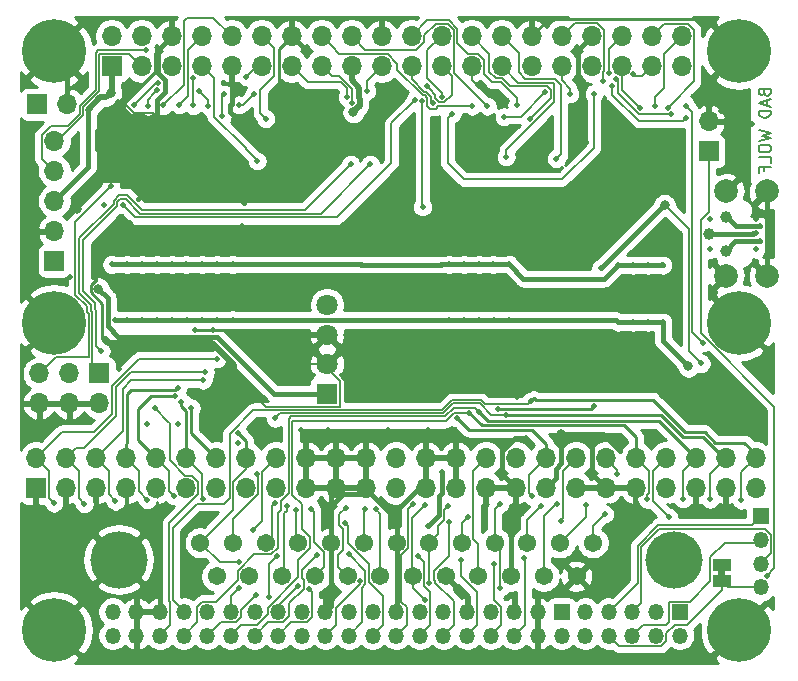
<source format=gbl>
G04 #@! TF.GenerationSoftware,KiCad,Pcbnew,(5.1.9-16-g1737927814)-1*
G04 #@! TF.CreationDate,2021-08-01T21:15:59-05:00*
G04 #@! TF.ProjectId,rascsi_2p4,72617363-7369-45f3-9270-342e6b696361,rev?*
G04 #@! TF.SameCoordinates,Original*
G04 #@! TF.FileFunction,Copper,L2,Bot*
G04 #@! TF.FilePolarity,Positive*
%FSLAX46Y46*%
G04 Gerber Fmt 4.6, Leading zero omitted, Abs format (unit mm)*
G04 Created by KiCad (PCBNEW (5.1.9-16-g1737927814)-1) date 2021-08-01 21:15:59*
%MOMM*%
%LPD*%
G01*
G04 APERTURE LIST*
G04 #@! TA.AperFunction,NonConductor*
%ADD10C,0.150000*%
G04 #@! TD*
G04 #@! TA.AperFunction,EtchedComponent*
%ADD11C,0.150000*%
G04 #@! TD*
G04 #@! TA.AperFunction,ComponentPad*
%ADD12C,1.800000*%
G04 #@! TD*
G04 #@! TA.AperFunction,ComponentPad*
%ADD13R,1.800000X1.800000*%
G04 #@! TD*
G04 #@! TA.AperFunction,ComponentPad*
%ADD14O,1.700000X1.700000*%
G04 #@! TD*
G04 #@! TA.AperFunction,ComponentPad*
%ADD15R,1.700000X1.700000*%
G04 #@! TD*
G04 #@! TA.AperFunction,ComponentPad*
%ADD16C,4.845000*%
G04 #@! TD*
G04 #@! TA.AperFunction,ComponentPad*
%ADD17C,1.545000*%
G04 #@! TD*
G04 #@! TA.AperFunction,ComponentPad*
%ADD18O,1.350000X1.350000*%
G04 #@! TD*
G04 #@! TA.AperFunction,ComponentPad*
%ADD19R,1.350000X1.350000*%
G04 #@! TD*
G04 #@! TA.AperFunction,SMDPad,CuDef*
%ADD20R,1.500000X1.000000*%
G04 #@! TD*
G04 #@! TA.AperFunction,SMDPad,CuDef*
%ADD21C,1.000000*%
G04 #@! TD*
G04 #@! TA.AperFunction,ComponentPad*
%ADD22C,2.000000*%
G04 #@! TD*
G04 #@! TA.AperFunction,ComponentPad*
%ADD23C,0.800000*%
G04 #@! TD*
G04 #@! TA.AperFunction,ComponentPad*
%ADD24C,5.400000*%
G04 #@! TD*
G04 #@! TA.AperFunction,ViaPad*
%ADD25C,0.500000*%
G04 #@! TD*
G04 #@! TA.AperFunction,ViaPad*
%ADD26C,0.800000*%
G04 #@! TD*
G04 #@! TA.AperFunction,Conductor*
%ADD27C,0.200000*%
G04 #@! TD*
G04 #@! TA.AperFunction,Conductor*
%ADD28C,0.400000*%
G04 #@! TD*
G04 #@! TA.AperFunction,Conductor*
%ADD29C,0.150000*%
G04 #@! TD*
G04 #@! TA.AperFunction,Conductor*
%ADD30C,0.250000*%
G04 #@! TD*
G04 #@! TA.AperFunction,Conductor*
%ADD31C,0.500000*%
G04 #@! TD*
G04 #@! TA.AperFunction,Conductor*
%ADD32C,0.254000*%
G04 #@! TD*
G04 APERTURE END LIST*
D10*
X238138571Y-49533333D02*
X238186190Y-49676190D01*
X238233809Y-49723809D01*
X238329047Y-49771428D01*
X238471904Y-49771428D01*
X238567142Y-49723809D01*
X238614761Y-49676190D01*
X238662380Y-49580952D01*
X238662380Y-49200000D01*
X237662380Y-49200000D01*
X237662380Y-49533333D01*
X237710000Y-49628571D01*
X237757619Y-49676190D01*
X237852857Y-49723809D01*
X237948095Y-49723809D01*
X238043333Y-49676190D01*
X238090952Y-49628571D01*
X238138571Y-49533333D01*
X238138571Y-49200000D01*
X238376666Y-50152380D02*
X238376666Y-50628571D01*
X238662380Y-50057142D02*
X237662380Y-50390476D01*
X238662380Y-50723809D01*
X238662380Y-51057142D02*
X237662380Y-51057142D01*
X237662380Y-51295238D01*
X237710000Y-51438095D01*
X237805238Y-51533333D01*
X237900476Y-51580952D01*
X238090952Y-51628571D01*
X238233809Y-51628571D01*
X238424285Y-51580952D01*
X238519523Y-51533333D01*
X238614761Y-51438095D01*
X238662380Y-51295238D01*
X238662380Y-51057142D01*
X237662380Y-52723809D02*
X238662380Y-52961904D01*
X237948095Y-53152380D01*
X238662380Y-53342857D01*
X237662380Y-53580952D01*
X237662380Y-54152380D02*
X237662380Y-54342857D01*
X237710000Y-54438095D01*
X237805238Y-54533333D01*
X237995714Y-54580952D01*
X238329047Y-54580952D01*
X238519523Y-54533333D01*
X238614761Y-54438095D01*
X238662380Y-54342857D01*
X238662380Y-54152380D01*
X238614761Y-54057142D01*
X238519523Y-53961904D01*
X238329047Y-53914285D01*
X237995714Y-53914285D01*
X237805238Y-53961904D01*
X237710000Y-54057142D01*
X237662380Y-54152380D01*
X238662380Y-55485714D02*
X238662380Y-55009523D01*
X237662380Y-55009523D01*
X238138571Y-56152380D02*
X238138571Y-55819047D01*
X238662380Y-55819047D02*
X237662380Y-55819047D01*
X237662380Y-56295238D01*
D11*
G36*
X234828000Y-90436000D02*
G01*
X234828000Y-89936000D01*
X234228000Y-89936000D01*
X234228000Y-90436000D01*
X234828000Y-90436000D01*
G37*
D12*
X201110000Y-67500000D03*
X201110000Y-70000000D03*
X201110000Y-72500000D03*
D13*
X201110000Y-75000000D03*
D14*
X176730000Y-75840000D03*
X176730000Y-73300000D03*
X179270000Y-75840000D03*
X179270000Y-73300000D03*
X181810000Y-75840000D03*
D15*
X181810000Y-73300000D03*
D16*
X183481600Y-89050000D03*
X230521600Y-89050000D03*
D17*
X191766600Y-90470000D03*
X194536600Y-90470000D03*
X197306600Y-90470000D03*
X200076600Y-90470000D03*
X202846600Y-90470000D03*
X205616600Y-90470000D03*
X208386600Y-90470000D03*
X211156600Y-90470000D03*
X213926600Y-90470000D03*
X216696600Y-90470000D03*
X219466600Y-90470000D03*
X222236600Y-90470000D03*
X190381600Y-87630000D03*
X193151600Y-87630000D03*
X195921600Y-87630000D03*
X198691600Y-87630000D03*
X201461600Y-87630000D03*
X204231600Y-87630000D03*
X207001600Y-87630000D03*
X209771600Y-87630000D03*
X212541600Y-87630000D03*
X215311600Y-87630000D03*
X218081600Y-87630000D03*
X220851600Y-87630000D03*
X223621600Y-87630000D03*
D18*
X182972000Y-95488000D03*
X182972000Y-93488000D03*
X184972000Y-95488000D03*
X184972000Y-93488000D03*
X186972000Y-95488000D03*
X186972000Y-93488000D03*
X188972000Y-95488000D03*
X188972000Y-93488000D03*
X190972000Y-95488000D03*
X190972000Y-93488000D03*
X192972000Y-95488000D03*
X192972000Y-93488000D03*
X194972000Y-95488000D03*
X194972000Y-93488000D03*
X196972000Y-95488000D03*
X196972000Y-93488000D03*
X198972000Y-95488000D03*
X198972000Y-93488000D03*
X200972000Y-95488000D03*
X200972000Y-93488000D03*
X202972000Y-95488000D03*
X202972000Y-93488000D03*
X204972000Y-95488000D03*
X204972000Y-93488000D03*
X206972000Y-95488000D03*
X206972000Y-93488000D03*
X208972000Y-95488000D03*
X208972000Y-93488000D03*
X210972000Y-95488000D03*
X210972000Y-93488000D03*
X212972000Y-95488000D03*
X212972000Y-93488000D03*
X214972000Y-95488000D03*
X214972000Y-93488000D03*
X216972000Y-95488000D03*
X216972000Y-93488000D03*
X218972000Y-95488000D03*
X218972000Y-93488000D03*
X220972000Y-95488000D03*
D19*
X220972000Y-93488000D03*
D18*
X222972000Y-95488000D03*
X222972000Y-93488000D03*
X224972000Y-95488000D03*
X224972000Y-93488000D03*
X226972000Y-95488000D03*
X226972000Y-93488000D03*
X228972000Y-95488000D03*
X228972000Y-93488000D03*
X230972000Y-95488000D03*
D19*
X230972000Y-93488000D03*
D18*
X237830000Y-91392000D03*
X237830000Y-89392000D03*
X237830000Y-87392000D03*
D19*
X237830000Y-85392000D03*
D20*
X234528000Y-89536000D03*
X234528000Y-90836000D03*
D14*
X237426500Y-80454500D03*
X237426500Y-82994500D03*
X234886500Y-80454500D03*
X234886500Y-82994500D03*
X232346500Y-80454500D03*
X232346500Y-82994500D03*
X229806500Y-80454500D03*
X229806500Y-82994500D03*
X227266500Y-80454500D03*
X227266500Y-82994500D03*
X224726500Y-80454500D03*
X224726500Y-82994500D03*
X222186500Y-80454500D03*
X222186500Y-82994500D03*
X219646500Y-80454500D03*
X219646500Y-82994500D03*
X217106500Y-80454500D03*
X217106500Y-82994500D03*
X214566500Y-80454500D03*
X214566500Y-82994500D03*
X212026500Y-80454500D03*
X212026500Y-82994500D03*
X209486500Y-80454500D03*
X209486500Y-82994500D03*
X206946500Y-80454500D03*
X206946500Y-82994500D03*
X204406500Y-80454500D03*
X204406500Y-82994500D03*
X201866500Y-80454500D03*
X201866500Y-82994500D03*
X199326500Y-80454500D03*
X199326500Y-82994500D03*
X196786500Y-80454500D03*
X196786500Y-82994500D03*
X194246500Y-80454500D03*
X194246500Y-82994500D03*
X191706500Y-80454500D03*
X191706500Y-82994500D03*
X189166500Y-80454500D03*
X189166500Y-82994500D03*
X186626500Y-80454500D03*
X186626500Y-82994500D03*
X184086500Y-80454500D03*
X184086500Y-82994500D03*
X181546500Y-80454500D03*
X181546500Y-82994500D03*
X179006500Y-80454500D03*
X179006500Y-82994500D03*
X176466500Y-80454500D03*
D15*
X176466500Y-82994500D03*
D21*
X234850000Y-60050000D03*
X233460000Y-61460000D03*
X234850000Y-62910000D03*
D22*
X234905000Y-65035000D03*
X234905000Y-57885000D03*
X238355000Y-57885000D03*
X238355000Y-65035000D03*
D14*
X233426000Y-51943000D03*
D15*
X233426000Y-54483000D03*
D14*
X179120000Y-50520000D03*
D15*
X176580000Y-50520000D03*
D14*
X231130000Y-44730000D03*
X231130000Y-47270000D03*
X228590000Y-44730000D03*
X228590000Y-47270000D03*
X226050000Y-44730000D03*
X226050000Y-47270000D03*
X223510000Y-44730000D03*
X223510000Y-47270000D03*
X220970000Y-44730000D03*
X220970000Y-47270000D03*
X218430000Y-44730000D03*
X218430000Y-47270000D03*
X215890000Y-44730000D03*
X215890000Y-47270000D03*
X213350000Y-44730000D03*
X213350000Y-47270000D03*
X210810000Y-44730000D03*
X210810000Y-47270000D03*
X208270000Y-44730000D03*
X208270000Y-47270000D03*
X205730000Y-44730000D03*
X205730000Y-47270000D03*
X203190000Y-44730000D03*
X203190000Y-47270000D03*
X200650000Y-44730000D03*
X200650000Y-47270000D03*
X198110000Y-44730000D03*
X198110000Y-47270000D03*
X195570000Y-44730000D03*
X195570000Y-47270000D03*
X193030000Y-44730000D03*
X193030000Y-47270000D03*
X190490000Y-44730000D03*
X190490000Y-47270000D03*
X187950000Y-44730000D03*
X187950000Y-47270000D03*
X185410000Y-44730000D03*
X185410000Y-47270000D03*
X182870000Y-44730000D03*
D15*
X182870000Y-47270000D03*
D23*
X237431891Y-44568109D03*
X236000000Y-43975000D03*
X234568109Y-44568109D03*
X233975000Y-46000000D03*
X234568109Y-47431891D03*
X236000000Y-48025000D03*
X237431891Y-47431891D03*
X238025000Y-46000000D03*
D24*
X236000000Y-46000000D03*
D23*
X179431891Y-44568109D03*
X178000000Y-43975000D03*
X176568109Y-44568109D03*
X175975000Y-46000000D03*
X176568109Y-47431891D03*
X178000000Y-48025000D03*
X179431891Y-47431891D03*
X180025000Y-46000000D03*
D24*
X178000000Y-46000000D03*
D14*
X178010000Y-53620000D03*
X178010000Y-56160000D03*
X178010000Y-58700000D03*
X178010000Y-61240000D03*
D15*
X178010000Y-63780000D03*
D23*
X237431891Y-93568109D03*
X236000000Y-92975000D03*
X234568109Y-93568109D03*
X233975000Y-95000000D03*
X234568109Y-96431891D03*
X236000000Y-97025000D03*
X237431891Y-96431891D03*
X238025000Y-95000000D03*
D24*
X236000000Y-95000000D03*
D23*
X179431891Y-93568109D03*
X178000000Y-92975000D03*
X176568109Y-93568109D03*
X175975000Y-95000000D03*
X176568109Y-96431891D03*
X178000000Y-97025000D03*
X179431891Y-96431891D03*
X180025000Y-95000000D03*
D24*
X178000000Y-95000000D03*
D23*
X237431891Y-67568109D03*
X236000000Y-66975000D03*
X234568109Y-67568109D03*
X233975000Y-69000000D03*
X234568109Y-70431891D03*
X236000000Y-71025000D03*
X237431891Y-70431891D03*
X238025000Y-69000000D03*
D24*
X236000000Y-69000000D03*
D23*
X179431891Y-67568109D03*
X178000000Y-66975000D03*
X176568109Y-67568109D03*
X175975000Y-69000000D03*
X176568109Y-70431891D03*
X178000000Y-71025000D03*
X179431891Y-70431891D03*
X180025000Y-69000000D03*
D24*
X178000000Y-69000000D03*
D25*
X185906832Y-77597000D03*
X209994280Y-70040500D03*
X213820000Y-70040500D03*
X184410000Y-60600000D03*
X183510000Y-72900000D03*
X219894724Y-70040500D03*
X228670000Y-78540000D03*
X194070000Y-58880000D03*
X195190000Y-52420000D03*
X196140915Y-78100000D03*
X206311500Y-78100000D03*
X188457415Y-77597000D03*
X191008000Y-78100000D03*
D26*
X179959000Y-59372500D03*
D25*
X217932000Y-78803500D03*
X221095451Y-70040500D03*
X227012500Y-70040500D03*
X228282500Y-70040500D03*
X211455000Y-70040500D03*
X207072870Y-70040500D03*
X205612165Y-70040500D03*
X202690755Y-70040500D03*
X199769345Y-70040500D03*
X195387230Y-70040500D03*
X204151460Y-70040500D03*
X222296178Y-70040500D03*
X175704500Y-77597000D03*
X178255083Y-77597000D03*
D26*
X220950000Y-78440000D03*
X219837000Y-60198000D03*
X215265000Y-60071000D03*
D25*
X208533575Y-70040500D03*
X198308640Y-70040500D03*
X221805500Y-54864000D03*
X197739000Y-54546500D03*
X200279000Y-54610000D03*
X231076500Y-58293000D03*
X237110000Y-52200000D03*
X234505500Y-51054000D03*
X233577000Y-60183000D03*
D26*
X217614500Y-66548000D03*
D25*
X181991000Y-56642000D03*
X195910000Y-54730000D03*
X191820000Y-61240000D03*
X193900000Y-60810000D03*
X179310000Y-65100000D03*
X182190000Y-59060000D03*
X188750000Y-58440000D03*
X225710000Y-78760000D03*
X228110000Y-73830000D03*
X217190000Y-75280000D03*
X183443314Y-50335989D03*
X183790000Y-54960000D03*
X179895500Y-53944500D03*
X237401287Y-60180000D03*
D26*
X233230000Y-48250000D03*
D25*
X196847935Y-70040500D03*
X217480479Y-70040500D03*
X218693997Y-70040500D03*
X198790000Y-50640000D03*
X222360000Y-50880000D03*
X224920000Y-50830000D03*
X219530000Y-54800000D03*
X217420000Y-54580000D03*
X207579999Y-54370001D03*
X210099999Y-54370001D03*
X205330000Y-51330000D03*
X224400000Y-66900000D03*
X221430000Y-66810000D03*
X189824000Y-89932000D03*
X224114000Y-78756000D03*
X193590332Y-79221655D03*
X195810000Y-56500000D03*
X181510000Y-64500000D03*
X182210000Y-70400000D03*
X201227652Y-78100000D03*
X198910000Y-78100000D03*
X209625889Y-78100000D03*
X211815697Y-78100000D03*
X189937451Y-69592922D03*
X191481993Y-69592922D03*
D26*
X182816500Y-49530000D03*
X203349676Y-51176921D03*
D25*
X231524474Y-50620000D03*
X232930003Y-70685242D03*
X224282000Y-64389000D03*
D26*
X229696000Y-59038500D03*
D25*
X232791000Y-72453500D03*
X233577000Y-62783000D03*
X237401287Y-62774419D03*
D26*
X181758319Y-66115621D03*
D25*
X233550000Y-83950000D03*
X224619308Y-85214713D03*
X186522000Y-76216000D03*
X216235166Y-76791021D03*
X196710000Y-77100000D03*
X228193502Y-83950000D03*
X223017950Y-84430159D03*
X213167380Y-76642380D03*
X211387010Y-84484832D03*
X209788434Y-91015548D03*
X199594338Y-91513449D03*
X218467635Y-83701010D03*
X212140518Y-77094390D03*
X230028947Y-85465648D03*
X209435886Y-84452762D03*
X209382000Y-92462031D03*
X195109837Y-92047077D03*
X215740000Y-84360000D03*
X193634000Y-91456000D03*
X215732000Y-91456000D03*
X225702655Y-81777345D03*
X220930000Y-85750000D03*
X213012489Y-85489064D03*
X200238000Y-88662000D03*
X223694275Y-76022010D03*
X198690326Y-91301086D03*
X215600595Y-76339011D03*
X205218510Y-84796010D03*
X194844714Y-86558047D03*
X203913077Y-90911020D03*
X177980000Y-84280000D03*
X217764000Y-88916000D03*
X204320000Y-84796010D03*
X191793755Y-72070482D03*
X180570000Y-84330000D03*
X190807010Y-73209500D03*
X215224000Y-89424000D03*
X202721033Y-84656657D03*
X190627000Y-73867500D03*
X183202424Y-84102989D03*
X212430000Y-89056511D03*
X199719686Y-84757742D03*
X188479018Y-74496518D03*
X198480000Y-84852000D03*
X185893529Y-83978968D03*
X211443766Y-85876963D03*
X197698000Y-84550000D03*
X188130504Y-83651957D03*
X208808688Y-88748588D03*
X188214000Y-75242930D03*
X196710000Y-84234946D03*
X208366000Y-84344000D03*
X188785500Y-75719940D03*
X190580000Y-83891990D03*
X195173502Y-81827449D03*
X189626391Y-76196950D03*
X202631070Y-85937679D03*
X202952442Y-88582442D03*
X193631263Y-89293836D03*
X193583823Y-78317643D03*
X218376500Y-75628500D03*
X236200000Y-84020000D03*
X219236247Y-84548511D03*
X231254940Y-83921502D03*
X220571042Y-84385360D03*
X213995000Y-76552010D03*
X210810000Y-81680000D03*
X209679033Y-86203489D03*
X196174000Y-92218000D03*
X196886051Y-88747053D03*
X184798618Y-50545999D03*
X194271557Y-48167758D03*
X186806010Y-48683990D03*
X185928000Y-50673000D03*
X186737007Y-49307193D03*
X224985361Y-47880000D03*
X187261500Y-50609500D03*
X188595000Y-50546000D03*
X189801500Y-50609500D03*
X189779021Y-48270023D03*
X191071500Y-50673000D03*
X190295637Y-49411485D03*
X224463077Y-48513124D03*
X192255000Y-51495760D03*
X192397746Y-49656063D03*
X209542501Y-48977204D03*
X193670000Y-50562173D03*
X204460000Y-49371531D03*
X194939652Y-49605043D03*
X195910000Y-51720000D03*
X211709000Y-51308000D03*
X227047721Y-47984220D03*
X223717751Y-49605263D03*
X213423500Y-50661000D03*
X214693500Y-50673000D03*
X203254914Y-50358898D03*
X219583000Y-49506990D03*
X216104492Y-51563351D03*
X217190000Y-50580000D03*
X227587496Y-50796504D03*
X228854000Y-50673000D03*
X229977207Y-50780562D03*
X202814160Y-49912387D03*
X230264293Y-51337990D03*
X225540387Y-48386177D03*
X185750000Y-45950000D03*
X195210000Y-55300000D03*
X229552500Y-68961000D03*
X228282500Y-68961000D03*
X227012500Y-68961000D03*
X225742500Y-68961000D03*
X211455000Y-68770500D03*
X212725000Y-68770500D03*
X213995000Y-68770500D03*
X215265000Y-68770500D03*
X216535000Y-68770500D03*
X184150000Y-68770500D03*
X185420000Y-68770500D03*
X186690000Y-68770500D03*
X187960000Y-68770500D03*
X189230000Y-68770500D03*
X190500000Y-68770500D03*
X191770000Y-68770500D03*
D26*
X231711500Y-72707500D03*
D25*
X193110000Y-68760000D03*
X183125980Y-68770500D03*
X182880000Y-64071500D03*
X184150000Y-64071500D03*
X185420000Y-64071500D03*
X186690000Y-64071500D03*
X187960000Y-64071500D03*
X189166500Y-64071500D03*
X190500000Y-64071500D03*
X191770000Y-64071500D03*
X193110000Y-64071500D03*
X211455000Y-64071500D03*
X212725000Y-64071500D03*
X213995000Y-64071500D03*
X216535000Y-64071500D03*
X215201500Y-64071500D03*
X225742500Y-64135000D03*
X229552500Y-64135000D03*
X228282500Y-64135000D03*
X227012500Y-64135000D03*
X231540000Y-51680000D03*
X225277665Y-48996684D03*
X221680000Y-49605064D03*
X218293367Y-51747866D03*
X210820000Y-49882041D03*
X209166468Y-50212884D03*
X209196658Y-59202675D03*
X220535500Y-55118000D03*
X181994021Y-71404650D03*
X204774292Y-55577979D03*
X216270000Y-54960000D03*
X203112776Y-55577979D03*
X182805386Y-57469009D03*
X210070479Y-50428044D03*
X208541728Y-50159062D03*
X183838911Y-59031849D03*
X238338000Y-90440000D03*
X234528000Y-89536000D03*
X237777990Y-60820000D03*
X237401287Y-61446949D03*
X237777990Y-62120000D03*
D27*
X213350000Y-48472081D02*
X213987919Y-49110000D01*
X213350000Y-47270000D02*
X213350000Y-48472081D01*
X213987919Y-49110000D02*
X214420000Y-49110000D01*
X214420000Y-49110000D02*
X214880000Y-49570000D01*
D28*
X216696600Y-84606481D02*
X216696600Y-90470000D01*
X217106500Y-84196581D02*
X216696600Y-84606481D01*
X217106500Y-82994500D02*
X217106500Y-84196581D01*
X179120000Y-47120000D02*
X178000000Y-46000000D01*
X179120000Y-50520000D02*
X179120000Y-47120000D01*
X220950000Y-80892962D02*
X220950000Y-78440000D01*
X220496499Y-81346463D02*
X220950000Y-80892962D01*
X219646500Y-82994500D02*
X220496499Y-82144501D01*
X220496499Y-82144501D02*
X220496499Y-81346463D01*
X223540000Y-78440000D02*
X220950000Y-78440000D01*
X225903501Y-79889539D02*
X224453962Y-78440000D01*
X223549499Y-78449499D02*
X223540000Y-78440000D01*
X223549499Y-81817499D02*
X223549499Y-78449499D01*
X224726500Y-82994500D02*
X223549499Y-81817499D01*
X224453962Y-78440000D02*
X223540000Y-78440000D01*
X217015538Y-78803500D02*
X217932000Y-78803500D01*
X215929499Y-79889539D02*
X217015538Y-78803500D01*
X215929499Y-81817499D02*
X215929499Y-79889539D01*
X217106500Y-82994500D02*
X215929499Y-81817499D01*
X184245404Y-57310000D02*
X188070000Y-57310000D01*
X181991000Y-56642000D02*
X182240999Y-56891999D01*
X183827403Y-56891999D02*
X184245404Y-57310000D01*
X182240999Y-56891999D02*
X183827403Y-56891999D01*
X189545000Y-57310000D02*
X190195000Y-56660000D01*
D29*
X197489001Y-54296501D02*
X196066501Y-54296501D01*
X186462001Y-51322001D02*
X186690000Y-51550000D01*
D28*
X197739000Y-54546500D02*
X197489001Y-54296501D01*
X198110000Y-44730000D02*
X199464437Y-46084437D01*
X188070000Y-57310000D02*
X189545000Y-57310000D01*
X188920000Y-58160000D02*
X188070000Y-57310000D01*
X189980000Y-58160000D02*
X188920000Y-58160000D01*
X191570001Y-60990001D02*
X191340001Y-60990001D01*
X191820000Y-61240000D02*
X191570001Y-60990001D01*
X192203553Y-56660000D02*
X190195000Y-56660000D01*
X194070000Y-58526447D02*
X192203553Y-56660000D01*
X194070000Y-58880000D02*
X194070000Y-58526447D01*
X188750000Y-58105000D02*
X188750000Y-58440000D01*
X190195000Y-56660000D02*
X188750000Y-58105000D01*
D29*
X186462001Y-51267999D02*
X184728877Y-51267999D01*
X184728877Y-51267999D02*
X183796867Y-50335989D01*
D28*
X181688399Y-54397001D02*
X183227001Y-54397001D01*
X181688399Y-52742999D02*
X181622999Y-52808399D01*
X183227001Y-54397001D02*
X183790000Y-54960000D01*
X182700000Y-52742999D02*
X181688399Y-52742999D01*
X181622999Y-52808399D02*
X181622999Y-54331601D01*
X182700000Y-52270000D02*
X182700000Y-52742999D01*
X181622999Y-54331601D02*
X181688399Y-54397001D01*
X213558999Y-60071000D02*
X215265000Y-60071000D01*
D29*
X186462001Y-51267999D02*
X186462001Y-51322001D01*
D28*
X238355000Y-65035000D02*
X238355000Y-57885000D01*
X218693997Y-70040500D02*
X217480479Y-70040500D01*
X197489001Y-54296501D02*
X196019014Y-54296501D01*
X192880063Y-51157550D02*
X192880063Y-50603626D01*
X192880063Y-50603626D02*
X193030000Y-50453689D01*
X193030000Y-48472081D02*
X193030000Y-47270000D01*
X196019014Y-54296501D02*
X192880063Y-51157550D01*
X193030000Y-50453689D02*
X193030000Y-48472081D01*
D30*
X198540001Y-50390001D02*
X198790000Y-50640000D01*
X197007999Y-48857999D02*
X198540001Y-50390001D01*
X197007999Y-45832001D02*
X197007999Y-48857999D01*
X198110000Y-44730000D02*
X197007999Y-45832001D01*
D28*
X186772999Y-45907001D02*
X186772999Y-47834961D01*
X187385039Y-49477980D02*
X186675996Y-50187023D01*
X186675996Y-50187023D02*
X186675996Y-52074004D01*
X186675996Y-52074004D02*
X184039999Y-54710001D01*
X186772999Y-47834961D02*
X187385039Y-48447001D01*
X187950000Y-44730000D02*
X186772999Y-45907001D01*
X184039999Y-54710001D02*
X183790000Y-54960000D01*
X187385039Y-48447001D02*
X187385039Y-49477980D01*
D30*
X183796867Y-50335989D02*
X183443314Y-50335989D01*
X183974973Y-50335989D02*
X183796867Y-50335989D01*
X186512001Y-47798961D02*
X183974973Y-50335989D01*
X186512001Y-46167999D02*
X186512001Y-47798961D01*
X187950000Y-44730000D02*
X186512001Y-46167999D01*
D28*
X222997002Y-53672498D02*
X222055499Y-54614001D01*
X222332999Y-48064470D02*
X222787002Y-48518473D01*
X223510000Y-44730000D02*
X222332999Y-45907001D01*
X222055499Y-54614001D02*
X221805500Y-54864000D01*
X222332999Y-45907001D02*
X222332999Y-48064470D01*
D30*
X218430000Y-44730000D02*
X219859999Y-43300001D01*
X219859999Y-43300001D02*
X233300001Y-43300001D01*
X233300001Y-43300001D02*
X236000000Y-46000000D01*
D28*
X209486500Y-82994500D02*
X208861536Y-82994500D01*
X207001600Y-84854436D02*
X207001600Y-87630000D01*
X208861536Y-82994500D02*
X207001600Y-84854436D01*
X201461600Y-83399400D02*
X201461600Y-87630000D01*
X201866500Y-82994500D02*
X201461600Y-83399400D01*
X207001600Y-87630000D02*
X207001600Y-93458400D01*
X207001600Y-93458400D02*
X206972000Y-93488000D01*
X201461600Y-92998400D02*
X200972000Y-93488000D01*
X201461600Y-87630000D02*
X201461600Y-92998400D01*
X204819173Y-83542711D02*
X207001600Y-85725138D01*
X201461600Y-87630000D02*
X201461600Y-84525182D01*
X201461600Y-84525182D02*
X202444071Y-83542711D01*
X202444071Y-83542711D02*
X204819173Y-83542711D01*
X207001600Y-85725138D02*
X207001600Y-87630000D01*
D30*
X192110000Y-76495000D02*
X191008000Y-77597000D01*
D28*
X191008000Y-75602000D02*
X191008000Y-77597000D01*
X196847935Y-71962065D02*
X196847935Y-70040500D01*
X196310000Y-72500000D02*
X196847935Y-71962065D01*
X195346730Y-70000000D02*
X195387230Y-70040500D01*
X194110000Y-70000000D02*
X195346730Y-70000000D01*
X185100649Y-58504182D02*
X188026852Y-55577979D01*
X200167634Y-55577979D02*
X200521187Y-55577979D01*
D30*
X182096965Y-70286965D02*
X182210000Y-70400000D01*
X183510000Y-71700000D02*
X183510000Y-72900000D01*
X182096965Y-67419229D02*
X182096965Y-70286965D01*
X181106318Y-65802660D02*
X181106318Y-66428582D01*
X181106318Y-66428582D02*
X182096965Y-67419229D01*
X181445358Y-65463620D02*
X181106318Y-65802660D01*
X181510000Y-65463620D02*
X181445358Y-65463620D01*
X181510000Y-64500000D02*
X181510000Y-65463620D01*
X182210000Y-70400000D02*
X183510000Y-71700000D01*
X183128001Y-70542501D02*
X183785500Y-71200000D01*
D31*
X182556943Y-70746943D02*
X191356943Y-70746943D01*
D30*
X193320220Y-69970980D02*
X192942162Y-69592922D01*
D31*
X182210000Y-70400000D02*
X182556943Y-70746943D01*
D30*
X192942162Y-69592922D02*
X191481993Y-69592922D01*
X189937451Y-69592922D02*
X191481993Y-69592922D01*
D31*
X191356943Y-70746943D02*
X193210000Y-72600000D01*
X193210000Y-75898000D02*
X191008000Y-78100000D01*
X193210000Y-72600000D02*
X193210000Y-75898000D01*
X201069500Y-70040500D02*
X201110000Y-70000000D01*
X199769345Y-70040500D02*
X201069500Y-70040500D01*
D29*
X202171601Y-76102001D02*
X195912001Y-76102001D01*
X198910000Y-72500000D02*
X200773602Y-72500000D01*
X200773602Y-72500000D02*
X202212001Y-73938399D01*
X202212001Y-76061601D02*
X202171601Y-76102001D01*
X195912001Y-76102001D02*
X194810000Y-75000000D01*
X202212001Y-73938399D02*
X202212001Y-76061601D01*
X235651500Y-52200000D02*
X234505500Y-51054000D01*
X237110000Y-52200000D02*
X235651500Y-52200000D01*
D31*
X182870000Y-49476500D02*
X182816500Y-49530000D01*
X182870000Y-47270000D02*
X182870000Y-49476500D01*
X182416501Y-49929999D02*
X181932039Y-49929999D01*
X181932039Y-49929999D02*
X180901023Y-50961015D01*
X182816500Y-49530000D02*
X182416501Y-49929999D01*
D28*
X180901023Y-55808977D02*
X180901023Y-50961015D01*
X178010000Y-58700000D02*
X180901023Y-55808977D01*
D31*
X203829782Y-49111863D02*
X203829782Y-50005802D01*
X203829782Y-50005802D02*
X203881916Y-50057936D01*
X203749675Y-50776922D02*
X203349676Y-51176921D01*
X203881916Y-50057936D02*
X203881916Y-50644681D01*
X203190000Y-47270000D02*
X203190000Y-48472081D01*
X203190000Y-48472081D02*
X203829782Y-49111863D01*
X203881916Y-50644681D02*
X203749675Y-50776922D01*
D29*
X231524474Y-50620000D02*
X232041499Y-51137025D01*
X232041499Y-69796738D02*
X232930003Y-70685242D01*
X232041499Y-51137025D02*
X232041499Y-69796738D01*
D28*
X229632500Y-59038500D02*
X229696000Y-59038500D01*
X224282000Y-64389000D02*
X229632500Y-59038500D01*
D29*
X231764488Y-61106988D02*
X229696000Y-59038500D01*
X231764488Y-71426988D02*
X231764488Y-61106988D01*
X232791000Y-72453500D02*
X231764488Y-71426988D01*
D28*
X191795948Y-70169932D02*
X183419172Y-70169932D01*
X196626016Y-75000000D02*
X191795948Y-70169932D01*
X198910000Y-75000000D02*
X196626016Y-75000000D01*
X183419172Y-70169932D02*
X182548976Y-69299736D01*
X182548976Y-69299736D02*
X182548976Y-66906278D01*
X182548976Y-66906278D02*
X181758319Y-66115621D01*
X198910000Y-75000000D02*
X201110000Y-75000000D01*
D27*
X233550000Y-81791000D02*
X234886500Y-80454500D01*
X233550000Y-83950000D02*
X233550000Y-81791000D01*
X223621600Y-87630000D02*
X223621600Y-86212421D01*
X223621600Y-86212421D02*
X224619308Y-85214713D01*
D30*
X234721326Y-80454500D02*
X232916827Y-78650001D01*
X229351021Y-76791021D02*
X216235166Y-76791021D01*
X234886500Y-80454500D02*
X234721326Y-80454500D01*
X232916827Y-78650001D02*
X231210000Y-78650000D01*
X231210000Y-78650000D02*
X229351021Y-76791021D01*
D29*
X187849001Y-94610999D02*
X186972000Y-95488000D01*
X187849001Y-92666753D02*
X187849001Y-94610999D01*
X187768990Y-92586742D02*
X187849001Y-92666753D01*
X187768990Y-85923972D02*
X187768990Y-92586742D01*
X190218501Y-83474461D02*
X187768990Y-85923972D01*
X190218501Y-82489539D02*
X190218501Y-83474461D01*
X189671461Y-81942499D02*
X190218501Y-82489539D01*
X186522000Y-76216000D02*
X187678501Y-77372501D01*
X189097537Y-81942499D02*
X187792000Y-80636962D01*
X189671461Y-81942499D02*
X189097537Y-81942499D01*
X187792000Y-77486000D02*
X187678501Y-77372501D01*
X187792000Y-80636962D02*
X187792000Y-77486000D01*
X196710000Y-77100000D02*
X197153977Y-76656023D01*
X197153977Y-76656023D02*
X210970473Y-76656023D01*
X210970473Y-76656023D02*
X211803506Y-75822990D01*
X211803506Y-75822990D02*
X214024742Y-75822990D01*
X214024742Y-75822990D02*
X214992773Y-76791021D01*
X214992773Y-76791021D02*
X216235166Y-76791021D01*
D27*
X228193502Y-83596447D02*
X228193502Y-83950000D01*
X227266500Y-80454500D02*
X228343501Y-81531501D01*
X228343501Y-83446448D02*
X228193502Y-83596447D01*
X228343501Y-81531501D02*
X228343501Y-83446448D01*
X220851600Y-87630000D02*
X223017950Y-85463650D01*
X223017950Y-85463650D02*
X223017950Y-84430159D01*
D30*
X214195032Y-77670032D02*
X213167380Y-76642380D01*
X226260032Y-77670032D02*
X214195032Y-77670032D01*
X227266500Y-78676500D02*
X226260032Y-77670032D01*
X227266500Y-80454500D02*
X227266500Y-78676500D01*
D29*
X196094999Y-93123863D02*
X198690989Y-90527873D01*
X193849001Y-94610999D02*
X195146963Y-94610999D01*
X198690989Y-89072873D02*
X199666101Y-88097761D01*
X198968000Y-86464138D02*
X198968000Y-84376962D01*
X196094999Y-93662963D02*
X196094999Y-93123863D01*
X192972000Y-95488000D02*
X193849001Y-94610999D01*
X199666101Y-87162239D02*
X198968000Y-86464138D01*
X198169999Y-83578961D02*
X198169999Y-77340001D01*
X198169999Y-77340001D02*
X211169999Y-77340001D01*
X211169999Y-77340001D02*
X211867620Y-76642380D01*
X199666101Y-88097761D02*
X199666101Y-87162239D01*
X198968000Y-84376962D02*
X198169999Y-83578961D01*
X211867620Y-76642380D02*
X213167380Y-76642380D01*
X198690989Y-90527873D02*
X198690989Y-89072873D01*
X195146963Y-94610999D02*
X196094999Y-93662963D01*
D27*
X209771600Y-87630000D02*
X210544099Y-86857501D01*
X210544099Y-86182344D02*
X210987012Y-85739431D01*
X210987012Y-85739431D02*
X210987012Y-84884830D01*
X210544099Y-86857501D02*
X210544099Y-86182344D01*
X210987012Y-84884830D02*
X211387010Y-84484832D01*
D29*
X209771600Y-90998714D02*
X209788434Y-91015548D01*
X209771600Y-87630000D02*
X209771600Y-90998714D01*
X199392961Y-94365001D02*
X199849001Y-93908961D01*
X196972000Y-95488000D02*
X198094999Y-94365001D01*
X198094999Y-94365001D02*
X199392961Y-94365001D01*
X199849001Y-93908961D02*
X199849001Y-91768112D01*
X199849001Y-91768112D02*
X199594338Y-91513449D01*
D27*
X219646500Y-80454500D02*
X218217636Y-81883364D01*
X218217636Y-81883364D02*
X218217636Y-83451011D01*
X218217636Y-83451011D02*
X218467635Y-83701010D01*
D30*
X219646500Y-80454500D02*
X219646500Y-79252419D01*
X219646500Y-79252419D02*
X218441124Y-78047043D01*
X218441124Y-78047043D02*
X213093171Y-78047043D01*
X213093171Y-78047043D02*
X212140518Y-77094390D01*
D27*
X228670512Y-84107213D02*
X230028947Y-85465648D01*
X229806500Y-80454500D02*
X228670512Y-81590488D01*
X228670512Y-81590488D02*
X228670512Y-84107213D01*
X208386600Y-90470000D02*
X208331686Y-90415086D01*
X208331686Y-85556962D02*
X209435886Y-84452762D01*
X208331686Y-90415086D02*
X208331686Y-85556962D01*
D29*
X208386600Y-91466631D02*
X209382000Y-92462031D01*
X193392961Y-94365001D02*
X193849001Y-93908961D01*
X208386600Y-90470000D02*
X208386600Y-91466631D01*
X190972000Y-95488000D02*
X192094999Y-94365001D01*
X193849001Y-93307913D02*
X195109837Y-92047077D01*
X192094999Y-94365001D02*
X193392961Y-94365001D01*
X193849001Y-93908961D02*
X193849001Y-93307913D01*
D27*
X215311600Y-84788400D02*
X215740000Y-84360000D01*
X215311600Y-87630000D02*
X215311600Y-84788400D01*
D29*
X192972000Y-92118000D02*
X193634000Y-91456000D01*
X192972000Y-93488000D02*
X192972000Y-92118000D01*
X215722099Y-88040499D02*
X215311600Y-87630000D01*
X215722099Y-91446099D02*
X215722099Y-88040499D01*
X215732000Y-91456000D02*
X215722099Y-91446099D01*
X225702655Y-81430655D02*
X225702655Y-81777345D01*
X224726500Y-80454500D02*
X225702655Y-81430655D01*
D27*
X221109499Y-81531501D02*
X221109499Y-85570501D01*
X221109499Y-85570501D02*
X220930000Y-85750000D01*
X222186500Y-80454500D02*
X221109499Y-81531501D01*
X212541600Y-85959953D02*
X213012489Y-85489064D01*
X212541600Y-87630000D02*
X212541600Y-85959953D01*
D29*
X198968000Y-90642614D02*
X198968000Y-89932000D01*
X197392961Y-94365001D02*
X197915629Y-93842333D01*
X196094999Y-94365001D02*
X197392961Y-94365001D01*
X199142328Y-90816942D02*
X198968000Y-90642614D01*
X199142328Y-91518048D02*
X199142328Y-90816942D01*
X197915629Y-92744747D02*
X199142328Y-91518048D01*
X194972000Y-95488000D02*
X196094999Y-94365001D01*
X198968000Y-89932000D02*
X200238000Y-88662000D01*
X197915629Y-93842333D02*
X197915629Y-92744747D01*
D27*
X213926600Y-87724262D02*
X213926600Y-90470000D01*
X213489499Y-87287161D02*
X213926600Y-87724262D01*
X213489499Y-81531501D02*
X213489499Y-87287161D01*
X214566500Y-80454500D02*
X213489499Y-81531501D01*
D29*
X196972000Y-93019412D02*
X198690326Y-91301086D01*
X196972000Y-93488000D02*
X196972000Y-93019412D01*
D30*
X223694275Y-76022010D02*
X223427274Y-76289011D01*
X223427274Y-76289011D02*
X215650595Y-76289011D01*
X215650595Y-76289011D02*
X215600595Y-76339011D01*
D27*
X205616600Y-85194100D02*
X205218510Y-84796010D01*
X205616600Y-90470000D02*
X205616600Y-85194100D01*
D29*
X201849001Y-93146999D02*
X203913077Y-91082923D01*
X201849001Y-94610999D02*
X201849001Y-93146999D01*
X200972000Y-95488000D02*
X201849001Y-94610999D01*
X203913077Y-91082923D02*
X203913077Y-90911020D01*
X195625503Y-81615497D02*
X196786500Y-80454500D01*
X195625503Y-82044410D02*
X195625503Y-81615497D01*
X195575512Y-85827249D02*
X195575512Y-82094401D01*
X195575512Y-82094401D02*
X195625503Y-82044410D01*
X194844714Y-86558047D02*
X195575512Y-85827249D01*
D27*
X177543501Y-83843501D02*
X177980000Y-84280000D01*
X176466500Y-80454500D02*
X177543501Y-81531501D01*
X177543501Y-81531501D02*
X177543501Y-83843501D01*
D29*
X217849001Y-89001001D02*
X217764000Y-88916000D01*
X217849001Y-94610999D02*
X217849001Y-89001001D01*
X216972000Y-95488000D02*
X217849001Y-94610999D01*
D27*
X204231600Y-84884410D02*
X204320000Y-84796010D01*
X204231600Y-87630000D02*
X204231600Y-84884410D01*
X182917001Y-76722999D02*
X182917001Y-74330537D01*
X185177056Y-72070482D02*
X191793755Y-72070482D01*
X182917001Y-74330537D02*
X185177056Y-72070482D01*
X176466500Y-80454500D02*
X178651000Y-78270000D01*
X181370000Y-78270000D02*
X182917001Y-76722999D01*
X178651000Y-78270000D02*
X181370000Y-78270000D01*
X180083501Y-83843501D02*
X180570000Y-84330000D01*
X179006500Y-80454500D02*
X180083501Y-81531501D01*
X180083501Y-81531501D02*
X180083501Y-83843501D01*
X183244012Y-74465988D02*
X184500500Y-73209500D01*
X184500500Y-73209500D02*
X190807010Y-73209500D01*
X180545499Y-79604501D02*
X183244012Y-76905988D01*
X179856499Y-79604501D02*
X180545499Y-79604501D01*
X179006500Y-80454500D02*
X179856499Y-79604501D01*
X183244012Y-76905988D02*
X183244012Y-74465988D01*
D29*
X215849001Y-93067039D02*
X215224000Y-92442038D01*
X215849001Y-94610999D02*
X215849001Y-93067039D01*
X214972000Y-95488000D02*
X215849001Y-94610999D01*
X215224000Y-92442038D02*
X215224000Y-89424000D01*
D27*
X202074101Y-89697501D02*
X202074101Y-88659935D01*
X202846600Y-90470000D02*
X202074101Y-89697501D01*
X202074101Y-88659935D02*
X202503047Y-88230989D01*
X202503047Y-86488838D02*
X202154068Y-86139859D01*
X202154068Y-86139859D02*
X202154068Y-85223622D01*
X202503047Y-88230989D02*
X202503047Y-86488838D01*
X202154068Y-85223622D02*
X202721033Y-84656657D01*
X182623501Y-83524066D02*
X183202424Y-84102989D01*
X182623501Y-81531501D02*
X182623501Y-83524066D01*
X181546500Y-80454500D02*
X182623501Y-81531501D01*
X190273447Y-73867500D02*
X190270947Y-73870000D01*
X190627000Y-73867500D02*
X190273447Y-73867500D01*
X190270947Y-73870000D02*
X184550000Y-73870000D01*
X183833250Y-74586750D02*
X183833250Y-78167750D01*
X184550000Y-73870000D02*
X183833250Y-74586750D01*
X183833250Y-78167750D02*
X181546500Y-80454500D01*
D29*
X213849001Y-91834663D02*
X212430000Y-90415662D01*
X213849001Y-94610999D02*
X213849001Y-91834663D01*
X212430000Y-90415662D02*
X212430000Y-89056511D01*
X212972000Y-95488000D02*
X213849001Y-94610999D01*
D27*
X200849099Y-88452946D02*
X199969685Y-87573532D01*
X199969685Y-87573532D02*
X199969685Y-85007741D01*
X200849099Y-89697501D02*
X200849099Y-88452946D01*
X200076600Y-90470000D02*
X200849099Y-89697501D01*
X199969685Y-85007741D02*
X199719686Y-84757742D01*
X185163501Y-81531501D02*
X185163501Y-83248940D01*
X184086500Y-80454500D02*
X185163501Y-81531501D01*
X185163501Y-83248940D02*
X185893529Y-83978968D01*
D30*
X184086500Y-79252419D02*
X184086500Y-80454500D01*
X184185261Y-79153658D02*
X184086500Y-79252419D01*
X184185261Y-75021739D02*
X184185261Y-79153658D01*
X184487000Y-74720000D02*
X184185261Y-75021739D01*
X188456037Y-74519500D02*
X188255537Y-74720000D01*
X188255537Y-74720000D02*
X184487000Y-74720000D01*
D29*
X211443766Y-88740572D02*
X211443766Y-85876963D01*
X210182099Y-90002239D02*
X211443766Y-88740572D01*
X210249584Y-91005246D02*
X210249584Y-90838265D01*
X210182099Y-90770780D02*
X210182099Y-90002239D01*
X210249584Y-90838265D02*
X210182099Y-90770780D01*
X211849001Y-92604663D02*
X210249584Y-91005246D01*
X211849001Y-94610999D02*
X211849001Y-92604663D01*
X210972000Y-95488000D02*
X211849001Y-94610999D01*
X198691600Y-87630000D02*
X198480000Y-87418400D01*
X198480000Y-87418400D02*
X198480000Y-84852000D01*
D30*
X186626500Y-80454500D02*
X185102500Y-78930500D01*
X185102500Y-78930500D02*
X185102500Y-76327000D01*
D27*
X187703501Y-81531501D02*
X187703501Y-83224954D01*
X187703501Y-83224954D02*
X188130504Y-83651957D01*
X186626500Y-80454500D02*
X187703501Y-81531501D01*
D30*
X185102500Y-76327000D02*
X186186570Y-75242930D01*
X186186570Y-75242930D02*
X187860447Y-75242930D01*
X187860447Y-75242930D02*
X188214000Y-75242930D01*
D29*
X209361101Y-89301001D02*
X208808688Y-88748588D01*
X209336432Y-90798586D02*
X209361101Y-90773917D01*
X208972000Y-95488000D02*
X209849001Y-94610999D01*
X209849001Y-94610999D02*
X209849001Y-91785249D01*
X209849001Y-91785249D02*
X209336432Y-91272680D01*
X209336432Y-91272680D02*
X209336432Y-90798586D01*
X209361101Y-90773917D02*
X209361101Y-89301001D01*
D27*
X197306600Y-90470000D02*
X197480503Y-90296097D01*
X197480503Y-90296097D02*
X197480503Y-85121050D01*
X197480503Y-85121050D02*
X197698000Y-84903553D01*
X197698000Y-84903553D02*
X197698000Y-84550000D01*
D30*
X188785500Y-80073500D02*
X189166500Y-80454500D01*
X189166500Y-80454500D02*
X189166500Y-76454493D01*
X188785500Y-76073493D02*
X188785500Y-75719940D01*
X189166500Y-76454493D02*
X188785500Y-76073493D01*
D27*
X195921600Y-87630000D02*
X196460001Y-87091599D01*
X196460001Y-84484945D02*
X196710000Y-84234946D01*
X196460001Y-87091599D02*
X196460001Y-84484945D01*
X190524999Y-81812999D02*
X190524999Y-83836989D01*
X189166500Y-80454500D02*
X190524999Y-81812999D01*
X190524999Y-83836989D02*
X190580000Y-83891990D01*
D29*
X206972000Y-95488000D02*
X207849001Y-94610999D01*
X207403611Y-92621649D02*
X207403611Y-88670251D01*
X207849001Y-94610999D02*
X207849001Y-93067039D01*
X207849001Y-93067039D02*
X207403611Y-92621649D01*
X207976101Y-84733899D02*
X208366000Y-84344000D01*
X207403611Y-88670251D02*
X207976101Y-88097761D01*
X207976101Y-88097761D02*
X207976101Y-84733899D01*
D27*
X195277988Y-81931935D02*
X195173502Y-81827449D01*
D30*
X191706500Y-80454500D02*
X189626391Y-78374391D01*
X189626391Y-78374391D02*
X189626391Y-76196950D01*
D29*
X204642099Y-90937761D02*
X204642099Y-89439373D01*
X202881069Y-86187678D02*
X202631070Y-85937679D01*
X204642099Y-89439373D02*
X202881069Y-87678343D01*
X205849001Y-94610999D02*
X205849001Y-92144663D01*
X204972000Y-95488000D02*
X205849001Y-94610999D01*
X205849001Y-92144663D02*
X204642099Y-90937761D01*
X202881069Y-87678343D02*
X202881069Y-86187678D01*
X195298501Y-81952448D02*
X195173502Y-81827449D01*
X195298501Y-83499461D02*
X195298501Y-81952448D01*
X193151600Y-85646362D02*
X195298501Y-83499461D01*
X193151600Y-87630000D02*
X193151600Y-85646362D01*
X204365088Y-89995088D02*
X202952442Y-88582442D01*
X204089838Y-91439798D02*
X204365088Y-91164548D01*
X204089838Y-94370162D02*
X204089838Y-91439798D01*
X204365088Y-91164548D02*
X204365088Y-89995088D01*
X202972000Y-95488000D02*
X204089838Y-94370162D01*
X192045436Y-89293836D02*
X193631263Y-89293836D01*
X190381600Y-87630000D02*
X192045436Y-89293836D01*
D27*
X193169499Y-84842101D02*
X190381600Y-87630000D01*
X194246500Y-80454500D02*
X194246500Y-81400538D01*
X194246500Y-81400538D02*
X193169499Y-82477539D01*
X193169499Y-82477539D02*
X193169499Y-84842101D01*
D30*
X194246500Y-80454500D02*
X194246500Y-78980320D01*
X194246500Y-78980320D02*
X193583823Y-78317643D01*
D27*
X236200000Y-81681000D02*
X237426500Y-80454500D01*
X236200000Y-84020000D02*
X236200000Y-81681000D01*
X218081600Y-87630000D02*
X218081600Y-85703158D01*
X218081600Y-85703158D02*
X219236247Y-84548511D01*
D30*
X228670000Y-75520000D02*
X218767998Y-75520000D01*
X231422990Y-78272990D02*
X228670000Y-75520000D01*
X237426500Y-80156500D02*
X236430000Y-79160000D01*
X218767998Y-75520000D02*
X218626499Y-75378501D01*
X236430000Y-79160000D02*
X233960000Y-79160000D01*
X218626499Y-75378501D02*
X218376500Y-75628500D01*
X237426500Y-80454500D02*
X237426500Y-80156500D01*
X233960000Y-79160000D02*
X233072990Y-78272990D01*
X233072990Y-78272990D02*
X231422990Y-78272990D01*
D29*
X188046000Y-86376000D02*
X190078000Y-84344000D01*
X188046000Y-92472000D02*
X188046000Y-86376000D01*
X188972000Y-93398000D02*
X188046000Y-92472000D01*
X188972000Y-93488000D02*
X188972000Y-93398000D01*
X191602000Y-84344000D02*
X191888962Y-84344000D01*
X190078000Y-84344000D02*
X191602000Y-84344000D01*
X192867488Y-79637543D02*
X192872000Y-79633031D01*
X191602000Y-84344000D02*
X192364000Y-84344000D01*
X192364000Y-84344000D02*
X192867488Y-83840512D01*
X192867488Y-83840512D02*
X192867488Y-79637543D01*
X192867488Y-79637543D02*
X192867488Y-78394738D01*
X192867488Y-78394738D02*
X194883214Y-76379012D01*
X194883214Y-76379012D02*
X210847484Y-76379012D01*
X210847484Y-76379012D02*
X211680517Y-75545979D01*
X214472003Y-75878499D02*
X218126501Y-75878499D01*
X218126501Y-75878499D02*
X218376500Y-75628500D01*
X214139483Y-75545979D02*
X214472003Y-75878499D01*
X211680517Y-75545979D02*
X214139483Y-75545979D01*
D27*
X231254940Y-81546060D02*
X231254940Y-83921502D01*
X232346500Y-80454500D02*
X231254940Y-81546060D01*
X219466600Y-85404208D02*
X220501830Y-84368978D01*
X220501830Y-84368978D02*
X220554660Y-84368978D01*
X219466600Y-90470000D02*
X219466600Y-85404208D01*
X220554660Y-84368978D02*
X220571042Y-84385360D01*
D30*
X232346500Y-80454500D02*
X229185022Y-77293022D01*
X214736012Y-77293022D02*
X213995000Y-76552010D01*
X229185022Y-77293022D02*
X214736012Y-77293022D01*
D29*
X211827869Y-76190379D02*
X213633369Y-76190379D01*
X190094999Y-94365001D02*
X190094999Y-93067039D01*
X190551039Y-92610999D02*
X191717001Y-92610999D01*
X193562099Y-90002239D02*
X194959837Y-88604501D01*
X196936000Y-88057862D02*
X196936000Y-85106000D01*
X198076967Y-76933033D02*
X211085215Y-76933033D01*
X213633369Y-76190379D02*
X213995000Y-76552010D01*
X190094999Y-93067039D02*
X190551039Y-92610999D01*
X211085215Y-76933033D02*
X211827869Y-76190379D01*
X194959837Y-88604501D02*
X196389361Y-88604501D01*
X188972000Y-95488000D02*
X190094999Y-94365001D01*
X197892988Y-77117012D02*
X198076967Y-76933033D01*
X197186961Y-84855039D02*
X197186961Y-84126001D01*
X197892988Y-83419974D02*
X197892988Y-77117012D01*
X191717001Y-92610999D02*
X193562099Y-90765901D01*
X197186961Y-84126001D02*
X197892988Y-83419974D01*
X196936000Y-85106000D02*
X197186961Y-84855039D01*
X196389361Y-88604501D02*
X196936000Y-88057862D01*
X193562099Y-90765901D02*
X193562099Y-90002239D01*
D28*
X210560001Y-85322521D02*
X209679033Y-86203489D01*
D29*
X196174000Y-89459104D02*
X196886051Y-88747053D01*
X196174000Y-92218000D02*
X196174000Y-89459104D01*
D28*
X210810000Y-83412962D02*
X210810000Y-81680000D01*
X210560001Y-83662961D02*
X210810000Y-83412962D01*
X210560001Y-85322521D02*
X210560001Y-83662961D01*
D29*
X195169315Y-47270000D02*
X194271557Y-48167758D01*
X195302990Y-47270000D02*
X195169315Y-47270000D01*
X184798618Y-50545999D02*
X186660627Y-48683990D01*
X186660627Y-48683990D02*
X186806010Y-48683990D01*
X186487008Y-49557192D02*
X186737007Y-49307193D01*
X185928000Y-50116200D02*
X186487008Y-49557192D01*
X185928000Y-50673000D02*
X185928000Y-50116200D01*
X224985361Y-45794639D02*
X224985361Y-47526447D01*
X224985361Y-47526447D02*
X224985361Y-47880000D01*
X226050000Y-44730000D02*
X224985361Y-45794639D01*
X189000000Y-48871000D02*
X189000000Y-47776962D01*
X189002001Y-47774961D02*
X189002001Y-46765039D01*
X189000000Y-47776962D02*
X189002001Y-47774961D01*
X187261500Y-50609500D02*
X189000000Y-48871000D01*
X191500000Y-43200000D02*
X193030000Y-44730000D01*
X189294002Y-43200000D02*
X191500000Y-43200000D01*
X189002001Y-46770000D02*
X189002001Y-43492001D01*
X189002001Y-43492001D02*
X189294002Y-43200000D01*
X189327011Y-49813989D02*
X189327011Y-45892989D01*
X189640001Y-45579999D02*
X190490000Y-44730000D01*
X189327011Y-45892989D02*
X189640001Y-45579999D01*
X188595000Y-50546000D02*
X189327011Y-49813989D01*
X189801500Y-48577500D02*
X189801500Y-50609500D01*
X189801500Y-48292502D02*
X189779021Y-48270023D01*
X189801500Y-50609500D02*
X189801500Y-48292502D01*
X190545636Y-49661484D02*
X190295637Y-49411485D01*
X191071500Y-50187348D02*
X190545636Y-49661484D01*
X191071500Y-50673000D02*
X191071500Y-50187348D01*
X223963974Y-43627012D02*
X224562001Y-44225039D01*
X224562001Y-44225039D02*
X224562001Y-47717008D01*
X224463077Y-48159571D02*
X224463077Y-48513124D01*
X224463077Y-47815932D02*
X224463077Y-48159571D01*
X224562001Y-47717008D02*
X224463077Y-47815932D01*
X220970000Y-44730000D02*
X222072988Y-43627012D01*
X222072988Y-43627012D02*
X223963974Y-43627012D01*
X192397746Y-49664254D02*
X192397746Y-49656063D01*
X192341500Y-49720500D02*
X192397746Y-49664254D01*
X192255000Y-51495760D02*
X192255000Y-49798809D01*
X192255000Y-49798809D02*
X192397746Y-49656063D01*
X209792500Y-49227203D02*
X209542501Y-48977204D01*
X210268781Y-49703484D02*
X209792500Y-49227203D01*
X210268781Y-49981127D02*
X210268781Y-49703484D01*
X210621696Y-50334042D02*
X210268781Y-49981127D01*
X211036961Y-50334042D02*
X210621696Y-50334042D01*
X211659999Y-49711004D02*
X211036961Y-50334042D01*
X211659999Y-48119999D02*
X211659999Y-49711004D01*
X210810000Y-47270000D02*
X211659999Y-48119999D01*
X204460000Y-48540000D02*
X204460000Y-49371531D01*
X205730000Y-47270000D02*
X204460000Y-48540000D01*
X193982522Y-50562173D02*
X194689653Y-49855042D01*
X194689653Y-49855042D02*
X194939652Y-49605043D01*
X193730371Y-50562173D02*
X193982522Y-50562173D01*
X195460000Y-51270000D02*
X195910000Y-51720000D01*
X195460000Y-49289871D02*
X195460000Y-51270000D01*
X196620000Y-45780000D02*
X196620000Y-46763038D01*
X196620000Y-48129871D02*
X195460000Y-49289871D01*
X195570000Y-44730000D02*
X196620000Y-45780000D01*
X196620000Y-46763038D02*
X196622001Y-46765039D01*
X196622001Y-46765039D02*
X196622001Y-47774961D01*
X196622001Y-47774961D02*
X196620000Y-47776962D01*
X196620000Y-47776962D02*
X196620000Y-48129871D01*
X227740001Y-48119999D02*
X227183500Y-48119999D01*
X227183500Y-48119999D02*
X227047721Y-47984220D01*
X228590000Y-47270000D02*
X227740001Y-48119999D01*
X223717751Y-54169001D02*
X223717751Y-49958816D01*
X221016752Y-56870000D02*
X223717751Y-54169001D01*
X211317999Y-51699001D02*
X211317999Y-55517999D01*
X211317999Y-55517999D02*
X212670000Y-56870000D01*
X223717751Y-49958816D02*
X223717751Y-49605263D01*
X211709000Y-51308000D02*
X211317999Y-51699001D01*
X212670000Y-56870000D02*
X221016752Y-56870000D01*
X209383429Y-49760883D02*
X209211131Y-49760883D01*
X209865340Y-50889738D02*
X209618469Y-50642867D01*
X210528000Y-50661000D02*
X210299262Y-50889738D01*
X206234961Y-46217999D02*
X202137999Y-46217999D01*
X201499999Y-45579999D02*
X200650000Y-44730000D01*
X207073500Y-47056538D02*
X206234961Y-46217999D01*
X202137999Y-46217999D02*
X201499999Y-45579999D01*
X209211131Y-49760883D02*
X207073500Y-47623252D01*
X209618469Y-49995923D02*
X209383429Y-49760883D01*
X207073500Y-47623252D02*
X207073500Y-47056538D01*
X213423500Y-50661000D02*
X210528000Y-50661000D01*
X209618469Y-50642867D02*
X209618469Y-49995923D01*
X210299262Y-50889738D02*
X209865340Y-50889738D01*
X211890294Y-46793332D02*
X211890294Y-47869794D01*
X211890294Y-47869794D02*
X214693500Y-50673000D01*
X203190000Y-44730000D02*
X204345259Y-45885259D01*
X211314961Y-43677999D02*
X211862001Y-44225039D01*
X211862001Y-44225039D02*
X211862001Y-46765039D01*
X211862001Y-46765039D02*
X211890294Y-46793332D01*
X210305039Y-43677999D02*
X211314961Y-43677999D01*
X209332989Y-44650049D02*
X210305039Y-43677999D01*
X209332989Y-45223973D02*
X209332989Y-44650049D01*
X208671703Y-45885259D02*
X209332989Y-45223973D01*
X204345259Y-45885259D02*
X208671703Y-45885259D01*
X203267761Y-50346051D02*
X203254914Y-50358898D01*
X203267761Y-49225293D02*
X203267761Y-50346051D01*
X202162467Y-48119999D02*
X203267761Y-49225293D01*
X201499999Y-48119999D02*
X202162467Y-48119999D01*
X200650000Y-47270000D02*
X201499999Y-48119999D01*
X216458045Y-51563351D02*
X216104492Y-51563351D01*
X219583000Y-49506990D02*
X217526639Y-51563351D01*
X217526639Y-51563351D02*
X216458045Y-51563351D01*
X213007309Y-46217999D02*
X212139012Y-45349702D01*
X209599012Y-43400988D02*
X208270000Y-44730000D01*
X213854961Y-46217999D02*
X213007309Y-46217999D01*
X214412001Y-46775039D02*
X213854961Y-46217999D01*
X212139012Y-44110298D02*
X211429702Y-43400988D01*
X212139012Y-45349702D02*
X212139012Y-44110298D01*
X211429702Y-43400988D02*
X209599012Y-43400988D01*
X214412001Y-47915001D02*
X214412001Y-46775039D01*
X217190000Y-50580000D02*
X217190000Y-49950000D01*
X215096012Y-48599012D02*
X214412001Y-47915001D01*
X215839012Y-48599012D02*
X215096012Y-48599012D01*
X217190000Y-49950000D02*
X215839012Y-48599012D01*
X227337497Y-50546505D02*
X227587496Y-50796504D01*
X226050000Y-49259008D02*
X227337497Y-50546505D01*
X226050000Y-47270000D02*
X226050000Y-49259008D01*
X231130000Y-44730000D02*
X229642001Y-46217999D01*
X228854000Y-49929784D02*
X228854000Y-50673000D01*
X229642001Y-46217999D02*
X229642001Y-49141783D01*
X229642001Y-49141783D02*
X228854000Y-49929784D01*
X231634961Y-43677999D02*
X232182001Y-44225039D01*
X232182001Y-44225039D02*
X232182001Y-48575768D01*
X232182001Y-48575768D02*
X230227206Y-50530563D01*
X230227206Y-50530563D02*
X229977207Y-50780562D01*
X229642001Y-43677999D02*
X231634961Y-43677999D01*
X228590000Y-44730000D02*
X229642001Y-43677999D01*
X198110000Y-47270000D02*
X199460988Y-48620988D01*
X202814160Y-49163444D02*
X202814160Y-49558834D01*
X199460988Y-48620988D02*
X202271704Y-48620988D01*
X202271704Y-48620988D02*
X202814160Y-49163444D01*
X202814160Y-49558834D02*
X202814160Y-49912387D01*
X230264293Y-51337990D02*
X227489743Y-51337990D01*
X227489743Y-51337990D02*
X225729667Y-49577914D01*
X225729667Y-49577914D02*
X225729667Y-48575457D01*
X225729667Y-48575457D02*
X225540387Y-48386177D01*
X181540988Y-49290058D02*
X181540989Y-46143657D01*
X178010000Y-56160000D02*
X176957999Y-55107999D01*
X176957999Y-55107999D02*
X176957999Y-53115039D01*
X181744646Y-45940000D02*
X185386447Y-45940000D01*
X176957999Y-53115039D02*
X177753038Y-52320000D01*
X185386447Y-45940000D02*
X185396447Y-45950000D01*
X185396447Y-45950000D02*
X185750000Y-45950000D01*
X181540989Y-46143657D02*
X181744646Y-45940000D01*
X180172002Y-50659044D02*
X181540988Y-49290058D01*
X180172001Y-51336247D02*
X180172002Y-50659044D01*
X177753038Y-52320000D02*
X179188248Y-52320000D01*
X179188248Y-52320000D02*
X180172001Y-51336247D01*
X184343199Y-46217999D02*
X185420000Y-47294800D01*
X181817999Y-46258399D02*
X181858399Y-46217999D01*
X181817999Y-49404799D02*
X181817999Y-46258399D01*
X178010000Y-53620000D02*
X178280000Y-53620000D01*
X180449012Y-51450988D02*
X180449012Y-50773786D01*
X181858399Y-46217999D02*
X184343199Y-46217999D01*
X178280000Y-53620000D02*
X180449012Y-51450988D01*
X180449012Y-50773786D02*
X181817999Y-49404799D01*
X191523501Y-51545886D02*
X194137011Y-54159396D01*
X191523501Y-48303501D02*
X191523501Y-51545886D01*
X190490000Y-47270000D02*
X191523501Y-48303501D01*
X195210000Y-55300000D02*
X195210000Y-55200000D01*
X195210000Y-55200000D02*
X195177614Y-55200000D01*
X194343807Y-54366193D02*
X194387010Y-54409395D01*
X195177614Y-55200000D02*
X194343807Y-54366193D01*
X194137011Y-54159396D02*
X194343807Y-54366193D01*
D28*
X225742500Y-68961000D02*
X229552500Y-68961000D01*
X229552500Y-70548500D02*
X229552500Y-68961000D01*
X231711500Y-72707500D02*
X229552500Y-70548500D01*
X195920500Y-68770500D02*
X195910000Y-68760000D01*
X216535000Y-68770500D02*
X195920500Y-68770500D01*
X225552000Y-68770500D02*
X225742500Y-68961000D01*
X216535000Y-68770500D02*
X225552000Y-68770500D01*
X195910000Y-68760000D02*
X183851824Y-68760000D01*
X183125980Y-68770500D02*
X184150000Y-68770500D01*
X182880000Y-64071500D02*
X195897500Y-64071500D01*
X211455000Y-64071500D02*
X216535000Y-64071500D01*
X229489000Y-64071500D02*
X229552500Y-64135000D01*
X224599500Y-65278000D02*
X225742500Y-64135000D01*
X217741500Y-65278000D02*
X224599500Y-65278000D01*
X216535000Y-64071500D02*
X217741500Y-65278000D01*
X225742500Y-64135000D02*
X229552500Y-64135000D01*
X210736335Y-64071500D02*
X211455000Y-64071500D01*
X210727835Y-64080000D02*
X210736335Y-64071500D01*
X204000000Y-64080000D02*
X210727835Y-64080000D01*
X195897500Y-64071500D02*
X203991500Y-64071500D01*
X203991500Y-64071500D02*
X204000000Y-64080000D01*
D29*
X231540000Y-51680000D02*
X231290001Y-51929999D01*
X225277665Y-49350237D02*
X225277665Y-48996684D01*
X231290001Y-51929999D02*
X227519999Y-51929999D01*
X225277665Y-49687665D02*
X225277665Y-49350237D01*
X227519999Y-51929999D02*
X225277665Y-49687665D01*
X221680000Y-49182081D02*
X221680000Y-49605064D01*
X220970000Y-48472081D02*
X221680000Y-49182081D01*
X220970000Y-47270000D02*
X220970000Y-48472081D01*
X215385039Y-48322001D02*
X215953753Y-48322001D01*
X213350000Y-44730000D02*
X214837999Y-46217999D01*
X216584741Y-48952989D02*
X219697961Y-48952989D01*
X214837999Y-46217999D02*
X214837999Y-47774961D01*
X220035001Y-50006232D02*
X218543366Y-51497867D01*
X218543366Y-51497867D02*
X218293367Y-51747866D01*
X220035001Y-49290029D02*
X220035001Y-50006232D01*
X219697961Y-48952989D02*
X220035001Y-49290029D01*
X215953753Y-48322001D02*
X216584741Y-48952989D01*
X214837999Y-47774961D02*
X215385039Y-48322001D01*
X210820000Y-49882041D02*
X210820000Y-49528488D01*
X210820000Y-49528488D02*
X209610000Y-48318488D01*
X209610000Y-45930000D02*
X210810000Y-44730000D01*
X209610000Y-48318488D02*
X209610000Y-45930000D01*
X209166468Y-59172485D02*
X209196658Y-59202675D01*
X209166468Y-50212884D02*
X209166468Y-59172485D01*
D27*
X217913039Y-48347001D02*
X220397001Y-48347001D01*
X217352999Y-47786961D02*
X217913039Y-48347001D01*
X215890000Y-44730000D02*
X217352999Y-46192999D01*
X217352999Y-46192999D02*
X217352999Y-47786961D01*
X220397001Y-48347001D02*
X220900000Y-48850000D01*
X220900000Y-48850000D02*
X220900000Y-51291500D01*
X220900000Y-51291500D02*
X220900000Y-51370000D01*
X220535500Y-55118000D02*
X220900000Y-54753500D01*
X220900000Y-54753500D02*
X220900000Y-51291500D01*
X181994021Y-71404650D02*
X181584902Y-70995531D01*
X183361910Y-59102888D02*
X183361910Y-58802888D01*
X200575339Y-59776932D02*
X204774292Y-55577979D01*
X180457990Y-62006808D02*
X183361910Y-59102888D01*
X181584902Y-67972720D02*
X181457989Y-67845807D01*
X185289956Y-59776932D02*
X200575339Y-59776932D01*
X183609950Y-58554848D02*
X184067872Y-58554848D01*
X180457990Y-66345808D02*
X180457990Y-62006808D01*
X181584902Y-70995531D02*
X181584902Y-67972720D01*
X181457989Y-67345807D02*
X180457990Y-66345808D01*
X184067872Y-58554848D02*
X185289956Y-59776932D01*
X183361910Y-58802888D02*
X183609950Y-58554848D01*
X181457989Y-67845807D02*
X181457989Y-67345807D01*
D29*
X216270000Y-54416447D02*
X216270000Y-54606447D01*
X216270000Y-54606447D02*
X216270000Y-54960000D01*
X220214012Y-48674012D02*
X220369282Y-48829282D01*
X220369282Y-50317165D02*
X216270000Y-54416447D01*
X217294012Y-48674012D02*
X220214012Y-48674012D01*
X215890000Y-47270000D02*
X217294012Y-48674012D01*
X220369282Y-48829282D02*
X220369282Y-50317165D01*
D27*
X183034899Y-58967436D02*
X183034899Y-58667436D01*
X180130979Y-66481260D02*
X180130979Y-61871356D01*
X183034899Y-58667436D02*
X183474498Y-58227837D01*
X184203324Y-58227837D02*
X185425408Y-59449921D01*
X181254012Y-72784012D02*
X181254012Y-68104293D01*
X181130978Y-67981259D02*
X181130978Y-67481259D01*
X183474498Y-58227837D02*
X184203324Y-58227837D01*
X181840000Y-73370000D02*
X181254012Y-72784012D01*
X185425408Y-59449921D02*
X199240834Y-59449921D01*
X199240834Y-59449921D02*
X203112776Y-55577979D01*
X181130978Y-67481259D02*
X180130979Y-66481260D01*
X181254012Y-68104293D02*
X181130978Y-67981259D01*
X180130979Y-61871356D02*
X183034899Y-58967436D01*
X209336228Y-49458872D02*
X209508526Y-49458872D01*
X209932302Y-49882648D02*
X209932302Y-50289867D01*
X209932302Y-50289867D02*
X210070479Y-50428044D01*
X208270000Y-48392644D02*
X209336228Y-49458872D01*
X208270000Y-47270000D02*
X208270000Y-48392644D01*
X209508526Y-49458872D02*
X209932302Y-49882648D01*
D29*
X208541728Y-50159062D02*
X206567998Y-52132792D01*
X206567998Y-52132792D02*
X206567998Y-55493040D01*
X184886005Y-60078943D02*
X183838911Y-59031849D01*
X201982095Y-60078943D02*
X184886005Y-60078943D01*
X206567998Y-55493040D02*
X201982095Y-60078943D01*
D27*
X180927001Y-68239745D02*
X180927001Y-71932999D01*
X182913871Y-57345591D02*
X179803968Y-60455494D01*
X180927001Y-71932999D02*
X178197001Y-71932999D01*
X178197001Y-71932999D02*
X176760000Y-73370000D01*
X179803968Y-60455494D02*
X179803968Y-66616712D01*
X179803968Y-66616712D02*
X180803967Y-67616711D01*
X180803967Y-68116711D02*
X180927001Y-68239745D01*
X180803967Y-67616711D02*
X180803967Y-68116711D01*
D29*
X232757999Y-60333039D02*
X232757999Y-69873999D01*
X233426000Y-59665038D02*
X232757999Y-60333039D01*
X233426000Y-54483000D02*
X233426000Y-59665038D01*
X238984022Y-76100023D02*
X238984022Y-81942022D01*
X232757999Y-69873999D02*
X238984022Y-76100023D01*
X238984022Y-89793978D02*
X238338000Y-90440000D01*
X238984022Y-81942022D02*
X238984022Y-89793978D01*
D28*
X235720000Y-60820000D02*
X237777990Y-60820000D01*
X234950000Y-60050000D02*
X235720000Y-60820000D01*
X233460000Y-61460000D02*
X237148099Y-61460000D01*
X237148099Y-61460000D02*
X237161150Y-61446949D01*
X234850000Y-62910000D02*
X235640000Y-62120000D01*
X235640000Y-62120000D02*
X237777990Y-62120000D01*
D29*
X235084000Y-91392000D02*
X234528000Y-90836000D01*
X237830000Y-91392000D02*
X235084000Y-91392000D01*
X225849001Y-96365001D02*
X224972000Y-95488000D01*
X229392961Y-96365001D02*
X225849001Y-96365001D01*
X229849001Y-95908961D02*
X229392961Y-96365001D01*
X229849001Y-95313037D02*
X229849001Y-95908961D01*
X230551039Y-94610999D02*
X229849001Y-95313037D01*
X231562603Y-94610999D02*
X230551039Y-94610999D01*
X234528000Y-91645602D02*
X231562603Y-94610999D01*
X234528000Y-90836000D02*
X234528000Y-91645602D01*
X229147098Y-86148488D02*
X237073512Y-86148488D01*
X237073512Y-86148488D02*
X237830000Y-85392000D01*
X224972000Y-93488000D02*
X227416000Y-91044000D01*
X227416000Y-87879586D02*
X229147098Y-86148488D01*
X227416000Y-91044000D02*
X227416000Y-87879586D01*
X233575999Y-90884001D02*
X233575999Y-88874399D01*
X231849001Y-92610999D02*
X233575999Y-90884001D01*
X233575999Y-88874399D02*
X234804398Y-87646000D01*
X230094999Y-92651399D02*
X230135399Y-92610999D01*
X230094999Y-94365001D02*
X230094999Y-92651399D01*
X229849001Y-94610999D02*
X230094999Y-94365001D01*
X230135399Y-92610999D02*
X231849001Y-92610999D01*
X227849001Y-94610999D02*
X229849001Y-94610999D01*
X226972000Y-95488000D02*
X227849001Y-94610999D01*
X237576000Y-87646000D02*
X237830000Y-87392000D01*
X234804398Y-87646000D02*
X237576000Y-87646000D01*
X238707001Y-88514999D02*
X237830000Y-89392000D01*
X226972000Y-93488000D02*
X227693010Y-92766990D01*
X227693010Y-92766990D02*
X227693010Y-87994328D01*
X227693010Y-87994328D02*
X229261839Y-86425499D01*
X229261839Y-86425499D02*
X238161461Y-86425499D01*
X238161461Y-86425499D02*
X238707001Y-86971039D01*
X238707001Y-86971039D02*
X238707001Y-88514999D01*
D32*
X176593500Y-82867500D02*
X176613500Y-82867500D01*
X176613500Y-83121500D01*
X176593500Y-83121500D01*
X176593500Y-84320750D01*
X176752250Y-84479500D01*
X177117741Y-84481490D01*
X177129010Y-84538145D01*
X177195723Y-84699205D01*
X177292576Y-84844155D01*
X177415845Y-84967424D01*
X177560795Y-85064277D01*
X177721855Y-85130990D01*
X177892835Y-85165000D01*
X178067165Y-85165000D01*
X178238145Y-85130990D01*
X178399205Y-85064277D01*
X178544155Y-84967424D01*
X178667424Y-84844155D01*
X178764277Y-84699205D01*
X178830990Y-84538145D01*
X178865000Y-84367165D01*
X178865000Y-84322307D01*
X178879500Y-84314655D01*
X178879500Y-83121500D01*
X178859500Y-83121500D01*
X178859500Y-82867500D01*
X178879500Y-82867500D01*
X178879500Y-82847500D01*
X179133500Y-82847500D01*
X179133500Y-82867500D01*
X179153500Y-82867500D01*
X179153500Y-83121500D01*
X179133500Y-83121500D01*
X179133500Y-84314655D01*
X179363390Y-84435976D01*
X179510599Y-84391325D01*
X179562385Y-84366659D01*
X179589309Y-84388755D01*
X179701706Y-84501152D01*
X179719010Y-84588145D01*
X179785723Y-84749205D01*
X179882576Y-84894155D01*
X180005845Y-85017424D01*
X180150795Y-85114277D01*
X180311855Y-85180990D01*
X180482835Y-85215000D01*
X180657165Y-85215000D01*
X180828145Y-85180990D01*
X180989205Y-85114277D01*
X181134155Y-85017424D01*
X181257424Y-84894155D01*
X181354277Y-84749205D01*
X181420990Y-84588145D01*
X181455000Y-84417165D01*
X181455000Y-84242835D01*
X181420990Y-84071855D01*
X181419500Y-84068258D01*
X181419500Y-83121500D01*
X181399500Y-83121500D01*
X181399500Y-82867500D01*
X181419500Y-82867500D01*
X181419500Y-82847500D01*
X181673500Y-82847500D01*
X181673500Y-82867500D01*
X181693500Y-82867500D01*
X181693500Y-83121500D01*
X181673500Y-83121500D01*
X181673500Y-84314655D01*
X181903390Y-84435976D01*
X182050599Y-84391325D01*
X182313420Y-84266141D01*
X182320700Y-84260711D01*
X182334130Y-84274142D01*
X182351434Y-84361134D01*
X182418147Y-84522194D01*
X182515000Y-84667144D01*
X182638269Y-84790413D01*
X182783219Y-84887266D01*
X182944279Y-84953979D01*
X183115259Y-84987989D01*
X183289589Y-84987989D01*
X183460569Y-84953979D01*
X183621629Y-84887266D01*
X183766579Y-84790413D01*
X183889848Y-84667144D01*
X183986701Y-84522194D01*
X184053414Y-84361134D01*
X184087424Y-84190154D01*
X184087424Y-84015824D01*
X184053414Y-83844844D01*
X183986701Y-83683784D01*
X183959500Y-83643075D01*
X183959500Y-83121500D01*
X183939500Y-83121500D01*
X183939500Y-82867500D01*
X183959500Y-82867500D01*
X183959500Y-82847500D01*
X184213500Y-82847500D01*
X184213500Y-82867500D01*
X184233500Y-82867500D01*
X184233500Y-83121500D01*
X184213500Y-83121500D01*
X184213500Y-84314655D01*
X184443390Y-84435976D01*
X184590599Y-84391325D01*
X184853420Y-84266141D01*
X185018284Y-84143170D01*
X185025235Y-84150121D01*
X185042539Y-84237113D01*
X185109252Y-84398173D01*
X185206105Y-84543123D01*
X185329374Y-84666392D01*
X185474324Y-84763245D01*
X185635384Y-84829958D01*
X185806364Y-84863968D01*
X185980694Y-84863968D01*
X186151674Y-84829958D01*
X186312734Y-84763245D01*
X186457684Y-84666392D01*
X186580953Y-84543123D01*
X186677806Y-84398173D01*
X186744519Y-84237113D01*
X186753500Y-84191962D01*
X186753500Y-84314655D01*
X186983390Y-84435976D01*
X187130599Y-84391325D01*
X187393420Y-84266141D01*
X187450519Y-84223551D01*
X187566349Y-84339381D01*
X187711299Y-84436234D01*
X187872359Y-84502947D01*
X188043339Y-84536957D01*
X188151914Y-84536957D01*
X187291607Y-85397264D01*
X187264515Y-85419498D01*
X187175790Y-85527610D01*
X187109862Y-85650953D01*
X187069263Y-85784789D01*
X187060721Y-85871525D01*
X187055555Y-85923972D01*
X187058990Y-85958847D01*
X187058991Y-92551857D01*
X187055555Y-92586742D01*
X187069264Y-92725926D01*
X187099000Y-92823953D01*
X187099000Y-93361000D01*
X187119000Y-93361000D01*
X187119000Y-93615000D01*
X187099000Y-93615000D01*
X187099000Y-93635000D01*
X186845000Y-93635000D01*
X186845000Y-93615000D01*
X185099000Y-93615000D01*
X185099000Y-95361000D01*
X185119000Y-95361000D01*
X185119000Y-95615000D01*
X185099000Y-95615000D01*
X185099000Y-96632224D01*
X185301400Y-96755910D01*
X185402528Y-96725238D01*
X185635629Y-96617473D01*
X185843227Y-96466303D01*
X185965319Y-96333940D01*
X186136923Y-96505544D01*
X186351482Y-96648907D01*
X186589887Y-96747658D01*
X186842976Y-96798000D01*
X187101024Y-96798000D01*
X187354113Y-96747658D01*
X187592518Y-96648907D01*
X187807077Y-96505544D01*
X187972000Y-96340621D01*
X188136923Y-96505544D01*
X188351482Y-96648907D01*
X188589887Y-96747658D01*
X188842976Y-96798000D01*
X189101024Y-96798000D01*
X189354113Y-96747658D01*
X189592518Y-96648907D01*
X189807077Y-96505544D01*
X189972000Y-96340621D01*
X190136923Y-96505544D01*
X190351482Y-96648907D01*
X190589887Y-96747658D01*
X190842976Y-96798000D01*
X191101024Y-96798000D01*
X191354113Y-96747658D01*
X191592518Y-96648907D01*
X191807077Y-96505544D01*
X191972000Y-96340621D01*
X192136923Y-96505544D01*
X192351482Y-96648907D01*
X192589887Y-96747658D01*
X192842976Y-96798000D01*
X193101024Y-96798000D01*
X193354113Y-96747658D01*
X193592518Y-96648907D01*
X193807077Y-96505544D01*
X193972000Y-96340621D01*
X194136923Y-96505544D01*
X194351482Y-96648907D01*
X194589887Y-96747658D01*
X194842976Y-96798000D01*
X195101024Y-96798000D01*
X195354113Y-96747658D01*
X195592518Y-96648907D01*
X195807077Y-96505544D01*
X195972000Y-96340621D01*
X196136923Y-96505544D01*
X196351482Y-96648907D01*
X196589887Y-96747658D01*
X196842976Y-96798000D01*
X197101024Y-96798000D01*
X197354113Y-96747658D01*
X197592518Y-96648907D01*
X197807077Y-96505544D01*
X197972000Y-96340621D01*
X198136923Y-96505544D01*
X198351482Y-96648907D01*
X198589887Y-96747658D01*
X198842976Y-96798000D01*
X199101024Y-96798000D01*
X199354113Y-96747658D01*
X199592518Y-96648907D01*
X199807077Y-96505544D01*
X199972000Y-96340621D01*
X200136923Y-96505544D01*
X200351482Y-96648907D01*
X200589887Y-96747658D01*
X200842976Y-96798000D01*
X201101024Y-96798000D01*
X201354113Y-96747658D01*
X201592518Y-96648907D01*
X201807077Y-96505544D01*
X201972000Y-96340621D01*
X202136923Y-96505544D01*
X202351482Y-96648907D01*
X202589887Y-96747658D01*
X202842976Y-96798000D01*
X203101024Y-96798000D01*
X203354113Y-96747658D01*
X203592518Y-96648907D01*
X203807077Y-96505544D01*
X203972000Y-96340621D01*
X204136923Y-96505544D01*
X204351482Y-96648907D01*
X204589887Y-96747658D01*
X204842976Y-96798000D01*
X205101024Y-96798000D01*
X205354113Y-96747658D01*
X205592518Y-96648907D01*
X205807077Y-96505544D01*
X205972000Y-96340621D01*
X206136923Y-96505544D01*
X206351482Y-96648907D01*
X206589887Y-96747658D01*
X206842976Y-96798000D01*
X207101024Y-96798000D01*
X207354113Y-96747658D01*
X207592518Y-96648907D01*
X207807077Y-96505544D01*
X207972000Y-96340621D01*
X208136923Y-96505544D01*
X208351482Y-96648907D01*
X208589887Y-96747658D01*
X208842976Y-96798000D01*
X209101024Y-96798000D01*
X209354113Y-96747658D01*
X209592518Y-96648907D01*
X209807077Y-96505544D01*
X209972000Y-96340621D01*
X210136923Y-96505544D01*
X210351482Y-96648907D01*
X210589887Y-96747658D01*
X210842976Y-96798000D01*
X211101024Y-96798000D01*
X211354113Y-96747658D01*
X211592518Y-96648907D01*
X211807077Y-96505544D01*
X211972000Y-96340621D01*
X212136923Y-96505544D01*
X212351482Y-96648907D01*
X212589887Y-96747658D01*
X212842976Y-96798000D01*
X213101024Y-96798000D01*
X213354113Y-96747658D01*
X213592518Y-96648907D01*
X213807077Y-96505544D01*
X213972000Y-96340621D01*
X214136923Y-96505544D01*
X214351482Y-96648907D01*
X214589887Y-96747658D01*
X214842976Y-96798000D01*
X215101024Y-96798000D01*
X215354113Y-96747658D01*
X215592518Y-96648907D01*
X215807077Y-96505544D01*
X215972000Y-96340621D01*
X216136923Y-96505544D01*
X216351482Y-96648907D01*
X216589887Y-96747658D01*
X216842976Y-96798000D01*
X217101024Y-96798000D01*
X217354113Y-96747658D01*
X217592518Y-96648907D01*
X217807077Y-96505544D01*
X217978681Y-96333940D01*
X218100773Y-96466303D01*
X218308371Y-96617473D01*
X218541472Y-96725238D01*
X218642600Y-96755910D01*
X218845000Y-96632224D01*
X218845000Y-95615000D01*
X218825000Y-95615000D01*
X218825000Y-95361000D01*
X218845000Y-95361000D01*
X218845000Y-93615000D01*
X218825000Y-93615000D01*
X218825000Y-93361000D01*
X218845000Y-93361000D01*
X218845000Y-92343776D01*
X218642600Y-92220090D01*
X218559001Y-92245445D01*
X218559001Y-91552906D01*
X218569371Y-91563276D01*
X218799899Y-91717310D01*
X219056047Y-91823410D01*
X219327973Y-91877500D01*
X219605227Y-91877500D01*
X219877153Y-91823410D01*
X220133301Y-91717310D01*
X220363829Y-91563276D01*
X220484041Y-91443064D01*
X221443141Y-91443064D01*
X221511393Y-91684227D01*
X221762211Y-91802377D01*
X222031260Y-91869324D01*
X222308200Y-91882496D01*
X222582388Y-91841387D01*
X222843288Y-91747576D01*
X222961807Y-91684227D01*
X223030059Y-91443064D01*
X222236600Y-90649605D01*
X221443141Y-91443064D01*
X220484041Y-91443064D01*
X220559876Y-91367229D01*
X220713910Y-91136701D01*
X220820010Y-90880553D01*
X220851322Y-90723138D01*
X220865213Y-90815788D01*
X220959024Y-91076688D01*
X221022373Y-91195207D01*
X221263536Y-91263459D01*
X222056995Y-90470000D01*
X222416205Y-90470000D01*
X223209664Y-91263459D01*
X223450827Y-91195207D01*
X223568977Y-90944389D01*
X223635924Y-90675340D01*
X223649096Y-90398400D01*
X223607987Y-90124212D01*
X223514176Y-89863312D01*
X223450827Y-89744793D01*
X223209664Y-89676541D01*
X222416205Y-90470000D01*
X222056995Y-90470000D01*
X221263536Y-89676541D01*
X221022373Y-89744793D01*
X220904223Y-89995611D01*
X220850366Y-90212054D01*
X220820010Y-90059447D01*
X220713910Y-89803299D01*
X220559876Y-89572771D01*
X220484041Y-89496936D01*
X221443141Y-89496936D01*
X222236600Y-90290395D01*
X223030059Y-89496936D01*
X222961807Y-89255773D01*
X222710989Y-89137623D01*
X222441940Y-89070676D01*
X222165000Y-89057504D01*
X221890812Y-89098613D01*
X221629912Y-89192424D01*
X221511393Y-89255773D01*
X221443141Y-89496936D01*
X220484041Y-89496936D01*
X220363829Y-89376724D01*
X220201600Y-89268326D01*
X220201600Y-88884228D01*
X220441047Y-88983410D01*
X220712973Y-89037500D01*
X220990227Y-89037500D01*
X221262153Y-88983410D01*
X221518301Y-88877310D01*
X221748829Y-88723276D01*
X221944876Y-88527229D01*
X222098910Y-88296701D01*
X222205010Y-88040553D01*
X222236600Y-87881741D01*
X222268190Y-88040553D01*
X222374290Y-88296701D01*
X222528324Y-88527229D01*
X222724371Y-88723276D01*
X222954899Y-88877310D01*
X223211047Y-88983410D01*
X223482973Y-89037500D01*
X223760227Y-89037500D01*
X224032153Y-88983410D01*
X224288301Y-88877310D01*
X224518829Y-88723276D01*
X224714876Y-88527229D01*
X224868910Y-88296701D01*
X224975010Y-88040553D01*
X225029100Y-87768627D01*
X225029100Y-87491373D01*
X224975010Y-87219447D01*
X224868910Y-86963299D01*
X224714876Y-86732771D01*
X224518829Y-86536724D01*
X224409677Y-86463791D01*
X224790461Y-86083007D01*
X224877453Y-86065703D01*
X225038513Y-85998990D01*
X225183463Y-85902137D01*
X225306732Y-85778868D01*
X225403585Y-85633918D01*
X225470298Y-85472858D01*
X225504308Y-85301878D01*
X225504308Y-85127548D01*
X225470298Y-84956568D01*
X225403585Y-84795508D01*
X225306732Y-84650558D01*
X225183463Y-84527289D01*
X225038513Y-84430436D01*
X224877453Y-84363723D01*
X224853502Y-84358959D01*
X224853502Y-84314656D01*
X225083390Y-84435976D01*
X225230599Y-84391325D01*
X225493420Y-84266141D01*
X225726769Y-84092088D01*
X225921678Y-83875855D01*
X225996500Y-83750245D01*
X226071322Y-83875855D01*
X226266231Y-84092088D01*
X226499580Y-84266141D01*
X226762401Y-84391325D01*
X226909610Y-84435976D01*
X227139500Y-84314655D01*
X227139500Y-83121500D01*
X224853500Y-83121500D01*
X224853500Y-83141500D01*
X224599500Y-83141500D01*
X224599500Y-83121500D01*
X222313500Y-83121500D01*
X222313500Y-83141500D01*
X222059500Y-83141500D01*
X222059500Y-83121500D01*
X222039500Y-83121500D01*
X222039500Y-82867500D01*
X222059500Y-82867500D01*
X222059500Y-82847500D01*
X222313500Y-82847500D01*
X222313500Y-82867500D01*
X224599500Y-82867500D01*
X224599500Y-82847500D01*
X224853500Y-82847500D01*
X224853500Y-82867500D01*
X227139500Y-82867500D01*
X227139500Y-82847500D01*
X227393500Y-82847500D01*
X227393500Y-82867500D01*
X227413500Y-82867500D01*
X227413500Y-83121500D01*
X227393500Y-83121500D01*
X227393500Y-83568759D01*
X227342512Y-83691855D01*
X227308502Y-83862835D01*
X227308502Y-84037165D01*
X227342512Y-84208145D01*
X227409225Y-84369205D01*
X227506078Y-84514155D01*
X227629347Y-84637424D01*
X227774297Y-84734277D01*
X227935357Y-84800990D01*
X228106337Y-84835000D01*
X228280667Y-84835000D01*
X228345881Y-84822028D01*
X228980829Y-85456977D01*
X228874078Y-85489360D01*
X228750735Y-85555288D01*
X228642623Y-85644013D01*
X228620390Y-85671104D01*
X226938617Y-87352878D01*
X226911526Y-87375111D01*
X226889293Y-87402202D01*
X226822801Y-87483223D01*
X226756872Y-87606567D01*
X226716274Y-87740402D01*
X226702565Y-87879586D01*
X226706001Y-87914471D01*
X226706000Y-90749908D01*
X225248562Y-92207347D01*
X225101024Y-92178000D01*
X224842976Y-92178000D01*
X224589887Y-92228342D01*
X224351482Y-92327093D01*
X224136923Y-92470456D01*
X223972000Y-92635379D01*
X223807077Y-92470456D01*
X223592518Y-92327093D01*
X223354113Y-92228342D01*
X223101024Y-92178000D01*
X222842976Y-92178000D01*
X222589887Y-92228342D01*
X222351482Y-92327093D01*
X222169487Y-92448697D01*
X222098185Y-92361815D01*
X222001494Y-92282463D01*
X221891180Y-92223498D01*
X221771482Y-92187188D01*
X221647000Y-92174928D01*
X220297000Y-92174928D01*
X220172518Y-92187188D01*
X220052820Y-92223498D01*
X219942506Y-92282463D01*
X219845815Y-92361815D01*
X219768881Y-92455559D01*
X219635629Y-92358527D01*
X219402528Y-92250762D01*
X219301400Y-92220090D01*
X219099000Y-92343776D01*
X219099000Y-93361000D01*
X219119000Y-93361000D01*
X219119000Y-93615000D01*
X219099000Y-93615000D01*
X219099000Y-95361000D01*
X219119000Y-95361000D01*
X219119000Y-95615000D01*
X219099000Y-95615000D01*
X219099000Y-96632224D01*
X219301400Y-96755910D01*
X219402528Y-96725238D01*
X219635629Y-96617473D01*
X219843227Y-96466303D01*
X219965319Y-96333940D01*
X220136923Y-96505544D01*
X220351482Y-96648907D01*
X220589887Y-96747658D01*
X220842976Y-96798000D01*
X221101024Y-96798000D01*
X221354113Y-96747658D01*
X221592518Y-96648907D01*
X221807077Y-96505544D01*
X221972000Y-96340621D01*
X222136923Y-96505544D01*
X222351482Y-96648907D01*
X222589887Y-96747658D01*
X222842976Y-96798000D01*
X223101024Y-96798000D01*
X223354113Y-96747658D01*
X223592518Y-96648907D01*
X223807077Y-96505544D01*
X223972000Y-96340621D01*
X224136923Y-96505544D01*
X224351482Y-96648907D01*
X224589887Y-96747658D01*
X224842976Y-96798000D01*
X225101024Y-96798000D01*
X225248562Y-96768653D01*
X225322289Y-96842380D01*
X225344526Y-96869476D01*
X225452638Y-96958201D01*
X225575981Y-97024129D01*
X225709817Y-97064728D01*
X225814124Y-97075001D01*
X225814126Y-97075001D01*
X225849001Y-97078436D01*
X225883876Y-97075001D01*
X229358086Y-97075001D01*
X229392961Y-97078436D01*
X229427836Y-97075001D01*
X229427838Y-97075001D01*
X229532145Y-97064728D01*
X229665981Y-97024129D01*
X229789324Y-96958201D01*
X229897436Y-96869476D01*
X229919673Y-96842380D01*
X230208610Y-96553443D01*
X230351482Y-96648907D01*
X230589887Y-96747658D01*
X230842976Y-96798000D01*
X231101024Y-96798000D01*
X231354113Y-96747658D01*
X231592518Y-96648907D01*
X231807077Y-96505544D01*
X231989544Y-96323077D01*
X232132907Y-96108518D01*
X232231658Y-95870113D01*
X232282000Y-95617024D01*
X232282000Y-95358976D01*
X232231658Y-95105887D01*
X232184838Y-94992855D01*
X232700635Y-94477058D01*
X232648866Y-94995431D01*
X232712366Y-95649293D01*
X232902208Y-96278203D01*
X233211096Y-96857992D01*
X233216172Y-96865589D01*
X233654626Y-97165769D01*
X235820395Y-95000000D01*
X235806253Y-94985858D01*
X235985858Y-94806253D01*
X236000000Y-94820395D01*
X238157967Y-92662428D01*
X238212113Y-92651658D01*
X238450518Y-92552907D01*
X238665077Y-92409544D01*
X238840001Y-92234620D01*
X238840001Y-93237918D01*
X238788904Y-93142008D01*
X238783828Y-93134411D01*
X238345374Y-92834231D01*
X236179605Y-95000000D01*
X236193748Y-95014143D01*
X236014143Y-95193748D01*
X236000000Y-95179605D01*
X233834231Y-97345374D01*
X234134411Y-97783828D01*
X234231699Y-97836000D01*
X179769592Y-97836000D01*
X179857992Y-97788904D01*
X179865589Y-97783828D01*
X180165769Y-97345374D01*
X178000000Y-95179605D01*
X177985858Y-95193748D01*
X177806253Y-95014143D01*
X177820395Y-95000000D01*
X178179605Y-95000000D01*
X180345374Y-97165769D01*
X180783828Y-96865589D01*
X181094296Y-96286644D01*
X181285852Y-95658254D01*
X181351134Y-95004569D01*
X181287634Y-94350707D01*
X181097792Y-93721797D01*
X180904496Y-93358976D01*
X181662000Y-93358976D01*
X181662000Y-93617024D01*
X181712342Y-93870113D01*
X181811093Y-94108518D01*
X181954456Y-94323077D01*
X182119379Y-94488000D01*
X181954456Y-94652923D01*
X181811093Y-94867482D01*
X181712342Y-95105887D01*
X181662000Y-95358976D01*
X181662000Y-95617024D01*
X181712342Y-95870113D01*
X181811093Y-96108518D01*
X181954456Y-96323077D01*
X182136923Y-96505544D01*
X182351482Y-96648907D01*
X182589887Y-96747658D01*
X182842976Y-96798000D01*
X183101024Y-96798000D01*
X183354113Y-96747658D01*
X183592518Y-96648907D01*
X183807077Y-96505544D01*
X183978681Y-96333940D01*
X184100773Y-96466303D01*
X184308371Y-96617473D01*
X184541472Y-96725238D01*
X184642600Y-96755910D01*
X184845000Y-96632224D01*
X184845000Y-95615000D01*
X184825000Y-95615000D01*
X184825000Y-95361000D01*
X184845000Y-95361000D01*
X184845000Y-93615000D01*
X184825000Y-93615000D01*
X184825000Y-93361000D01*
X184845000Y-93361000D01*
X184845000Y-92343776D01*
X185099000Y-92343776D01*
X185099000Y-93361000D01*
X186845000Y-93361000D01*
X186845000Y-92343776D01*
X186642600Y-92220090D01*
X186541472Y-92250762D01*
X186308371Y-92358527D01*
X186100773Y-92509697D01*
X185972000Y-92649304D01*
X185843227Y-92509697D01*
X185635629Y-92358527D01*
X185402528Y-92250762D01*
X185301400Y-92220090D01*
X185099000Y-92343776D01*
X184845000Y-92343776D01*
X184642600Y-92220090D01*
X184541472Y-92250762D01*
X184308371Y-92358527D01*
X184100773Y-92509697D01*
X183978681Y-92642060D01*
X183807077Y-92470456D01*
X183592518Y-92327093D01*
X183354113Y-92228342D01*
X183101024Y-92178000D01*
X182842976Y-92178000D01*
X182589887Y-92228342D01*
X182351482Y-92327093D01*
X182136923Y-92470456D01*
X181954456Y-92652923D01*
X181811093Y-92867482D01*
X181712342Y-93105887D01*
X181662000Y-93358976D01*
X180904496Y-93358976D01*
X180788904Y-93142008D01*
X180783828Y-93134411D01*
X180345374Y-92834231D01*
X178179605Y-95000000D01*
X177820395Y-95000000D01*
X175654626Y-92834231D01*
X175216172Y-93134411D01*
X175160000Y-93239158D01*
X175160000Y-92654626D01*
X175834231Y-92654626D01*
X178000000Y-94820395D01*
X180165769Y-92654626D01*
X179865589Y-92216172D01*
X179286644Y-91905704D01*
X178658254Y-91714148D01*
X178004569Y-91648866D01*
X177350707Y-91712366D01*
X176721797Y-91902208D01*
X176142008Y-92211096D01*
X176134411Y-92216172D01*
X175834231Y-92654626D01*
X175160000Y-92654626D01*
X175160000Y-91198031D01*
X181513174Y-91198031D01*
X181780039Y-91608062D01*
X182311787Y-91890867D01*
X182888491Y-92064500D01*
X183487987Y-92122287D01*
X184087238Y-92062008D01*
X184663214Y-91885980D01*
X185183161Y-91608062D01*
X185450026Y-91198031D01*
X183481600Y-89229605D01*
X181513174Y-91198031D01*
X175160000Y-91198031D01*
X175160000Y-89056387D01*
X180409313Y-89056387D01*
X180469592Y-89655638D01*
X180645620Y-90231614D01*
X180923538Y-90751561D01*
X181333569Y-91018426D01*
X183301995Y-89050000D01*
X183661205Y-89050000D01*
X185629631Y-91018426D01*
X186039662Y-90751561D01*
X186322467Y-90219813D01*
X186496100Y-89643109D01*
X186553887Y-89043613D01*
X186493608Y-88444362D01*
X186317580Y-87868386D01*
X186039662Y-87348439D01*
X185629631Y-87081574D01*
X183661205Y-89050000D01*
X183301995Y-89050000D01*
X181333569Y-87081574D01*
X180923538Y-87348439D01*
X180640733Y-87880187D01*
X180467100Y-88456891D01*
X180409313Y-89056387D01*
X175160000Y-89056387D01*
X175160000Y-86901969D01*
X181513174Y-86901969D01*
X183481600Y-88870395D01*
X185450026Y-86901969D01*
X185183161Y-86491938D01*
X184651413Y-86209133D01*
X184074709Y-86035500D01*
X183475213Y-85977713D01*
X182875962Y-86037992D01*
X182299986Y-86214020D01*
X181780039Y-86491938D01*
X181513174Y-86901969D01*
X175160000Y-86901969D01*
X175160000Y-84289209D01*
X175165315Y-84295685D01*
X175262006Y-84375037D01*
X175372320Y-84434002D01*
X175492018Y-84470312D01*
X175616500Y-84482572D01*
X176180750Y-84479500D01*
X176339500Y-84320750D01*
X176339500Y-83121500D01*
X176319500Y-83121500D01*
X176319500Y-82867500D01*
X176339500Y-82867500D01*
X176339500Y-82847500D01*
X176593500Y-82847500D01*
X176593500Y-82867500D01*
G04 #@! TA.AperFunction,Conductor*
D29*
G36*
X176593500Y-82867500D02*
G01*
X176613500Y-82867500D01*
X176613500Y-83121500D01*
X176593500Y-83121500D01*
X176593500Y-84320750D01*
X176752250Y-84479500D01*
X177117741Y-84481490D01*
X177129010Y-84538145D01*
X177195723Y-84699205D01*
X177292576Y-84844155D01*
X177415845Y-84967424D01*
X177560795Y-85064277D01*
X177721855Y-85130990D01*
X177892835Y-85165000D01*
X178067165Y-85165000D01*
X178238145Y-85130990D01*
X178399205Y-85064277D01*
X178544155Y-84967424D01*
X178667424Y-84844155D01*
X178764277Y-84699205D01*
X178830990Y-84538145D01*
X178865000Y-84367165D01*
X178865000Y-84322307D01*
X178879500Y-84314655D01*
X178879500Y-83121500D01*
X178859500Y-83121500D01*
X178859500Y-82867500D01*
X178879500Y-82867500D01*
X178879500Y-82847500D01*
X179133500Y-82847500D01*
X179133500Y-82867500D01*
X179153500Y-82867500D01*
X179153500Y-83121500D01*
X179133500Y-83121500D01*
X179133500Y-84314655D01*
X179363390Y-84435976D01*
X179510599Y-84391325D01*
X179562385Y-84366659D01*
X179589309Y-84388755D01*
X179701706Y-84501152D01*
X179719010Y-84588145D01*
X179785723Y-84749205D01*
X179882576Y-84894155D01*
X180005845Y-85017424D01*
X180150795Y-85114277D01*
X180311855Y-85180990D01*
X180482835Y-85215000D01*
X180657165Y-85215000D01*
X180828145Y-85180990D01*
X180989205Y-85114277D01*
X181134155Y-85017424D01*
X181257424Y-84894155D01*
X181354277Y-84749205D01*
X181420990Y-84588145D01*
X181455000Y-84417165D01*
X181455000Y-84242835D01*
X181420990Y-84071855D01*
X181419500Y-84068258D01*
X181419500Y-83121500D01*
X181399500Y-83121500D01*
X181399500Y-82867500D01*
X181419500Y-82867500D01*
X181419500Y-82847500D01*
X181673500Y-82847500D01*
X181673500Y-82867500D01*
X181693500Y-82867500D01*
X181693500Y-83121500D01*
X181673500Y-83121500D01*
X181673500Y-84314655D01*
X181903390Y-84435976D01*
X182050599Y-84391325D01*
X182313420Y-84266141D01*
X182320700Y-84260711D01*
X182334130Y-84274142D01*
X182351434Y-84361134D01*
X182418147Y-84522194D01*
X182515000Y-84667144D01*
X182638269Y-84790413D01*
X182783219Y-84887266D01*
X182944279Y-84953979D01*
X183115259Y-84987989D01*
X183289589Y-84987989D01*
X183460569Y-84953979D01*
X183621629Y-84887266D01*
X183766579Y-84790413D01*
X183889848Y-84667144D01*
X183986701Y-84522194D01*
X184053414Y-84361134D01*
X184087424Y-84190154D01*
X184087424Y-84015824D01*
X184053414Y-83844844D01*
X183986701Y-83683784D01*
X183959500Y-83643075D01*
X183959500Y-83121500D01*
X183939500Y-83121500D01*
X183939500Y-82867500D01*
X183959500Y-82867500D01*
X183959500Y-82847500D01*
X184213500Y-82847500D01*
X184213500Y-82867500D01*
X184233500Y-82867500D01*
X184233500Y-83121500D01*
X184213500Y-83121500D01*
X184213500Y-84314655D01*
X184443390Y-84435976D01*
X184590599Y-84391325D01*
X184853420Y-84266141D01*
X185018284Y-84143170D01*
X185025235Y-84150121D01*
X185042539Y-84237113D01*
X185109252Y-84398173D01*
X185206105Y-84543123D01*
X185329374Y-84666392D01*
X185474324Y-84763245D01*
X185635384Y-84829958D01*
X185806364Y-84863968D01*
X185980694Y-84863968D01*
X186151674Y-84829958D01*
X186312734Y-84763245D01*
X186457684Y-84666392D01*
X186580953Y-84543123D01*
X186677806Y-84398173D01*
X186744519Y-84237113D01*
X186753500Y-84191962D01*
X186753500Y-84314655D01*
X186983390Y-84435976D01*
X187130599Y-84391325D01*
X187393420Y-84266141D01*
X187450519Y-84223551D01*
X187566349Y-84339381D01*
X187711299Y-84436234D01*
X187872359Y-84502947D01*
X188043339Y-84536957D01*
X188151914Y-84536957D01*
X187291607Y-85397264D01*
X187264515Y-85419498D01*
X187175790Y-85527610D01*
X187109862Y-85650953D01*
X187069263Y-85784789D01*
X187060721Y-85871525D01*
X187055555Y-85923972D01*
X187058990Y-85958847D01*
X187058991Y-92551857D01*
X187055555Y-92586742D01*
X187069264Y-92725926D01*
X187099000Y-92823953D01*
X187099000Y-93361000D01*
X187119000Y-93361000D01*
X187119000Y-93615000D01*
X187099000Y-93615000D01*
X187099000Y-93635000D01*
X186845000Y-93635000D01*
X186845000Y-93615000D01*
X185099000Y-93615000D01*
X185099000Y-95361000D01*
X185119000Y-95361000D01*
X185119000Y-95615000D01*
X185099000Y-95615000D01*
X185099000Y-96632224D01*
X185301400Y-96755910D01*
X185402528Y-96725238D01*
X185635629Y-96617473D01*
X185843227Y-96466303D01*
X185965319Y-96333940D01*
X186136923Y-96505544D01*
X186351482Y-96648907D01*
X186589887Y-96747658D01*
X186842976Y-96798000D01*
X187101024Y-96798000D01*
X187354113Y-96747658D01*
X187592518Y-96648907D01*
X187807077Y-96505544D01*
X187972000Y-96340621D01*
X188136923Y-96505544D01*
X188351482Y-96648907D01*
X188589887Y-96747658D01*
X188842976Y-96798000D01*
X189101024Y-96798000D01*
X189354113Y-96747658D01*
X189592518Y-96648907D01*
X189807077Y-96505544D01*
X189972000Y-96340621D01*
X190136923Y-96505544D01*
X190351482Y-96648907D01*
X190589887Y-96747658D01*
X190842976Y-96798000D01*
X191101024Y-96798000D01*
X191354113Y-96747658D01*
X191592518Y-96648907D01*
X191807077Y-96505544D01*
X191972000Y-96340621D01*
X192136923Y-96505544D01*
X192351482Y-96648907D01*
X192589887Y-96747658D01*
X192842976Y-96798000D01*
X193101024Y-96798000D01*
X193354113Y-96747658D01*
X193592518Y-96648907D01*
X193807077Y-96505544D01*
X193972000Y-96340621D01*
X194136923Y-96505544D01*
X194351482Y-96648907D01*
X194589887Y-96747658D01*
X194842976Y-96798000D01*
X195101024Y-96798000D01*
X195354113Y-96747658D01*
X195592518Y-96648907D01*
X195807077Y-96505544D01*
X195972000Y-96340621D01*
X196136923Y-96505544D01*
X196351482Y-96648907D01*
X196589887Y-96747658D01*
X196842976Y-96798000D01*
X197101024Y-96798000D01*
X197354113Y-96747658D01*
X197592518Y-96648907D01*
X197807077Y-96505544D01*
X197972000Y-96340621D01*
X198136923Y-96505544D01*
X198351482Y-96648907D01*
X198589887Y-96747658D01*
X198842976Y-96798000D01*
X199101024Y-96798000D01*
X199354113Y-96747658D01*
X199592518Y-96648907D01*
X199807077Y-96505544D01*
X199972000Y-96340621D01*
X200136923Y-96505544D01*
X200351482Y-96648907D01*
X200589887Y-96747658D01*
X200842976Y-96798000D01*
X201101024Y-96798000D01*
X201354113Y-96747658D01*
X201592518Y-96648907D01*
X201807077Y-96505544D01*
X201972000Y-96340621D01*
X202136923Y-96505544D01*
X202351482Y-96648907D01*
X202589887Y-96747658D01*
X202842976Y-96798000D01*
X203101024Y-96798000D01*
X203354113Y-96747658D01*
X203592518Y-96648907D01*
X203807077Y-96505544D01*
X203972000Y-96340621D01*
X204136923Y-96505544D01*
X204351482Y-96648907D01*
X204589887Y-96747658D01*
X204842976Y-96798000D01*
X205101024Y-96798000D01*
X205354113Y-96747658D01*
X205592518Y-96648907D01*
X205807077Y-96505544D01*
X205972000Y-96340621D01*
X206136923Y-96505544D01*
X206351482Y-96648907D01*
X206589887Y-96747658D01*
X206842976Y-96798000D01*
X207101024Y-96798000D01*
X207354113Y-96747658D01*
X207592518Y-96648907D01*
X207807077Y-96505544D01*
X207972000Y-96340621D01*
X208136923Y-96505544D01*
X208351482Y-96648907D01*
X208589887Y-96747658D01*
X208842976Y-96798000D01*
X209101024Y-96798000D01*
X209354113Y-96747658D01*
X209592518Y-96648907D01*
X209807077Y-96505544D01*
X209972000Y-96340621D01*
X210136923Y-96505544D01*
X210351482Y-96648907D01*
X210589887Y-96747658D01*
X210842976Y-96798000D01*
X211101024Y-96798000D01*
X211354113Y-96747658D01*
X211592518Y-96648907D01*
X211807077Y-96505544D01*
X211972000Y-96340621D01*
X212136923Y-96505544D01*
X212351482Y-96648907D01*
X212589887Y-96747658D01*
X212842976Y-96798000D01*
X213101024Y-96798000D01*
X213354113Y-96747658D01*
X213592518Y-96648907D01*
X213807077Y-96505544D01*
X213972000Y-96340621D01*
X214136923Y-96505544D01*
X214351482Y-96648907D01*
X214589887Y-96747658D01*
X214842976Y-96798000D01*
X215101024Y-96798000D01*
X215354113Y-96747658D01*
X215592518Y-96648907D01*
X215807077Y-96505544D01*
X215972000Y-96340621D01*
X216136923Y-96505544D01*
X216351482Y-96648907D01*
X216589887Y-96747658D01*
X216842976Y-96798000D01*
X217101024Y-96798000D01*
X217354113Y-96747658D01*
X217592518Y-96648907D01*
X217807077Y-96505544D01*
X217978681Y-96333940D01*
X218100773Y-96466303D01*
X218308371Y-96617473D01*
X218541472Y-96725238D01*
X218642600Y-96755910D01*
X218845000Y-96632224D01*
X218845000Y-95615000D01*
X218825000Y-95615000D01*
X218825000Y-95361000D01*
X218845000Y-95361000D01*
X218845000Y-93615000D01*
X218825000Y-93615000D01*
X218825000Y-93361000D01*
X218845000Y-93361000D01*
X218845000Y-92343776D01*
X218642600Y-92220090D01*
X218559001Y-92245445D01*
X218559001Y-91552906D01*
X218569371Y-91563276D01*
X218799899Y-91717310D01*
X219056047Y-91823410D01*
X219327973Y-91877500D01*
X219605227Y-91877500D01*
X219877153Y-91823410D01*
X220133301Y-91717310D01*
X220363829Y-91563276D01*
X220484041Y-91443064D01*
X221443141Y-91443064D01*
X221511393Y-91684227D01*
X221762211Y-91802377D01*
X222031260Y-91869324D01*
X222308200Y-91882496D01*
X222582388Y-91841387D01*
X222843288Y-91747576D01*
X222961807Y-91684227D01*
X223030059Y-91443064D01*
X222236600Y-90649605D01*
X221443141Y-91443064D01*
X220484041Y-91443064D01*
X220559876Y-91367229D01*
X220713910Y-91136701D01*
X220820010Y-90880553D01*
X220851322Y-90723138D01*
X220865213Y-90815788D01*
X220959024Y-91076688D01*
X221022373Y-91195207D01*
X221263536Y-91263459D01*
X222056995Y-90470000D01*
X222416205Y-90470000D01*
X223209664Y-91263459D01*
X223450827Y-91195207D01*
X223568977Y-90944389D01*
X223635924Y-90675340D01*
X223649096Y-90398400D01*
X223607987Y-90124212D01*
X223514176Y-89863312D01*
X223450827Y-89744793D01*
X223209664Y-89676541D01*
X222416205Y-90470000D01*
X222056995Y-90470000D01*
X221263536Y-89676541D01*
X221022373Y-89744793D01*
X220904223Y-89995611D01*
X220850366Y-90212054D01*
X220820010Y-90059447D01*
X220713910Y-89803299D01*
X220559876Y-89572771D01*
X220484041Y-89496936D01*
X221443141Y-89496936D01*
X222236600Y-90290395D01*
X223030059Y-89496936D01*
X222961807Y-89255773D01*
X222710989Y-89137623D01*
X222441940Y-89070676D01*
X222165000Y-89057504D01*
X221890812Y-89098613D01*
X221629912Y-89192424D01*
X221511393Y-89255773D01*
X221443141Y-89496936D01*
X220484041Y-89496936D01*
X220363829Y-89376724D01*
X220201600Y-89268326D01*
X220201600Y-88884228D01*
X220441047Y-88983410D01*
X220712973Y-89037500D01*
X220990227Y-89037500D01*
X221262153Y-88983410D01*
X221518301Y-88877310D01*
X221748829Y-88723276D01*
X221944876Y-88527229D01*
X222098910Y-88296701D01*
X222205010Y-88040553D01*
X222236600Y-87881741D01*
X222268190Y-88040553D01*
X222374290Y-88296701D01*
X222528324Y-88527229D01*
X222724371Y-88723276D01*
X222954899Y-88877310D01*
X223211047Y-88983410D01*
X223482973Y-89037500D01*
X223760227Y-89037500D01*
X224032153Y-88983410D01*
X224288301Y-88877310D01*
X224518829Y-88723276D01*
X224714876Y-88527229D01*
X224868910Y-88296701D01*
X224975010Y-88040553D01*
X225029100Y-87768627D01*
X225029100Y-87491373D01*
X224975010Y-87219447D01*
X224868910Y-86963299D01*
X224714876Y-86732771D01*
X224518829Y-86536724D01*
X224409677Y-86463791D01*
X224790461Y-86083007D01*
X224877453Y-86065703D01*
X225038513Y-85998990D01*
X225183463Y-85902137D01*
X225306732Y-85778868D01*
X225403585Y-85633918D01*
X225470298Y-85472858D01*
X225504308Y-85301878D01*
X225504308Y-85127548D01*
X225470298Y-84956568D01*
X225403585Y-84795508D01*
X225306732Y-84650558D01*
X225183463Y-84527289D01*
X225038513Y-84430436D01*
X224877453Y-84363723D01*
X224853502Y-84358959D01*
X224853502Y-84314656D01*
X225083390Y-84435976D01*
X225230599Y-84391325D01*
X225493420Y-84266141D01*
X225726769Y-84092088D01*
X225921678Y-83875855D01*
X225996500Y-83750245D01*
X226071322Y-83875855D01*
X226266231Y-84092088D01*
X226499580Y-84266141D01*
X226762401Y-84391325D01*
X226909610Y-84435976D01*
X227139500Y-84314655D01*
X227139500Y-83121500D01*
X224853500Y-83121500D01*
X224853500Y-83141500D01*
X224599500Y-83141500D01*
X224599500Y-83121500D01*
X222313500Y-83121500D01*
X222313500Y-83141500D01*
X222059500Y-83141500D01*
X222059500Y-83121500D01*
X222039500Y-83121500D01*
X222039500Y-82867500D01*
X222059500Y-82867500D01*
X222059500Y-82847500D01*
X222313500Y-82847500D01*
X222313500Y-82867500D01*
X224599500Y-82867500D01*
X224599500Y-82847500D01*
X224853500Y-82847500D01*
X224853500Y-82867500D01*
X227139500Y-82867500D01*
X227139500Y-82847500D01*
X227393500Y-82847500D01*
X227393500Y-82867500D01*
X227413500Y-82867500D01*
X227413500Y-83121500D01*
X227393500Y-83121500D01*
X227393500Y-83568759D01*
X227342512Y-83691855D01*
X227308502Y-83862835D01*
X227308502Y-84037165D01*
X227342512Y-84208145D01*
X227409225Y-84369205D01*
X227506078Y-84514155D01*
X227629347Y-84637424D01*
X227774297Y-84734277D01*
X227935357Y-84800990D01*
X228106337Y-84835000D01*
X228280667Y-84835000D01*
X228345881Y-84822028D01*
X228980829Y-85456977D01*
X228874078Y-85489360D01*
X228750735Y-85555288D01*
X228642623Y-85644013D01*
X228620390Y-85671104D01*
X226938617Y-87352878D01*
X226911526Y-87375111D01*
X226889293Y-87402202D01*
X226822801Y-87483223D01*
X226756872Y-87606567D01*
X226716274Y-87740402D01*
X226702565Y-87879586D01*
X226706001Y-87914471D01*
X226706000Y-90749908D01*
X225248562Y-92207347D01*
X225101024Y-92178000D01*
X224842976Y-92178000D01*
X224589887Y-92228342D01*
X224351482Y-92327093D01*
X224136923Y-92470456D01*
X223972000Y-92635379D01*
X223807077Y-92470456D01*
X223592518Y-92327093D01*
X223354113Y-92228342D01*
X223101024Y-92178000D01*
X222842976Y-92178000D01*
X222589887Y-92228342D01*
X222351482Y-92327093D01*
X222169487Y-92448697D01*
X222098185Y-92361815D01*
X222001494Y-92282463D01*
X221891180Y-92223498D01*
X221771482Y-92187188D01*
X221647000Y-92174928D01*
X220297000Y-92174928D01*
X220172518Y-92187188D01*
X220052820Y-92223498D01*
X219942506Y-92282463D01*
X219845815Y-92361815D01*
X219768881Y-92455559D01*
X219635629Y-92358527D01*
X219402528Y-92250762D01*
X219301400Y-92220090D01*
X219099000Y-92343776D01*
X219099000Y-93361000D01*
X219119000Y-93361000D01*
X219119000Y-93615000D01*
X219099000Y-93615000D01*
X219099000Y-95361000D01*
X219119000Y-95361000D01*
X219119000Y-95615000D01*
X219099000Y-95615000D01*
X219099000Y-96632224D01*
X219301400Y-96755910D01*
X219402528Y-96725238D01*
X219635629Y-96617473D01*
X219843227Y-96466303D01*
X219965319Y-96333940D01*
X220136923Y-96505544D01*
X220351482Y-96648907D01*
X220589887Y-96747658D01*
X220842976Y-96798000D01*
X221101024Y-96798000D01*
X221354113Y-96747658D01*
X221592518Y-96648907D01*
X221807077Y-96505544D01*
X221972000Y-96340621D01*
X222136923Y-96505544D01*
X222351482Y-96648907D01*
X222589887Y-96747658D01*
X222842976Y-96798000D01*
X223101024Y-96798000D01*
X223354113Y-96747658D01*
X223592518Y-96648907D01*
X223807077Y-96505544D01*
X223972000Y-96340621D01*
X224136923Y-96505544D01*
X224351482Y-96648907D01*
X224589887Y-96747658D01*
X224842976Y-96798000D01*
X225101024Y-96798000D01*
X225248562Y-96768653D01*
X225322289Y-96842380D01*
X225344526Y-96869476D01*
X225452638Y-96958201D01*
X225575981Y-97024129D01*
X225709817Y-97064728D01*
X225814124Y-97075001D01*
X225814126Y-97075001D01*
X225849001Y-97078436D01*
X225883876Y-97075001D01*
X229358086Y-97075001D01*
X229392961Y-97078436D01*
X229427836Y-97075001D01*
X229427838Y-97075001D01*
X229532145Y-97064728D01*
X229665981Y-97024129D01*
X229789324Y-96958201D01*
X229897436Y-96869476D01*
X229919673Y-96842380D01*
X230208610Y-96553443D01*
X230351482Y-96648907D01*
X230589887Y-96747658D01*
X230842976Y-96798000D01*
X231101024Y-96798000D01*
X231354113Y-96747658D01*
X231592518Y-96648907D01*
X231807077Y-96505544D01*
X231989544Y-96323077D01*
X232132907Y-96108518D01*
X232231658Y-95870113D01*
X232282000Y-95617024D01*
X232282000Y-95358976D01*
X232231658Y-95105887D01*
X232184838Y-94992855D01*
X232700635Y-94477058D01*
X232648866Y-94995431D01*
X232712366Y-95649293D01*
X232902208Y-96278203D01*
X233211096Y-96857992D01*
X233216172Y-96865589D01*
X233654626Y-97165769D01*
X235820395Y-95000000D01*
X235806253Y-94985858D01*
X235985858Y-94806253D01*
X236000000Y-94820395D01*
X238157967Y-92662428D01*
X238212113Y-92651658D01*
X238450518Y-92552907D01*
X238665077Y-92409544D01*
X238840001Y-92234620D01*
X238840001Y-93237918D01*
X238788904Y-93142008D01*
X238783828Y-93134411D01*
X238345374Y-92834231D01*
X236179605Y-95000000D01*
X236193748Y-95014143D01*
X236014143Y-95193748D01*
X236000000Y-95179605D01*
X233834231Y-97345374D01*
X234134411Y-97783828D01*
X234231699Y-97836000D01*
X179769592Y-97836000D01*
X179857992Y-97788904D01*
X179865589Y-97783828D01*
X180165769Y-97345374D01*
X178000000Y-95179605D01*
X177985858Y-95193748D01*
X177806253Y-95014143D01*
X177820395Y-95000000D01*
X178179605Y-95000000D01*
X180345374Y-97165769D01*
X180783828Y-96865589D01*
X181094296Y-96286644D01*
X181285852Y-95658254D01*
X181351134Y-95004569D01*
X181287634Y-94350707D01*
X181097792Y-93721797D01*
X180904496Y-93358976D01*
X181662000Y-93358976D01*
X181662000Y-93617024D01*
X181712342Y-93870113D01*
X181811093Y-94108518D01*
X181954456Y-94323077D01*
X182119379Y-94488000D01*
X181954456Y-94652923D01*
X181811093Y-94867482D01*
X181712342Y-95105887D01*
X181662000Y-95358976D01*
X181662000Y-95617024D01*
X181712342Y-95870113D01*
X181811093Y-96108518D01*
X181954456Y-96323077D01*
X182136923Y-96505544D01*
X182351482Y-96648907D01*
X182589887Y-96747658D01*
X182842976Y-96798000D01*
X183101024Y-96798000D01*
X183354113Y-96747658D01*
X183592518Y-96648907D01*
X183807077Y-96505544D01*
X183978681Y-96333940D01*
X184100773Y-96466303D01*
X184308371Y-96617473D01*
X184541472Y-96725238D01*
X184642600Y-96755910D01*
X184845000Y-96632224D01*
X184845000Y-95615000D01*
X184825000Y-95615000D01*
X184825000Y-95361000D01*
X184845000Y-95361000D01*
X184845000Y-93615000D01*
X184825000Y-93615000D01*
X184825000Y-93361000D01*
X184845000Y-93361000D01*
X184845000Y-92343776D01*
X185099000Y-92343776D01*
X185099000Y-93361000D01*
X186845000Y-93361000D01*
X186845000Y-92343776D01*
X186642600Y-92220090D01*
X186541472Y-92250762D01*
X186308371Y-92358527D01*
X186100773Y-92509697D01*
X185972000Y-92649304D01*
X185843227Y-92509697D01*
X185635629Y-92358527D01*
X185402528Y-92250762D01*
X185301400Y-92220090D01*
X185099000Y-92343776D01*
X184845000Y-92343776D01*
X184642600Y-92220090D01*
X184541472Y-92250762D01*
X184308371Y-92358527D01*
X184100773Y-92509697D01*
X183978681Y-92642060D01*
X183807077Y-92470456D01*
X183592518Y-92327093D01*
X183354113Y-92228342D01*
X183101024Y-92178000D01*
X182842976Y-92178000D01*
X182589887Y-92228342D01*
X182351482Y-92327093D01*
X182136923Y-92470456D01*
X181954456Y-92652923D01*
X181811093Y-92867482D01*
X181712342Y-93105887D01*
X181662000Y-93358976D01*
X180904496Y-93358976D01*
X180788904Y-93142008D01*
X180783828Y-93134411D01*
X180345374Y-92834231D01*
X178179605Y-95000000D01*
X177820395Y-95000000D01*
X175654626Y-92834231D01*
X175216172Y-93134411D01*
X175160000Y-93239158D01*
X175160000Y-92654626D01*
X175834231Y-92654626D01*
X178000000Y-94820395D01*
X180165769Y-92654626D01*
X179865589Y-92216172D01*
X179286644Y-91905704D01*
X178658254Y-91714148D01*
X178004569Y-91648866D01*
X177350707Y-91712366D01*
X176721797Y-91902208D01*
X176142008Y-92211096D01*
X176134411Y-92216172D01*
X175834231Y-92654626D01*
X175160000Y-92654626D01*
X175160000Y-91198031D01*
X181513174Y-91198031D01*
X181780039Y-91608062D01*
X182311787Y-91890867D01*
X182888491Y-92064500D01*
X183487987Y-92122287D01*
X184087238Y-92062008D01*
X184663214Y-91885980D01*
X185183161Y-91608062D01*
X185450026Y-91198031D01*
X183481600Y-89229605D01*
X181513174Y-91198031D01*
X175160000Y-91198031D01*
X175160000Y-89056387D01*
X180409313Y-89056387D01*
X180469592Y-89655638D01*
X180645620Y-90231614D01*
X180923538Y-90751561D01*
X181333569Y-91018426D01*
X183301995Y-89050000D01*
X183661205Y-89050000D01*
X185629631Y-91018426D01*
X186039662Y-90751561D01*
X186322467Y-90219813D01*
X186496100Y-89643109D01*
X186553887Y-89043613D01*
X186493608Y-88444362D01*
X186317580Y-87868386D01*
X186039662Y-87348439D01*
X185629631Y-87081574D01*
X183661205Y-89050000D01*
X183301995Y-89050000D01*
X181333569Y-87081574D01*
X180923538Y-87348439D01*
X180640733Y-87880187D01*
X180467100Y-88456891D01*
X180409313Y-89056387D01*
X175160000Y-89056387D01*
X175160000Y-86901969D01*
X181513174Y-86901969D01*
X183481600Y-88870395D01*
X185450026Y-86901969D01*
X185183161Y-86491938D01*
X184651413Y-86209133D01*
X184074709Y-86035500D01*
X183475213Y-85977713D01*
X182875962Y-86037992D01*
X182299986Y-86214020D01*
X181780039Y-86491938D01*
X181513174Y-86901969D01*
X175160000Y-86901969D01*
X175160000Y-84289209D01*
X175165315Y-84295685D01*
X175262006Y-84375037D01*
X175372320Y-84434002D01*
X175492018Y-84470312D01*
X175616500Y-84482572D01*
X176180750Y-84479500D01*
X176339500Y-84320750D01*
X176339500Y-83121500D01*
X176319500Y-83121500D01*
X176319500Y-82867500D01*
X176339500Y-82867500D01*
X176339500Y-82847500D01*
X176593500Y-82847500D01*
X176593500Y-82867500D01*
G37*
G04 #@! TD.AperFunction*
D32*
X191099000Y-93361000D02*
X191119000Y-93361000D01*
X191119000Y-93615000D01*
X191099000Y-93615000D01*
X191099000Y-93635000D01*
X190845000Y-93635000D01*
X190845000Y-93615000D01*
X190825000Y-93615000D01*
X190825000Y-93361000D01*
X190845000Y-93361000D01*
X190845000Y-93341000D01*
X191099000Y-93341000D01*
X191099000Y-93361000D01*
G04 #@! TA.AperFunction,Conductor*
D29*
G36*
X191099000Y-93361000D02*
G01*
X191119000Y-93361000D01*
X191119000Y-93615000D01*
X191099000Y-93615000D01*
X191099000Y-93635000D01*
X190845000Y-93635000D01*
X190845000Y-93615000D01*
X190825000Y-93615000D01*
X190825000Y-93361000D01*
X190845000Y-93361000D01*
X190845000Y-93341000D01*
X191099000Y-93341000D01*
X191099000Y-93361000D01*
G37*
G04 #@! TD.AperFunction*
D32*
X199099000Y-93361000D02*
X199119000Y-93361000D01*
X199119000Y-93615000D01*
X199099000Y-93615000D01*
X199099000Y-93635000D01*
X198845000Y-93635000D01*
X198845000Y-93615000D01*
X198825000Y-93615000D01*
X198825000Y-93361000D01*
X198845000Y-93361000D01*
X198845000Y-93341000D01*
X199099000Y-93341000D01*
X199099000Y-93361000D01*
G04 #@! TA.AperFunction,Conductor*
D29*
G36*
X199099000Y-93361000D02*
G01*
X199119000Y-93361000D01*
X199119000Y-93615000D01*
X199099000Y-93615000D01*
X199099000Y-93635000D01*
X198845000Y-93635000D01*
X198845000Y-93615000D01*
X198825000Y-93615000D01*
X198825000Y-93361000D01*
X198845000Y-93361000D01*
X198845000Y-93341000D01*
X199099000Y-93341000D01*
X199099000Y-93361000D01*
G37*
G04 #@! TD.AperFunction*
D32*
X211350348Y-90455858D02*
X211336205Y-90470000D01*
X212129664Y-91263459D01*
X212241932Y-91231686D01*
X213139002Y-92128756D01*
X213139002Y-92319331D01*
X213099000Y-92343776D01*
X213099000Y-93361000D01*
X213119000Y-93361000D01*
X213119000Y-93615000D01*
X213099000Y-93615000D01*
X213099000Y-93635000D01*
X212845000Y-93635000D01*
X212845000Y-93615000D01*
X212825000Y-93615000D01*
X212825000Y-93361000D01*
X212845000Y-93361000D01*
X212845000Y-92343776D01*
X212642600Y-92220090D01*
X212541472Y-92250762D01*
X212480070Y-92279149D01*
X212442201Y-92208300D01*
X212353476Y-92100188D01*
X212326385Y-92077955D01*
X211893024Y-91644594D01*
X211950059Y-91443064D01*
X211156600Y-90649605D01*
X211142458Y-90663748D01*
X210962853Y-90484143D01*
X210976995Y-90470000D01*
X210962853Y-90455858D01*
X211142458Y-90276253D01*
X211156600Y-90290395D01*
X211170743Y-90276253D01*
X211350348Y-90455858D01*
G04 #@! TA.AperFunction,Conductor*
D29*
G36*
X211350348Y-90455858D02*
G01*
X211336205Y-90470000D01*
X212129664Y-91263459D01*
X212241932Y-91231686D01*
X213139002Y-92128756D01*
X213139002Y-92319331D01*
X213099000Y-92343776D01*
X213099000Y-93361000D01*
X213119000Y-93361000D01*
X213119000Y-93615000D01*
X213099000Y-93615000D01*
X213099000Y-93635000D01*
X212845000Y-93635000D01*
X212845000Y-93615000D01*
X212825000Y-93615000D01*
X212825000Y-93361000D01*
X212845000Y-93361000D01*
X212845000Y-92343776D01*
X212642600Y-92220090D01*
X212541472Y-92250762D01*
X212480070Y-92279149D01*
X212442201Y-92208300D01*
X212353476Y-92100188D01*
X212326385Y-92077955D01*
X211893024Y-91644594D01*
X211950059Y-91443064D01*
X211156600Y-90649605D01*
X211142458Y-90663748D01*
X210962853Y-90484143D01*
X210976995Y-90470000D01*
X210962853Y-90455858D01*
X211142458Y-90276253D01*
X211156600Y-90290395D01*
X211170743Y-90276253D01*
X211350348Y-90455858D01*
G37*
G04 #@! TD.AperFunction*
D32*
X203099000Y-93361000D02*
X203119000Y-93361000D01*
X203119000Y-93615000D01*
X203099000Y-93615000D01*
X203099000Y-93635000D01*
X202845000Y-93635000D01*
X202845000Y-93615000D01*
X202825000Y-93615000D01*
X202825000Y-93361000D01*
X202845000Y-93361000D01*
X202845000Y-93341000D01*
X203099000Y-93341000D01*
X203099000Y-93361000D01*
G04 #@! TA.AperFunction,Conductor*
D29*
G36*
X203099000Y-93361000D02*
G01*
X203119000Y-93361000D01*
X203119000Y-93615000D01*
X203099000Y-93615000D01*
X203099000Y-93635000D01*
X202845000Y-93635000D01*
X202845000Y-93615000D01*
X202825000Y-93615000D01*
X202825000Y-93361000D01*
X202845000Y-93361000D01*
X202845000Y-93341000D01*
X203099000Y-93341000D01*
X203099000Y-93361000D01*
G37*
G04 #@! TD.AperFunction*
D32*
X207099000Y-93361000D02*
X207119000Y-93361000D01*
X207119000Y-93615000D01*
X207099000Y-93615000D01*
X207099000Y-93635000D01*
X206845000Y-93635000D01*
X206845000Y-93615000D01*
X206825000Y-93615000D01*
X206825000Y-93361000D01*
X206845000Y-93361000D01*
X206845000Y-93341000D01*
X207099000Y-93341000D01*
X207099000Y-93361000D01*
G04 #@! TA.AperFunction,Conductor*
D29*
G36*
X207099000Y-93361000D02*
G01*
X207119000Y-93361000D01*
X207119000Y-93615000D01*
X207099000Y-93615000D01*
X207099000Y-93635000D01*
X206845000Y-93635000D01*
X206845000Y-93615000D01*
X206825000Y-93615000D01*
X206825000Y-93361000D01*
X206845000Y-93361000D01*
X206845000Y-93341000D01*
X207099000Y-93341000D01*
X207099000Y-93361000D01*
G37*
G04 #@! TD.AperFunction*
D32*
X209099000Y-93361000D02*
X209119000Y-93361000D01*
X209119000Y-93615000D01*
X209099000Y-93615000D01*
X209099000Y-93635000D01*
X208845000Y-93635000D01*
X208845000Y-93615000D01*
X208825000Y-93615000D01*
X208825000Y-93361000D01*
X208845000Y-93361000D01*
X208845000Y-93341000D01*
X209099000Y-93341000D01*
X209099000Y-93361000D01*
G04 #@! TA.AperFunction,Conductor*
D29*
G36*
X209099000Y-93361000D02*
G01*
X209119000Y-93361000D01*
X209119000Y-93615000D01*
X209099000Y-93615000D01*
X209099000Y-93635000D01*
X208845000Y-93635000D01*
X208845000Y-93615000D01*
X208825000Y-93615000D01*
X208825000Y-93361000D01*
X208845000Y-93361000D01*
X208845000Y-93341000D01*
X209099000Y-93341000D01*
X209099000Y-93361000D01*
G37*
G04 #@! TD.AperFunction*
D32*
X211099000Y-93361000D02*
X211119000Y-93361000D01*
X211119000Y-93615000D01*
X211099000Y-93615000D01*
X211099000Y-93635000D01*
X210845000Y-93635000D01*
X210845000Y-93615000D01*
X210825000Y-93615000D01*
X210825000Y-93361000D01*
X210845000Y-93361000D01*
X210845000Y-93341000D01*
X211099000Y-93341000D01*
X211099000Y-93361000D01*
G04 #@! TA.AperFunction,Conductor*
D29*
G36*
X211099000Y-93361000D02*
G01*
X211119000Y-93361000D01*
X211119000Y-93615000D01*
X211099000Y-93615000D01*
X211099000Y-93635000D01*
X210845000Y-93635000D01*
X210845000Y-93615000D01*
X210825000Y-93615000D01*
X210825000Y-93361000D01*
X210845000Y-93361000D01*
X210845000Y-93341000D01*
X211099000Y-93341000D01*
X211099000Y-93361000D01*
G37*
G04 #@! TD.AperFunction*
D32*
X215099000Y-93361000D02*
X215119000Y-93361000D01*
X215119000Y-93615000D01*
X215099000Y-93615000D01*
X215099000Y-93635000D01*
X214845000Y-93635000D01*
X214845000Y-93615000D01*
X214825000Y-93615000D01*
X214825000Y-93361000D01*
X214845000Y-93361000D01*
X214845000Y-93341000D01*
X215099000Y-93341000D01*
X215099000Y-93361000D01*
G04 #@! TA.AperFunction,Conductor*
D29*
G36*
X215099000Y-93361000D02*
G01*
X215119000Y-93361000D01*
X215119000Y-93615000D01*
X215099000Y-93615000D01*
X215099000Y-93635000D01*
X214845000Y-93635000D01*
X214845000Y-93615000D01*
X214825000Y-93615000D01*
X214825000Y-93361000D01*
X214845000Y-93361000D01*
X214845000Y-93341000D01*
X215099000Y-93341000D01*
X215099000Y-93361000D01*
G37*
G04 #@! TD.AperFunction*
D32*
X201493190Y-90880553D02*
X201599290Y-91136701D01*
X201753324Y-91367229D01*
X201949371Y-91563276D01*
X202179899Y-91717310D01*
X202246862Y-91745047D01*
X201634092Y-92357817D01*
X201402528Y-92250762D01*
X201301400Y-92220090D01*
X201099000Y-92343776D01*
X201099000Y-93361000D01*
X201119000Y-93361000D01*
X201119000Y-93615000D01*
X201099000Y-93615000D01*
X201099000Y-93635000D01*
X200845000Y-93635000D01*
X200845000Y-93615000D01*
X200825000Y-93615000D01*
X200825000Y-93361000D01*
X200845000Y-93361000D01*
X200845000Y-92343776D01*
X200642600Y-92220090D01*
X200559001Y-92245445D01*
X200559001Y-91802987D01*
X200559960Y-91793252D01*
X200743301Y-91717310D01*
X200973829Y-91563276D01*
X201169876Y-91367229D01*
X201323910Y-91136701D01*
X201430010Y-90880553D01*
X201461600Y-90721741D01*
X201493190Y-90880553D01*
G04 #@! TA.AperFunction,Conductor*
D29*
G36*
X201493190Y-90880553D02*
G01*
X201599290Y-91136701D01*
X201753324Y-91367229D01*
X201949371Y-91563276D01*
X202179899Y-91717310D01*
X202246862Y-91745047D01*
X201634092Y-92357817D01*
X201402528Y-92250762D01*
X201301400Y-92220090D01*
X201099000Y-92343776D01*
X201099000Y-93361000D01*
X201119000Y-93361000D01*
X201119000Y-93615000D01*
X201099000Y-93615000D01*
X201099000Y-93635000D01*
X200845000Y-93635000D01*
X200845000Y-93615000D01*
X200825000Y-93615000D01*
X200825000Y-93361000D01*
X200845000Y-93361000D01*
X200845000Y-92343776D01*
X200642600Y-92220090D01*
X200559001Y-92245445D01*
X200559001Y-91802987D01*
X200559960Y-91793252D01*
X200743301Y-91717310D01*
X200973829Y-91563276D01*
X201169876Y-91367229D01*
X201323910Y-91136701D01*
X201430010Y-90880553D01*
X201461600Y-90721741D01*
X201493190Y-90880553D01*
G37*
G04 #@! TD.AperFunction*
D32*
X217139001Y-92319331D02*
X217099000Y-92343776D01*
X217099000Y-93361000D01*
X217119000Y-93361000D01*
X217119000Y-93615000D01*
X217099000Y-93615000D01*
X217099000Y-93635000D01*
X216845000Y-93635000D01*
X216845000Y-93615000D01*
X216825000Y-93615000D01*
X216825000Y-93361000D01*
X216845000Y-93361000D01*
X216845000Y-92343776D01*
X216642600Y-92220090D01*
X216541472Y-92250762D01*
X216308371Y-92358527D01*
X216213595Y-92427542D01*
X216062905Y-92276852D01*
X216151205Y-92240277D01*
X216296155Y-92143424D01*
X216419424Y-92020155D01*
X216516277Y-91875205D01*
X216518183Y-91870605D01*
X216768200Y-91882496D01*
X217042388Y-91841387D01*
X217139001Y-91806648D01*
X217139001Y-92319331D01*
G04 #@! TA.AperFunction,Conductor*
D29*
G36*
X217139001Y-92319331D02*
G01*
X217099000Y-92343776D01*
X217099000Y-93361000D01*
X217119000Y-93361000D01*
X217119000Y-93615000D01*
X217099000Y-93615000D01*
X217099000Y-93635000D01*
X216845000Y-93635000D01*
X216845000Y-93615000D01*
X216825000Y-93615000D01*
X216825000Y-93361000D01*
X216845000Y-93361000D01*
X216845000Y-92343776D01*
X216642600Y-92220090D01*
X216541472Y-92250762D01*
X216308371Y-92358527D01*
X216213595Y-92427542D01*
X216062905Y-92276852D01*
X216151205Y-92240277D01*
X216296155Y-92143424D01*
X216419424Y-92020155D01*
X216516277Y-91875205D01*
X216518183Y-91870605D01*
X216768200Y-91882496D01*
X217042388Y-91841387D01*
X217139001Y-91806648D01*
X217139001Y-92319331D01*
G37*
G04 #@! TD.AperFunction*
D32*
X195099000Y-93361000D02*
X195119000Y-93361000D01*
X195119000Y-93615000D01*
X195099000Y-93615000D01*
X195099000Y-93635000D01*
X194845000Y-93635000D01*
X194845000Y-93615000D01*
X194825000Y-93615000D01*
X194825000Y-93361000D01*
X194845000Y-93361000D01*
X194845000Y-93341000D01*
X195099000Y-93341000D01*
X195099000Y-93361000D01*
G04 #@! TA.AperFunction,Conductor*
D29*
G36*
X195099000Y-93361000D02*
G01*
X195119000Y-93361000D01*
X195119000Y-93615000D01*
X195099000Y-93615000D01*
X195099000Y-93635000D01*
X194845000Y-93635000D01*
X194845000Y-93615000D01*
X194825000Y-93615000D01*
X194825000Y-93361000D01*
X194845000Y-93361000D01*
X194845000Y-93341000D01*
X195099000Y-93341000D01*
X195099000Y-93361000D01*
G37*
G04 #@! TD.AperFunction*
D32*
X190711589Y-86260565D02*
X190520227Y-86222500D01*
X190242973Y-86222500D01*
X189971047Y-86276590D01*
X189714899Y-86382690D01*
X189484371Y-86536724D01*
X189288324Y-86732771D01*
X189134290Y-86963299D01*
X189028190Y-87219447D01*
X188974100Y-87491373D01*
X188974100Y-87768627D01*
X189028190Y-88040553D01*
X189134290Y-88296701D01*
X189288324Y-88527229D01*
X189484371Y-88723276D01*
X189714899Y-88877310D01*
X189971047Y-88983410D01*
X190242973Y-89037500D01*
X190520227Y-89037500D01*
X190741078Y-88993570D01*
X191022149Y-89274641D01*
X190869371Y-89376724D01*
X190673324Y-89572771D01*
X190519290Y-89803299D01*
X190413190Y-90059447D01*
X190359100Y-90331373D01*
X190359100Y-90608627D01*
X190413190Y-90880553D01*
X190519290Y-91136701D01*
X190673324Y-91367229D01*
X190869371Y-91563276D01*
X191099899Y-91717310D01*
X191356047Y-91823410D01*
X191476533Y-91847376D01*
X191422910Y-91900999D01*
X190585914Y-91900999D01*
X190551039Y-91897564D01*
X190516164Y-91900999D01*
X190516162Y-91900999D01*
X190411855Y-91911272D01*
X190278019Y-91951871D01*
X190154676Y-92017799D01*
X190046564Y-92106524D01*
X190024327Y-92133620D01*
X189735390Y-92422557D01*
X189592518Y-92327093D01*
X189354113Y-92228342D01*
X189101024Y-92178000D01*
X188842976Y-92178000D01*
X188770506Y-92192415D01*
X188756000Y-92177909D01*
X188756000Y-86670091D01*
X190372092Y-85054000D01*
X191918153Y-85054000D01*
X190711589Y-86260565D01*
G04 #@! TA.AperFunction,Conductor*
D29*
G36*
X190711589Y-86260565D02*
G01*
X190520227Y-86222500D01*
X190242973Y-86222500D01*
X189971047Y-86276590D01*
X189714899Y-86382690D01*
X189484371Y-86536724D01*
X189288324Y-86732771D01*
X189134290Y-86963299D01*
X189028190Y-87219447D01*
X188974100Y-87491373D01*
X188974100Y-87768627D01*
X189028190Y-88040553D01*
X189134290Y-88296701D01*
X189288324Y-88527229D01*
X189484371Y-88723276D01*
X189714899Y-88877310D01*
X189971047Y-88983410D01*
X190242973Y-89037500D01*
X190520227Y-89037500D01*
X190741078Y-88993570D01*
X191022149Y-89274641D01*
X190869371Y-89376724D01*
X190673324Y-89572771D01*
X190519290Y-89803299D01*
X190413190Y-90059447D01*
X190359100Y-90331373D01*
X190359100Y-90608627D01*
X190413190Y-90880553D01*
X190519290Y-91136701D01*
X190673324Y-91367229D01*
X190869371Y-91563276D01*
X191099899Y-91717310D01*
X191356047Y-91823410D01*
X191476533Y-91847376D01*
X191422910Y-91900999D01*
X190585914Y-91900999D01*
X190551039Y-91897564D01*
X190516164Y-91900999D01*
X190516162Y-91900999D01*
X190411855Y-91911272D01*
X190278019Y-91951871D01*
X190154676Y-92017799D01*
X190046564Y-92106524D01*
X190024327Y-92133620D01*
X189735390Y-92422557D01*
X189592518Y-92327093D01*
X189354113Y-92228342D01*
X189101024Y-92178000D01*
X188842976Y-92178000D01*
X188770506Y-92192415D01*
X188756000Y-92177909D01*
X188756000Y-86670091D01*
X190372092Y-85054000D01*
X191918153Y-85054000D01*
X190711589Y-86260565D01*
G37*
G04 #@! TD.AperFunction*
D32*
X194730348Y-90455858D02*
X194716205Y-90470000D01*
X194730348Y-90484143D01*
X194550743Y-90663748D01*
X194536600Y-90649605D01*
X194522458Y-90663748D01*
X194342853Y-90484143D01*
X194356995Y-90470000D01*
X194342853Y-90455858D01*
X194522458Y-90276253D01*
X194536600Y-90290395D01*
X194550743Y-90276253D01*
X194730348Y-90455858D01*
G04 #@! TA.AperFunction,Conductor*
D29*
G36*
X194730348Y-90455858D02*
G01*
X194716205Y-90470000D01*
X194730348Y-90484143D01*
X194550743Y-90663748D01*
X194536600Y-90649605D01*
X194522458Y-90663748D01*
X194342853Y-90484143D01*
X194356995Y-90470000D01*
X194342853Y-90455858D01*
X194522458Y-90276253D01*
X194536600Y-90290395D01*
X194550743Y-90276253D01*
X194730348Y-90455858D01*
G37*
G04 #@! TD.AperFunction*
D32*
X216890348Y-90455858D02*
X216876205Y-90470000D01*
X216890348Y-90484143D01*
X216710743Y-90663748D01*
X216696600Y-90649605D01*
X216682458Y-90663748D01*
X216502853Y-90484143D01*
X216516995Y-90470000D01*
X216502853Y-90455858D01*
X216682458Y-90276253D01*
X216696600Y-90290395D01*
X216710743Y-90276253D01*
X216890348Y-90455858D01*
G04 #@! TA.AperFunction,Conductor*
D29*
G36*
X216890348Y-90455858D02*
G01*
X216876205Y-90470000D01*
X216890348Y-90484143D01*
X216710743Y-90663748D01*
X216696600Y-90649605D01*
X216682458Y-90663748D01*
X216502853Y-90484143D01*
X216516995Y-90470000D01*
X216502853Y-90455858D01*
X216682458Y-90276253D01*
X216696600Y-90290395D01*
X216710743Y-90276253D01*
X216890348Y-90455858D01*
G37*
G04 #@! TD.AperFunction*
D32*
X230715348Y-89035858D02*
X230701205Y-89050000D01*
X230715348Y-89064143D01*
X230535743Y-89243748D01*
X230521600Y-89229605D01*
X230507458Y-89243748D01*
X230327853Y-89064143D01*
X230341995Y-89050000D01*
X230327853Y-89035858D01*
X230507458Y-88856253D01*
X230521600Y-88870395D01*
X230535743Y-88856253D01*
X230715348Y-89035858D01*
G04 #@! TA.AperFunction,Conductor*
D29*
G36*
X230715348Y-89035858D02*
G01*
X230701205Y-89050000D01*
X230715348Y-89064143D01*
X230535743Y-89243748D01*
X230521600Y-89229605D01*
X230507458Y-89243748D01*
X230327853Y-89064143D01*
X230341995Y-89050000D01*
X230327853Y-89035858D01*
X230507458Y-88856253D01*
X230521600Y-88870395D01*
X230535743Y-88856253D01*
X230715348Y-89035858D01*
G37*
G04 #@! TD.AperFunction*
D32*
X201655348Y-87615858D02*
X201641205Y-87630000D01*
X201655348Y-87644143D01*
X201475743Y-87823748D01*
X201461600Y-87809605D01*
X201447458Y-87823748D01*
X201267853Y-87644143D01*
X201281995Y-87630000D01*
X201267853Y-87615858D01*
X201447458Y-87436253D01*
X201461600Y-87450395D01*
X201475743Y-87436253D01*
X201655348Y-87615858D01*
G04 #@! TA.AperFunction,Conductor*
D29*
G36*
X201655348Y-87615858D02*
G01*
X201641205Y-87630000D01*
X201655348Y-87644143D01*
X201475743Y-87823748D01*
X201461600Y-87809605D01*
X201447458Y-87823748D01*
X201267853Y-87644143D01*
X201281995Y-87630000D01*
X201267853Y-87615858D01*
X201447458Y-87436253D01*
X201461600Y-87450395D01*
X201475743Y-87436253D01*
X201655348Y-87615858D01*
G37*
G04 #@! TD.AperFunction*
D32*
X207195348Y-87615858D02*
X207181205Y-87630000D01*
X207195348Y-87644143D01*
X207015743Y-87823748D01*
X207001600Y-87809605D01*
X206987458Y-87823748D01*
X206807853Y-87644143D01*
X206821995Y-87630000D01*
X206807853Y-87615858D01*
X206987458Y-87436253D01*
X207001600Y-87450395D01*
X207015743Y-87436253D01*
X207195348Y-87615858D01*
G04 #@! TA.AperFunction,Conductor*
D29*
G36*
X207195348Y-87615858D02*
G01*
X207181205Y-87630000D01*
X207195348Y-87644143D01*
X207015743Y-87823748D01*
X207001600Y-87809605D01*
X206987458Y-87823748D01*
X206807853Y-87644143D01*
X206821995Y-87630000D01*
X206807853Y-87615858D01*
X206987458Y-87436253D01*
X207001600Y-87450395D01*
X207015743Y-87436253D01*
X207195348Y-87615858D01*
G37*
G04 #@! TD.AperFunction*
D32*
X214693500Y-82867500D02*
X216979500Y-82867500D01*
X216979500Y-82847500D01*
X217233500Y-82847500D01*
X217233500Y-82867500D01*
X217253500Y-82867500D01*
X217253500Y-83121500D01*
X217233500Y-83121500D01*
X217233500Y-84314655D01*
X217463390Y-84435976D01*
X217610599Y-84391325D01*
X217810945Y-84295899D01*
X217903480Y-84388434D01*
X218048430Y-84485287D01*
X218198050Y-84547261D01*
X217587408Y-85157904D01*
X217559363Y-85180920D01*
X217467514Y-85292838D01*
X217414511Y-85392000D01*
X217399264Y-85420525D01*
X217357235Y-85559073D01*
X217343044Y-85703158D01*
X217346601Y-85739273D01*
X217346601Y-86428326D01*
X217184371Y-86536724D01*
X216988324Y-86732771D01*
X216834290Y-86963299D01*
X216728190Y-87219447D01*
X216696600Y-87378259D01*
X216665010Y-87219447D01*
X216558910Y-86963299D01*
X216404876Y-86732771D01*
X216208829Y-86536724D01*
X216046600Y-86428326D01*
X216046600Y-85190919D01*
X216159205Y-85144277D01*
X216304155Y-85047424D01*
X216427424Y-84924155D01*
X216524277Y-84779205D01*
X216590990Y-84618145D01*
X216625000Y-84447165D01*
X216625000Y-84398180D01*
X216749610Y-84435976D01*
X216979500Y-84314655D01*
X216979500Y-83121500D01*
X214693500Y-83121500D01*
X214693500Y-84314655D01*
X214732622Y-84335301D01*
X214697514Y-84378080D01*
X214635963Y-84493234D01*
X214629264Y-84505767D01*
X214587235Y-84644315D01*
X214573044Y-84788400D01*
X214576601Y-84824515D01*
X214576600Y-86428326D01*
X214414371Y-86536724D01*
X214224499Y-86726596D01*
X214224499Y-84428119D01*
X214439500Y-84314655D01*
X214439500Y-83121500D01*
X214419500Y-83121500D01*
X214419500Y-82867500D01*
X214439500Y-82867500D01*
X214439500Y-82847500D01*
X214693500Y-82847500D01*
X214693500Y-82867500D01*
G04 #@! TA.AperFunction,Conductor*
D29*
G36*
X214693500Y-82867500D02*
G01*
X216979500Y-82867500D01*
X216979500Y-82847500D01*
X217233500Y-82847500D01*
X217233500Y-82867500D01*
X217253500Y-82867500D01*
X217253500Y-83121500D01*
X217233500Y-83121500D01*
X217233500Y-84314655D01*
X217463390Y-84435976D01*
X217610599Y-84391325D01*
X217810945Y-84295899D01*
X217903480Y-84388434D01*
X218048430Y-84485287D01*
X218198050Y-84547261D01*
X217587408Y-85157904D01*
X217559363Y-85180920D01*
X217467514Y-85292838D01*
X217414511Y-85392000D01*
X217399264Y-85420525D01*
X217357235Y-85559073D01*
X217343044Y-85703158D01*
X217346601Y-85739273D01*
X217346601Y-86428326D01*
X217184371Y-86536724D01*
X216988324Y-86732771D01*
X216834290Y-86963299D01*
X216728190Y-87219447D01*
X216696600Y-87378259D01*
X216665010Y-87219447D01*
X216558910Y-86963299D01*
X216404876Y-86732771D01*
X216208829Y-86536724D01*
X216046600Y-86428326D01*
X216046600Y-85190919D01*
X216159205Y-85144277D01*
X216304155Y-85047424D01*
X216427424Y-84924155D01*
X216524277Y-84779205D01*
X216590990Y-84618145D01*
X216625000Y-84447165D01*
X216625000Y-84398180D01*
X216749610Y-84435976D01*
X216979500Y-84314655D01*
X216979500Y-83121500D01*
X214693500Y-83121500D01*
X214693500Y-84314655D01*
X214732622Y-84335301D01*
X214697514Y-84378080D01*
X214635963Y-84493234D01*
X214629264Y-84505767D01*
X214587235Y-84644315D01*
X214573044Y-84788400D01*
X214576601Y-84824515D01*
X214576600Y-86428326D01*
X214414371Y-86536724D01*
X214224499Y-86726596D01*
X214224499Y-84428119D01*
X214439500Y-84314655D01*
X214439500Y-83121500D01*
X214419500Y-83121500D01*
X214419500Y-82867500D01*
X214439500Y-82867500D01*
X214439500Y-82847500D01*
X214693500Y-82847500D01*
X214693500Y-82867500D01*
G37*
G04 #@! TD.AperFunction*
D32*
X200671322Y-83875855D02*
X200866231Y-84092088D01*
X201099580Y-84266141D01*
X201362401Y-84391325D01*
X201509610Y-84435976D01*
X201739498Y-84314656D01*
X201739498Y-84479500D01*
X201853933Y-84479500D01*
X201852739Y-84485504D01*
X201659876Y-84678368D01*
X201631831Y-84701384D01*
X201539982Y-84813302D01*
X201476041Y-84932927D01*
X201471732Y-84940989D01*
X201429703Y-85079537D01*
X201415512Y-85223622D01*
X201419069Y-85259736D01*
X201419068Y-86103753D01*
X201415512Y-86139859D01*
X201423315Y-86219089D01*
X201390000Y-86217504D01*
X201115812Y-86258613D01*
X200854912Y-86352424D01*
X200736393Y-86415773D01*
X200704685Y-86527811D01*
X200704685Y-85043846D01*
X200708241Y-85007741D01*
X200694050Y-84863655D01*
X200681227Y-84821384D01*
X200652022Y-84725108D01*
X200593905Y-84616379D01*
X200570676Y-84499597D01*
X200503963Y-84338537D01*
X200407110Y-84193587D01*
X200314650Y-84101127D01*
X200326769Y-84092088D01*
X200521678Y-83875855D01*
X200596500Y-83750245D01*
X200671322Y-83875855D01*
G04 #@! TA.AperFunction,Conductor*
D29*
G36*
X200671322Y-83875855D02*
G01*
X200866231Y-84092088D01*
X201099580Y-84266141D01*
X201362401Y-84391325D01*
X201509610Y-84435976D01*
X201739498Y-84314656D01*
X201739498Y-84479500D01*
X201853933Y-84479500D01*
X201852739Y-84485504D01*
X201659876Y-84678368D01*
X201631831Y-84701384D01*
X201539982Y-84813302D01*
X201476041Y-84932927D01*
X201471732Y-84940989D01*
X201429703Y-85079537D01*
X201415512Y-85223622D01*
X201419069Y-85259736D01*
X201419068Y-86103753D01*
X201415512Y-86139859D01*
X201423315Y-86219089D01*
X201390000Y-86217504D01*
X201115812Y-86258613D01*
X200854912Y-86352424D01*
X200736393Y-86415773D01*
X200704685Y-86527811D01*
X200704685Y-85043846D01*
X200708241Y-85007741D01*
X200694050Y-84863655D01*
X200681227Y-84821384D01*
X200652022Y-84725108D01*
X200593905Y-84616379D01*
X200570676Y-84499597D01*
X200503963Y-84338537D01*
X200407110Y-84193587D01*
X200314650Y-84101127D01*
X200326769Y-84092088D01*
X200521678Y-83875855D01*
X200596500Y-83750245D01*
X200671322Y-83875855D01*
G37*
G04 #@! TD.AperFunction*
D32*
X205793025Y-83941132D02*
X205999868Y-84147975D01*
X206243089Y-84310490D01*
X206513342Y-84422432D01*
X206800240Y-84479500D01*
X207092760Y-84479500D01*
X207332511Y-84431810D01*
X207316973Y-84460880D01*
X207276375Y-84594715D01*
X207262666Y-84733899D01*
X207266102Y-84768784D01*
X207266102Y-86245397D01*
X207206940Y-86230676D01*
X206930000Y-86217504D01*
X206655812Y-86258613D01*
X206394912Y-86352424D01*
X206351600Y-86375574D01*
X206351600Y-85230194D01*
X206355155Y-85194099D01*
X206351600Y-85158004D01*
X206351600Y-85157995D01*
X206340965Y-85050015D01*
X206298937Y-84911467D01*
X206230687Y-84783780D01*
X206138838Y-84671862D01*
X206110787Y-84648841D01*
X206086804Y-84624858D01*
X206069500Y-84537865D01*
X206002787Y-84376805D01*
X205905934Y-84231855D01*
X205782665Y-84108586D01*
X205637715Y-84011733D01*
X205522294Y-83963924D01*
X205601678Y-83875855D01*
X205671305Y-83758966D01*
X205793025Y-83941132D01*
G04 #@! TA.AperFunction,Conductor*
D29*
G36*
X205793025Y-83941132D02*
G01*
X205999868Y-84147975D01*
X206243089Y-84310490D01*
X206513342Y-84422432D01*
X206800240Y-84479500D01*
X207092760Y-84479500D01*
X207332511Y-84431810D01*
X207316973Y-84460880D01*
X207276375Y-84594715D01*
X207262666Y-84733899D01*
X207266102Y-84768784D01*
X207266102Y-86245397D01*
X207206940Y-86230676D01*
X206930000Y-86217504D01*
X206655812Y-86258613D01*
X206394912Y-86352424D01*
X206351600Y-86375574D01*
X206351600Y-85230194D01*
X206355155Y-85194099D01*
X206351600Y-85158004D01*
X206351600Y-85157995D01*
X206340965Y-85050015D01*
X206298937Y-84911467D01*
X206230687Y-84783780D01*
X206138838Y-84671862D01*
X206110787Y-84648841D01*
X206086804Y-84624858D01*
X206069500Y-84537865D01*
X206002787Y-84376805D01*
X205905934Y-84231855D01*
X205782665Y-84108586D01*
X205637715Y-84011733D01*
X205522294Y-83963924D01*
X205601678Y-83875855D01*
X205671305Y-83758966D01*
X205793025Y-83941132D01*
G37*
G04 #@! TD.AperFunction*
D32*
X232473500Y-82867500D02*
X232493500Y-82867500D01*
X232493500Y-83121500D01*
X232473500Y-83121500D01*
X232473500Y-84314655D01*
X232703390Y-84435976D01*
X232792316Y-84409003D01*
X232862576Y-84514155D01*
X232985845Y-84637424D01*
X233130795Y-84734277D01*
X233291855Y-84800990D01*
X233462835Y-84835000D01*
X233637165Y-84835000D01*
X233808145Y-84800990D01*
X233969205Y-84734277D01*
X234114155Y-84637424D01*
X234237424Y-84514155D01*
X234334277Y-84369205D01*
X234334554Y-84368535D01*
X234382401Y-84391325D01*
X234529610Y-84435976D01*
X234759500Y-84314655D01*
X234759500Y-83121500D01*
X234739500Y-83121500D01*
X234739500Y-82867500D01*
X234759500Y-82867500D01*
X234759500Y-82847500D01*
X235013500Y-82847500D01*
X235013500Y-82867500D01*
X235033500Y-82867500D01*
X235033500Y-83121500D01*
X235013500Y-83121500D01*
X235013500Y-84314655D01*
X235243390Y-84435976D01*
X235390599Y-84391325D01*
X235395019Y-84389220D01*
X235415723Y-84439205D01*
X235512576Y-84584155D01*
X235635845Y-84707424D01*
X235780795Y-84804277D01*
X235941855Y-84870990D01*
X236112835Y-84905000D01*
X236287165Y-84905000D01*
X236458145Y-84870990D01*
X236516928Y-84846641D01*
X236516928Y-85438488D01*
X230913947Y-85438488D01*
X230913947Y-85378483D01*
X230879937Y-85207503D01*
X230813224Y-85046443D01*
X230716371Y-84901493D01*
X230593102Y-84778224D01*
X230448152Y-84681371D01*
X230287092Y-84614658D01*
X230200100Y-84597354D01*
X229933502Y-84330757D01*
X229933502Y-84314656D01*
X230163390Y-84435976D01*
X230310599Y-84391325D01*
X230461799Y-84319307D01*
X230470663Y-84340707D01*
X230567516Y-84485657D01*
X230690785Y-84608926D01*
X230835735Y-84705779D01*
X230996795Y-84772492D01*
X231167775Y-84806502D01*
X231342105Y-84806502D01*
X231513085Y-84772492D01*
X231674145Y-84705779D01*
X231819095Y-84608926D01*
X231942364Y-84485657D01*
X231977928Y-84432433D01*
X231989610Y-84435976D01*
X232219500Y-84314655D01*
X232219500Y-83121500D01*
X232199500Y-83121500D01*
X232199500Y-82867500D01*
X232219500Y-82867500D01*
X232219500Y-82847500D01*
X232473500Y-82847500D01*
X232473500Y-82867500D01*
G04 #@! TA.AperFunction,Conductor*
D29*
G36*
X232473500Y-82867500D02*
G01*
X232493500Y-82867500D01*
X232493500Y-83121500D01*
X232473500Y-83121500D01*
X232473500Y-84314655D01*
X232703390Y-84435976D01*
X232792316Y-84409003D01*
X232862576Y-84514155D01*
X232985845Y-84637424D01*
X233130795Y-84734277D01*
X233291855Y-84800990D01*
X233462835Y-84835000D01*
X233637165Y-84835000D01*
X233808145Y-84800990D01*
X233969205Y-84734277D01*
X234114155Y-84637424D01*
X234237424Y-84514155D01*
X234334277Y-84369205D01*
X234334554Y-84368535D01*
X234382401Y-84391325D01*
X234529610Y-84435976D01*
X234759500Y-84314655D01*
X234759500Y-83121500D01*
X234739500Y-83121500D01*
X234739500Y-82867500D01*
X234759500Y-82867500D01*
X234759500Y-82847500D01*
X235013500Y-82847500D01*
X235013500Y-82867500D01*
X235033500Y-82867500D01*
X235033500Y-83121500D01*
X235013500Y-83121500D01*
X235013500Y-84314655D01*
X235243390Y-84435976D01*
X235390599Y-84391325D01*
X235395019Y-84389220D01*
X235415723Y-84439205D01*
X235512576Y-84584155D01*
X235635845Y-84707424D01*
X235780795Y-84804277D01*
X235941855Y-84870990D01*
X236112835Y-84905000D01*
X236287165Y-84905000D01*
X236458145Y-84870990D01*
X236516928Y-84846641D01*
X236516928Y-85438488D01*
X230913947Y-85438488D01*
X230913947Y-85378483D01*
X230879937Y-85207503D01*
X230813224Y-85046443D01*
X230716371Y-84901493D01*
X230593102Y-84778224D01*
X230448152Y-84681371D01*
X230287092Y-84614658D01*
X230200100Y-84597354D01*
X229933502Y-84330757D01*
X229933502Y-84314656D01*
X230163390Y-84435976D01*
X230310599Y-84391325D01*
X230461799Y-84319307D01*
X230470663Y-84340707D01*
X230567516Y-84485657D01*
X230690785Y-84608926D01*
X230835735Y-84705779D01*
X230996795Y-84772492D01*
X231167775Y-84806502D01*
X231342105Y-84806502D01*
X231513085Y-84772492D01*
X231674145Y-84705779D01*
X231819095Y-84608926D01*
X231942364Y-84485657D01*
X231977928Y-84432433D01*
X231989610Y-84435976D01*
X232219500Y-84314655D01*
X232219500Y-83121500D01*
X232199500Y-83121500D01*
X232199500Y-82867500D01*
X232219500Y-82867500D01*
X232219500Y-82847500D01*
X232473500Y-82847500D01*
X232473500Y-82867500D01*
G37*
G04 #@! TD.AperFunction*
D32*
X186753500Y-82867500D02*
X186773500Y-82867500D01*
X186773500Y-83121500D01*
X186753500Y-83121500D01*
X186753500Y-83765974D01*
X186744519Y-83720823D01*
X186677806Y-83559763D01*
X186580953Y-83414813D01*
X186499500Y-83333360D01*
X186499500Y-83121500D01*
X186479500Y-83121500D01*
X186479500Y-82867500D01*
X186499500Y-82867500D01*
X186499500Y-82847500D01*
X186753500Y-82847500D01*
X186753500Y-82867500D01*
G04 #@! TA.AperFunction,Conductor*
D29*
G36*
X186753500Y-82867500D02*
G01*
X186773500Y-82867500D01*
X186773500Y-83121500D01*
X186753500Y-83121500D01*
X186753500Y-83765974D01*
X186744519Y-83720823D01*
X186677806Y-83559763D01*
X186580953Y-83414813D01*
X186499500Y-83333360D01*
X186499500Y-83121500D01*
X186479500Y-83121500D01*
X186479500Y-82867500D01*
X186499500Y-82867500D01*
X186499500Y-82847500D01*
X186753500Y-82847500D01*
X186753500Y-82867500D01*
G37*
G04 #@! TD.AperFunction*
D32*
X211721313Y-77878667D02*
X211882373Y-77945380D01*
X211925232Y-77953905D01*
X212529371Y-78558045D01*
X212553170Y-78587044D01*
X212668895Y-78682017D01*
X212800924Y-78752589D01*
X212944185Y-78796046D01*
X213055838Y-78807043D01*
X213055846Y-78807043D01*
X213093171Y-78810719D01*
X213130496Y-78807043D01*
X218126323Y-78807043D01*
X218660086Y-79340807D01*
X218493025Y-79507868D01*
X218376500Y-79682260D01*
X218259975Y-79507868D01*
X218053132Y-79301025D01*
X217809911Y-79138510D01*
X217539658Y-79026568D01*
X217252760Y-78969500D01*
X216960240Y-78969500D01*
X216673342Y-79026568D01*
X216403089Y-79138510D01*
X216159868Y-79301025D01*
X215953025Y-79507868D01*
X215836500Y-79682260D01*
X215719975Y-79507868D01*
X215513132Y-79301025D01*
X215269911Y-79138510D01*
X214999658Y-79026568D01*
X214712760Y-78969500D01*
X214420240Y-78969500D01*
X214133342Y-79026568D01*
X213863089Y-79138510D01*
X213619868Y-79301025D01*
X213413025Y-79507868D01*
X213291305Y-79690034D01*
X213221678Y-79573145D01*
X213026769Y-79356912D01*
X212793420Y-79182859D01*
X212530599Y-79057675D01*
X212383390Y-79013024D01*
X212153500Y-79134345D01*
X212153500Y-80327500D01*
X212173500Y-80327500D01*
X212173500Y-80581500D01*
X212153500Y-80581500D01*
X212153500Y-82867500D01*
X212173500Y-82867500D01*
X212173500Y-83121500D01*
X212153500Y-83121500D01*
X212153500Y-83141500D01*
X211899500Y-83141500D01*
X211899500Y-83121500D01*
X211879500Y-83121500D01*
X211879500Y-82867500D01*
X211899500Y-82867500D01*
X211899500Y-80581500D01*
X209613500Y-80581500D01*
X209613500Y-82867500D01*
X209633500Y-82867500D01*
X209633500Y-83121500D01*
X209613500Y-83121500D01*
X209613500Y-83141500D01*
X209359500Y-83141500D01*
X209359500Y-83121500D01*
X209339500Y-83121500D01*
X209339500Y-82867500D01*
X209359500Y-82867500D01*
X209359500Y-80581500D01*
X209339500Y-80581500D01*
X209339500Y-80327500D01*
X209359500Y-80327500D01*
X209359500Y-79134345D01*
X209613500Y-79134345D01*
X209613500Y-80327500D01*
X211899500Y-80327500D01*
X211899500Y-79134345D01*
X211669610Y-79013024D01*
X211522401Y-79057675D01*
X211259580Y-79182859D01*
X211026231Y-79356912D01*
X210831322Y-79573145D01*
X210756500Y-79698755D01*
X210681678Y-79573145D01*
X210486769Y-79356912D01*
X210253420Y-79182859D01*
X209990599Y-79057675D01*
X209843390Y-79013024D01*
X209613500Y-79134345D01*
X209359500Y-79134345D01*
X209129610Y-79013024D01*
X208982401Y-79057675D01*
X208719580Y-79182859D01*
X208486231Y-79356912D01*
X208291322Y-79573145D01*
X208221695Y-79690034D01*
X208099975Y-79507868D01*
X207893132Y-79301025D01*
X207649911Y-79138510D01*
X207379658Y-79026568D01*
X207092760Y-78969500D01*
X206800240Y-78969500D01*
X206513342Y-79026568D01*
X206243089Y-79138510D01*
X205999868Y-79301025D01*
X205793025Y-79507868D01*
X205671305Y-79690034D01*
X205601678Y-79573145D01*
X205406769Y-79356912D01*
X205173420Y-79182859D01*
X204910599Y-79057675D01*
X204763390Y-79013024D01*
X204533500Y-79134345D01*
X204533500Y-80327500D01*
X204553500Y-80327500D01*
X204553500Y-80581500D01*
X204533500Y-80581500D01*
X204533500Y-82867500D01*
X204553500Y-82867500D01*
X204553500Y-83121500D01*
X204533500Y-83121500D01*
X204533500Y-83141500D01*
X204279500Y-83141500D01*
X204279500Y-83121500D01*
X201993500Y-83121500D01*
X201993500Y-83141500D01*
X201739500Y-83141500D01*
X201739500Y-83121500D01*
X199453500Y-83121500D01*
X199453500Y-83141500D01*
X199199500Y-83141500D01*
X199199500Y-83121500D01*
X199179500Y-83121500D01*
X199179500Y-82867500D01*
X199199500Y-82867500D01*
X199199500Y-80581500D01*
X199453500Y-80581500D01*
X199453500Y-82867500D01*
X201739500Y-82867500D01*
X201739500Y-80581500D01*
X201993500Y-80581500D01*
X201993500Y-82867500D01*
X204279500Y-82867500D01*
X204279500Y-80581500D01*
X201993500Y-80581500D01*
X201739500Y-80581500D01*
X199453500Y-80581500D01*
X199199500Y-80581500D01*
X199179500Y-80581500D01*
X199179500Y-80327500D01*
X199199500Y-80327500D01*
X199199500Y-79134345D01*
X199453500Y-79134345D01*
X199453500Y-80327500D01*
X201739500Y-80327500D01*
X201739500Y-79134345D01*
X201993500Y-79134345D01*
X201993500Y-80327500D01*
X204279500Y-80327500D01*
X204279500Y-79134345D01*
X204049610Y-79013024D01*
X203902401Y-79057675D01*
X203639580Y-79182859D01*
X203406231Y-79356912D01*
X203211322Y-79573145D01*
X203136500Y-79698755D01*
X203061678Y-79573145D01*
X202866769Y-79356912D01*
X202633420Y-79182859D01*
X202370599Y-79057675D01*
X202223390Y-79013024D01*
X201993500Y-79134345D01*
X201739500Y-79134345D01*
X201509610Y-79013024D01*
X201362401Y-79057675D01*
X201099580Y-79182859D01*
X200866231Y-79356912D01*
X200671322Y-79573145D01*
X200596500Y-79698755D01*
X200521678Y-79573145D01*
X200326769Y-79356912D01*
X200093420Y-79182859D01*
X199830599Y-79057675D01*
X199683390Y-79013024D01*
X199453500Y-79134345D01*
X199199500Y-79134345D01*
X198969610Y-79013024D01*
X198879999Y-79040205D01*
X198879999Y-78050001D01*
X211135124Y-78050001D01*
X211169999Y-78053436D01*
X211204874Y-78050001D01*
X211204876Y-78050001D01*
X211309183Y-78039728D01*
X211443019Y-77999129D01*
X211566362Y-77933201D01*
X211672530Y-77846071D01*
X211721313Y-77878667D01*
G04 #@! TA.AperFunction,Conductor*
D29*
G36*
X211721313Y-77878667D02*
G01*
X211882373Y-77945380D01*
X211925232Y-77953905D01*
X212529371Y-78558045D01*
X212553170Y-78587044D01*
X212668895Y-78682017D01*
X212800924Y-78752589D01*
X212944185Y-78796046D01*
X213055838Y-78807043D01*
X213055846Y-78807043D01*
X213093171Y-78810719D01*
X213130496Y-78807043D01*
X218126323Y-78807043D01*
X218660086Y-79340807D01*
X218493025Y-79507868D01*
X218376500Y-79682260D01*
X218259975Y-79507868D01*
X218053132Y-79301025D01*
X217809911Y-79138510D01*
X217539658Y-79026568D01*
X217252760Y-78969500D01*
X216960240Y-78969500D01*
X216673342Y-79026568D01*
X216403089Y-79138510D01*
X216159868Y-79301025D01*
X215953025Y-79507868D01*
X215836500Y-79682260D01*
X215719975Y-79507868D01*
X215513132Y-79301025D01*
X215269911Y-79138510D01*
X214999658Y-79026568D01*
X214712760Y-78969500D01*
X214420240Y-78969500D01*
X214133342Y-79026568D01*
X213863089Y-79138510D01*
X213619868Y-79301025D01*
X213413025Y-79507868D01*
X213291305Y-79690034D01*
X213221678Y-79573145D01*
X213026769Y-79356912D01*
X212793420Y-79182859D01*
X212530599Y-79057675D01*
X212383390Y-79013024D01*
X212153500Y-79134345D01*
X212153500Y-80327500D01*
X212173500Y-80327500D01*
X212173500Y-80581500D01*
X212153500Y-80581500D01*
X212153500Y-82867500D01*
X212173500Y-82867500D01*
X212173500Y-83121500D01*
X212153500Y-83121500D01*
X212153500Y-83141500D01*
X211899500Y-83141500D01*
X211899500Y-83121500D01*
X211879500Y-83121500D01*
X211879500Y-82867500D01*
X211899500Y-82867500D01*
X211899500Y-80581500D01*
X209613500Y-80581500D01*
X209613500Y-82867500D01*
X209633500Y-82867500D01*
X209633500Y-83121500D01*
X209613500Y-83121500D01*
X209613500Y-83141500D01*
X209359500Y-83141500D01*
X209359500Y-83121500D01*
X209339500Y-83121500D01*
X209339500Y-82867500D01*
X209359500Y-82867500D01*
X209359500Y-80581500D01*
X209339500Y-80581500D01*
X209339500Y-80327500D01*
X209359500Y-80327500D01*
X209359500Y-79134345D01*
X209613500Y-79134345D01*
X209613500Y-80327500D01*
X211899500Y-80327500D01*
X211899500Y-79134345D01*
X211669610Y-79013024D01*
X211522401Y-79057675D01*
X211259580Y-79182859D01*
X211026231Y-79356912D01*
X210831322Y-79573145D01*
X210756500Y-79698755D01*
X210681678Y-79573145D01*
X210486769Y-79356912D01*
X210253420Y-79182859D01*
X209990599Y-79057675D01*
X209843390Y-79013024D01*
X209613500Y-79134345D01*
X209359500Y-79134345D01*
X209129610Y-79013024D01*
X208982401Y-79057675D01*
X208719580Y-79182859D01*
X208486231Y-79356912D01*
X208291322Y-79573145D01*
X208221695Y-79690034D01*
X208099975Y-79507868D01*
X207893132Y-79301025D01*
X207649911Y-79138510D01*
X207379658Y-79026568D01*
X207092760Y-78969500D01*
X206800240Y-78969500D01*
X206513342Y-79026568D01*
X206243089Y-79138510D01*
X205999868Y-79301025D01*
X205793025Y-79507868D01*
X205671305Y-79690034D01*
X205601678Y-79573145D01*
X205406769Y-79356912D01*
X205173420Y-79182859D01*
X204910599Y-79057675D01*
X204763390Y-79013024D01*
X204533500Y-79134345D01*
X204533500Y-80327500D01*
X204553500Y-80327500D01*
X204553500Y-80581500D01*
X204533500Y-80581500D01*
X204533500Y-82867500D01*
X204553500Y-82867500D01*
X204553500Y-83121500D01*
X204533500Y-83121500D01*
X204533500Y-83141500D01*
X204279500Y-83141500D01*
X204279500Y-83121500D01*
X201993500Y-83121500D01*
X201993500Y-83141500D01*
X201739500Y-83141500D01*
X201739500Y-83121500D01*
X199453500Y-83121500D01*
X199453500Y-83141500D01*
X199199500Y-83141500D01*
X199199500Y-83121500D01*
X199179500Y-83121500D01*
X199179500Y-82867500D01*
X199199500Y-82867500D01*
X199199500Y-80581500D01*
X199453500Y-80581500D01*
X199453500Y-82867500D01*
X201739500Y-82867500D01*
X201739500Y-80581500D01*
X201993500Y-80581500D01*
X201993500Y-82867500D01*
X204279500Y-82867500D01*
X204279500Y-80581500D01*
X201993500Y-80581500D01*
X201739500Y-80581500D01*
X199453500Y-80581500D01*
X199199500Y-80581500D01*
X199179500Y-80581500D01*
X199179500Y-80327500D01*
X199199500Y-80327500D01*
X199199500Y-79134345D01*
X199453500Y-79134345D01*
X199453500Y-80327500D01*
X201739500Y-80327500D01*
X201739500Y-79134345D01*
X201993500Y-79134345D01*
X201993500Y-80327500D01*
X204279500Y-80327500D01*
X204279500Y-79134345D01*
X204049610Y-79013024D01*
X203902401Y-79057675D01*
X203639580Y-79182859D01*
X203406231Y-79356912D01*
X203211322Y-79573145D01*
X203136500Y-79698755D01*
X203061678Y-79573145D01*
X202866769Y-79356912D01*
X202633420Y-79182859D01*
X202370599Y-79057675D01*
X202223390Y-79013024D01*
X201993500Y-79134345D01*
X201739500Y-79134345D01*
X201509610Y-79013024D01*
X201362401Y-79057675D01*
X201099580Y-79182859D01*
X200866231Y-79356912D01*
X200671322Y-79573145D01*
X200596500Y-79698755D01*
X200521678Y-79573145D01*
X200326769Y-79356912D01*
X200093420Y-79182859D01*
X199830599Y-79057675D01*
X199683390Y-79013024D01*
X199453500Y-79134345D01*
X199199500Y-79134345D01*
X198969610Y-79013024D01*
X198879999Y-79040205D01*
X198879999Y-78050001D01*
X211135124Y-78050001D01*
X211169999Y-78053436D01*
X211204874Y-78050001D01*
X211204876Y-78050001D01*
X211309183Y-78039728D01*
X211443019Y-77999129D01*
X211566362Y-77933201D01*
X211672530Y-77846071D01*
X211721313Y-77878667D01*
G37*
G04 #@! TD.AperFunction*
D32*
X194373500Y-82867500D02*
X194393500Y-82867500D01*
X194393500Y-83121500D01*
X194373500Y-83121500D01*
X194373500Y-83141500D01*
X194119500Y-83141500D01*
X194119500Y-83121500D01*
X194099500Y-83121500D01*
X194099500Y-82867500D01*
X194119500Y-82867500D01*
X194119500Y-82847500D01*
X194373500Y-82847500D01*
X194373500Y-82867500D01*
G04 #@! TA.AperFunction,Conductor*
D29*
G36*
X194373500Y-82867500D02*
G01*
X194393500Y-82867500D01*
X194393500Y-83121500D01*
X194373500Y-83121500D01*
X194373500Y-83141500D01*
X194119500Y-83141500D01*
X194119500Y-83121500D01*
X194099500Y-83121500D01*
X194099500Y-82867500D01*
X194119500Y-82867500D01*
X194119500Y-82847500D01*
X194373500Y-82847500D01*
X194373500Y-82867500D01*
G37*
G04 #@! TD.AperFunction*
D32*
X191833500Y-82867500D02*
X191853500Y-82867500D01*
X191853500Y-83121500D01*
X191833500Y-83121500D01*
X191833500Y-83141500D01*
X191579500Y-83141500D01*
X191579500Y-83121500D01*
X191559500Y-83121500D01*
X191559500Y-82867500D01*
X191579500Y-82867500D01*
X191579500Y-82847500D01*
X191833500Y-82847500D01*
X191833500Y-82867500D01*
G04 #@! TA.AperFunction,Conductor*
D29*
G36*
X191833500Y-82867500D02*
G01*
X191853500Y-82867500D01*
X191853500Y-83121500D01*
X191833500Y-83121500D01*
X191833500Y-83141500D01*
X191579500Y-83141500D01*
X191579500Y-83121500D01*
X191559500Y-83121500D01*
X191559500Y-82867500D01*
X191579500Y-82867500D01*
X191579500Y-82847500D01*
X191833500Y-82847500D01*
X191833500Y-82867500D01*
G37*
G04 #@! TD.AperFunction*
D32*
X189293500Y-82867500D02*
X189313500Y-82867500D01*
X189313500Y-83121500D01*
X189293500Y-83121500D01*
X189293500Y-83141500D01*
X189039500Y-83141500D01*
X189039500Y-83121500D01*
X189019500Y-83121500D01*
X189019500Y-82867500D01*
X189039500Y-82867500D01*
X189039500Y-82847500D01*
X189293500Y-82847500D01*
X189293500Y-82867500D01*
G04 #@! TA.AperFunction,Conductor*
D29*
G36*
X189293500Y-82867500D02*
G01*
X189313500Y-82867500D01*
X189313500Y-83121500D01*
X189293500Y-83121500D01*
X189293500Y-83141500D01*
X189039500Y-83141500D01*
X189039500Y-83121500D01*
X189019500Y-83121500D01*
X189019500Y-82867500D01*
X189039500Y-82867500D01*
X189039500Y-82847500D01*
X189293500Y-82847500D01*
X189293500Y-82867500D01*
G37*
G04 #@! TD.AperFunction*
D32*
X219773500Y-82867500D02*
X219793500Y-82867500D01*
X219793500Y-83121500D01*
X219773500Y-83121500D01*
X219773500Y-83141500D01*
X219519500Y-83141500D01*
X219519500Y-83121500D01*
X219499500Y-83121500D01*
X219499500Y-82867500D01*
X219519500Y-82867500D01*
X219519500Y-82847500D01*
X219773500Y-82847500D01*
X219773500Y-82867500D01*
G04 #@! TA.AperFunction,Conductor*
D29*
G36*
X219773500Y-82867500D02*
G01*
X219793500Y-82867500D01*
X219793500Y-83121500D01*
X219773500Y-83121500D01*
X219773500Y-83141500D01*
X219519500Y-83141500D01*
X219519500Y-83121500D01*
X219499500Y-83121500D01*
X219499500Y-82867500D01*
X219519500Y-82867500D01*
X219519500Y-82847500D01*
X219773500Y-82847500D01*
X219773500Y-82867500D01*
G37*
G04 #@! TD.AperFunction*
D32*
X229933500Y-82867500D02*
X229953500Y-82867500D01*
X229953500Y-83121500D01*
X229933500Y-83121500D01*
X229933500Y-83141500D01*
X229679500Y-83141500D01*
X229679500Y-83121500D01*
X229659500Y-83121500D01*
X229659500Y-82867500D01*
X229679500Y-82867500D01*
X229679500Y-82847500D01*
X229933500Y-82847500D01*
X229933500Y-82867500D01*
G04 #@! TA.AperFunction,Conductor*
D29*
G36*
X229933500Y-82867500D02*
G01*
X229953500Y-82867500D01*
X229953500Y-83121500D01*
X229933500Y-83121500D01*
X229933500Y-83141500D01*
X229679500Y-83141500D01*
X229679500Y-83121500D01*
X229659500Y-83121500D01*
X229659500Y-82867500D01*
X229679500Y-82867500D01*
X229679500Y-82847500D01*
X229933500Y-82847500D01*
X229933500Y-82867500D01*
G37*
G04 #@! TD.AperFunction*
D32*
X237553500Y-82867500D02*
X237573500Y-82867500D01*
X237573500Y-83121500D01*
X237553500Y-83121500D01*
X237553500Y-83141500D01*
X237299500Y-83141500D01*
X237299500Y-83121500D01*
X237279500Y-83121500D01*
X237279500Y-82867500D01*
X237299500Y-82867500D01*
X237299500Y-82847500D01*
X237553500Y-82847500D01*
X237553500Y-82867500D01*
G04 #@! TA.AperFunction,Conductor*
D29*
G36*
X237553500Y-82867500D02*
G01*
X237573500Y-82867500D01*
X237573500Y-83121500D01*
X237553500Y-83121500D01*
X237553500Y-83141500D01*
X237299500Y-83141500D01*
X237299500Y-83121500D01*
X237279500Y-83121500D01*
X237279500Y-82867500D01*
X237299500Y-82867500D01*
X237299500Y-82847500D01*
X237553500Y-82847500D01*
X237553500Y-82867500D01*
G37*
G04 #@! TD.AperFunction*
D32*
X196913500Y-82867500D02*
X196933500Y-82867500D01*
X196933500Y-83121500D01*
X196913500Y-83121500D01*
X196913500Y-83141500D01*
X196659500Y-83141500D01*
X196659500Y-83121500D01*
X196639500Y-83121500D01*
X196639500Y-82867500D01*
X196659500Y-82867500D01*
X196659500Y-82847500D01*
X196913500Y-82847500D01*
X196913500Y-82867500D01*
G04 #@! TA.AperFunction,Conductor*
D29*
G36*
X196913500Y-82867500D02*
G01*
X196933500Y-82867500D01*
X196933500Y-83121500D01*
X196913500Y-83121500D01*
X196913500Y-83141500D01*
X196659500Y-83141500D01*
X196659500Y-83121500D01*
X196639500Y-83121500D01*
X196639500Y-82867500D01*
X196659500Y-82867500D01*
X196659500Y-82847500D01*
X196913500Y-82847500D01*
X196913500Y-82867500D01*
G37*
G04 #@! TD.AperFunction*
D32*
X223573025Y-81401132D02*
X223779868Y-81607975D01*
X223955906Y-81725600D01*
X223726231Y-81896912D01*
X223531322Y-82113145D01*
X223456500Y-82238755D01*
X223381678Y-82113145D01*
X223186769Y-81896912D01*
X222957094Y-81725600D01*
X223133132Y-81607975D01*
X223339975Y-81401132D01*
X223456500Y-81226740D01*
X223573025Y-81401132D01*
G04 #@! TA.AperFunction,Conductor*
D29*
G36*
X223573025Y-81401132D02*
G01*
X223779868Y-81607975D01*
X223955906Y-81725600D01*
X223726231Y-81896912D01*
X223531322Y-82113145D01*
X223456500Y-82238755D01*
X223381678Y-82113145D01*
X223186769Y-81896912D01*
X222957094Y-81725600D01*
X223133132Y-81607975D01*
X223339975Y-81401132D01*
X223456500Y-81226740D01*
X223573025Y-81401132D01*
G37*
G04 #@! TD.AperFunction*
D32*
X215953025Y-81401132D02*
X216159868Y-81607975D01*
X216335906Y-81725600D01*
X216106231Y-81896912D01*
X215911322Y-82113145D01*
X215836500Y-82238755D01*
X215761678Y-82113145D01*
X215566769Y-81896912D01*
X215337094Y-81725600D01*
X215513132Y-81607975D01*
X215719975Y-81401132D01*
X215836500Y-81226740D01*
X215953025Y-81401132D01*
G04 #@! TA.AperFunction,Conductor*
D29*
G36*
X215953025Y-81401132D02*
G01*
X216159868Y-81607975D01*
X216335906Y-81725600D01*
X216106231Y-81896912D01*
X215911322Y-82113145D01*
X215836500Y-82238755D01*
X215761678Y-82113145D01*
X215566769Y-81896912D01*
X215337094Y-81725600D01*
X215513132Y-81607975D01*
X215719975Y-81401132D01*
X215836500Y-81226740D01*
X215953025Y-81401132D01*
G37*
G04 #@! TD.AperFunction*
D32*
X175199463Y-51724494D02*
X175278815Y-51821185D01*
X175375506Y-51900537D01*
X175485820Y-51959502D01*
X175605518Y-51995812D01*
X175730000Y-52008072D01*
X177060874Y-52008072D01*
X176480615Y-52588332D01*
X176453525Y-52610564D01*
X176431292Y-52637655D01*
X176364800Y-52718676D01*
X176298871Y-52842020D01*
X176258273Y-52975855D01*
X176244564Y-53115039D01*
X176248000Y-53149923D01*
X176247999Y-55073124D01*
X176244564Y-55107999D01*
X176247999Y-55142874D01*
X176247999Y-55142875D01*
X176258272Y-55247182D01*
X176298871Y-55381018D01*
X176364799Y-55504361D01*
X176453524Y-55612473D01*
X176480616Y-55634707D01*
X176580522Y-55734613D01*
X176525000Y-56013740D01*
X176525000Y-56306260D01*
X176582068Y-56593158D01*
X176694010Y-56863411D01*
X176856525Y-57106632D01*
X177063368Y-57313475D01*
X177237760Y-57430000D01*
X177063368Y-57546525D01*
X176856525Y-57753368D01*
X176694010Y-57996589D01*
X176582068Y-58266842D01*
X176525000Y-58553740D01*
X176525000Y-58846260D01*
X176582068Y-59133158D01*
X176694010Y-59403411D01*
X176856525Y-59646632D01*
X177063368Y-59853475D01*
X177245534Y-59975195D01*
X177128645Y-60044822D01*
X176912412Y-60239731D01*
X176738359Y-60473080D01*
X176613175Y-60735901D01*
X176568524Y-60883110D01*
X176689845Y-61113000D01*
X177883000Y-61113000D01*
X177883000Y-61093000D01*
X178137000Y-61093000D01*
X178137000Y-61113000D01*
X178157000Y-61113000D01*
X178157000Y-61367000D01*
X178137000Y-61367000D01*
X178137000Y-61387000D01*
X177883000Y-61387000D01*
X177883000Y-61367000D01*
X176689845Y-61367000D01*
X176568524Y-61596890D01*
X176613175Y-61744099D01*
X176738359Y-62006920D01*
X176912412Y-62240269D01*
X176996466Y-62316034D01*
X176915820Y-62340498D01*
X176805506Y-62399463D01*
X176708815Y-62478815D01*
X176629463Y-62575506D01*
X176570498Y-62685820D01*
X176534188Y-62805518D01*
X176521928Y-62930000D01*
X176521928Y-64630000D01*
X176534188Y-64754482D01*
X176570498Y-64874180D01*
X176629463Y-64984494D01*
X176708815Y-65081185D01*
X176805506Y-65160537D01*
X176915820Y-65219502D01*
X177035518Y-65255812D01*
X177160000Y-65268072D01*
X178860000Y-65268072D01*
X178984482Y-65255812D01*
X179068969Y-65230183D01*
X179068969Y-65839349D01*
X178658254Y-65714148D01*
X178004569Y-65648866D01*
X177350707Y-65712366D01*
X176721797Y-65902208D01*
X176142008Y-66211096D01*
X176134411Y-66216172D01*
X175834231Y-66654626D01*
X178000000Y-68820395D01*
X178014143Y-68806253D01*
X178193748Y-68985858D01*
X178179605Y-69000000D01*
X178193748Y-69014143D01*
X178014143Y-69193748D01*
X178000000Y-69179605D01*
X175834231Y-71345374D01*
X176134411Y-71783828D01*
X176298384Y-71871761D01*
X176296842Y-71872068D01*
X176026589Y-71984010D01*
X175783368Y-72146525D01*
X175576525Y-72353368D01*
X175414010Y-72596589D01*
X175302068Y-72866842D01*
X175245000Y-73153740D01*
X175245000Y-73446260D01*
X175302068Y-73733158D01*
X175414010Y-74003411D01*
X175576525Y-74246632D01*
X175783368Y-74453475D01*
X175959406Y-74571100D01*
X175729731Y-74742412D01*
X175534822Y-74958645D01*
X175385843Y-75208748D01*
X175288519Y-75483109D01*
X175409186Y-75713000D01*
X176603000Y-75713000D01*
X176603000Y-75693000D01*
X176857000Y-75693000D01*
X176857000Y-75713000D01*
X179143000Y-75713000D01*
X179143000Y-75693000D01*
X179397000Y-75693000D01*
X179397000Y-75713000D01*
X181683000Y-75713000D01*
X181683000Y-75693000D01*
X181937000Y-75693000D01*
X181937000Y-75713000D01*
X181957000Y-75713000D01*
X181957000Y-75967000D01*
X181937000Y-75967000D01*
X181937000Y-75987000D01*
X181683000Y-75987000D01*
X181683000Y-75967000D01*
X179397000Y-75967000D01*
X179397000Y-77160155D01*
X179626890Y-77281476D01*
X179774099Y-77236825D01*
X180036920Y-77111641D01*
X180270269Y-76937588D01*
X180465178Y-76721355D01*
X180540000Y-76595745D01*
X180614822Y-76721355D01*
X180809731Y-76937588D01*
X181043080Y-77111641D01*
X181305901Y-77236825D01*
X181350271Y-77250283D01*
X181065554Y-77535000D01*
X178687105Y-77535000D01*
X178651000Y-77531444D01*
X178506915Y-77545635D01*
X178368366Y-77587663D01*
X178288750Y-77630219D01*
X178240680Y-77655913D01*
X178128762Y-77747762D01*
X178105746Y-77775807D01*
X176862397Y-79019156D01*
X176612760Y-78969500D01*
X176320240Y-78969500D01*
X176033342Y-79026568D01*
X175763089Y-79138510D01*
X175519868Y-79301025D01*
X175313025Y-79507868D01*
X175160000Y-79736886D01*
X175160000Y-76196891D01*
X175288519Y-76196891D01*
X175385843Y-76471252D01*
X175534822Y-76721355D01*
X175729731Y-76937588D01*
X175963080Y-77111641D01*
X176225901Y-77236825D01*
X176373110Y-77281476D01*
X176603000Y-77160155D01*
X176603000Y-75967000D01*
X176857000Y-75967000D01*
X176857000Y-77160155D01*
X177086890Y-77281476D01*
X177234099Y-77236825D01*
X177496920Y-77111641D01*
X177730269Y-76937588D01*
X177925178Y-76721355D01*
X178000000Y-76595745D01*
X178074822Y-76721355D01*
X178269731Y-76937588D01*
X178503080Y-77111641D01*
X178765901Y-77236825D01*
X178913110Y-77281476D01*
X179143000Y-77160155D01*
X179143000Y-75967000D01*
X176857000Y-75967000D01*
X176603000Y-75967000D01*
X175409186Y-75967000D01*
X175288519Y-76196891D01*
X175160000Y-76196891D01*
X175160000Y-70762084D01*
X175211096Y-70857992D01*
X175216172Y-70865589D01*
X175654626Y-71165769D01*
X177820395Y-69000000D01*
X175654626Y-66834231D01*
X175216172Y-67134411D01*
X175160000Y-67239158D01*
X175160000Y-51650665D01*
X175199463Y-51724494D01*
G04 #@! TA.AperFunction,Conductor*
D29*
G36*
X175199463Y-51724494D02*
G01*
X175278815Y-51821185D01*
X175375506Y-51900537D01*
X175485820Y-51959502D01*
X175605518Y-51995812D01*
X175730000Y-52008072D01*
X177060874Y-52008072D01*
X176480615Y-52588332D01*
X176453525Y-52610564D01*
X176431292Y-52637655D01*
X176364800Y-52718676D01*
X176298871Y-52842020D01*
X176258273Y-52975855D01*
X176244564Y-53115039D01*
X176248000Y-53149923D01*
X176247999Y-55073124D01*
X176244564Y-55107999D01*
X176247999Y-55142874D01*
X176247999Y-55142875D01*
X176258272Y-55247182D01*
X176298871Y-55381018D01*
X176364799Y-55504361D01*
X176453524Y-55612473D01*
X176480616Y-55634707D01*
X176580522Y-55734613D01*
X176525000Y-56013740D01*
X176525000Y-56306260D01*
X176582068Y-56593158D01*
X176694010Y-56863411D01*
X176856525Y-57106632D01*
X177063368Y-57313475D01*
X177237760Y-57430000D01*
X177063368Y-57546525D01*
X176856525Y-57753368D01*
X176694010Y-57996589D01*
X176582068Y-58266842D01*
X176525000Y-58553740D01*
X176525000Y-58846260D01*
X176582068Y-59133158D01*
X176694010Y-59403411D01*
X176856525Y-59646632D01*
X177063368Y-59853475D01*
X177245534Y-59975195D01*
X177128645Y-60044822D01*
X176912412Y-60239731D01*
X176738359Y-60473080D01*
X176613175Y-60735901D01*
X176568524Y-60883110D01*
X176689845Y-61113000D01*
X177883000Y-61113000D01*
X177883000Y-61093000D01*
X178137000Y-61093000D01*
X178137000Y-61113000D01*
X178157000Y-61113000D01*
X178157000Y-61367000D01*
X178137000Y-61367000D01*
X178137000Y-61387000D01*
X177883000Y-61387000D01*
X177883000Y-61367000D01*
X176689845Y-61367000D01*
X176568524Y-61596890D01*
X176613175Y-61744099D01*
X176738359Y-62006920D01*
X176912412Y-62240269D01*
X176996466Y-62316034D01*
X176915820Y-62340498D01*
X176805506Y-62399463D01*
X176708815Y-62478815D01*
X176629463Y-62575506D01*
X176570498Y-62685820D01*
X176534188Y-62805518D01*
X176521928Y-62930000D01*
X176521928Y-64630000D01*
X176534188Y-64754482D01*
X176570498Y-64874180D01*
X176629463Y-64984494D01*
X176708815Y-65081185D01*
X176805506Y-65160537D01*
X176915820Y-65219502D01*
X177035518Y-65255812D01*
X177160000Y-65268072D01*
X178860000Y-65268072D01*
X178984482Y-65255812D01*
X179068969Y-65230183D01*
X179068969Y-65839349D01*
X178658254Y-65714148D01*
X178004569Y-65648866D01*
X177350707Y-65712366D01*
X176721797Y-65902208D01*
X176142008Y-66211096D01*
X176134411Y-66216172D01*
X175834231Y-66654626D01*
X178000000Y-68820395D01*
X178014143Y-68806253D01*
X178193748Y-68985858D01*
X178179605Y-69000000D01*
X178193748Y-69014143D01*
X178014143Y-69193748D01*
X178000000Y-69179605D01*
X175834231Y-71345374D01*
X176134411Y-71783828D01*
X176298384Y-71871761D01*
X176296842Y-71872068D01*
X176026589Y-71984010D01*
X175783368Y-72146525D01*
X175576525Y-72353368D01*
X175414010Y-72596589D01*
X175302068Y-72866842D01*
X175245000Y-73153740D01*
X175245000Y-73446260D01*
X175302068Y-73733158D01*
X175414010Y-74003411D01*
X175576525Y-74246632D01*
X175783368Y-74453475D01*
X175959406Y-74571100D01*
X175729731Y-74742412D01*
X175534822Y-74958645D01*
X175385843Y-75208748D01*
X175288519Y-75483109D01*
X175409186Y-75713000D01*
X176603000Y-75713000D01*
X176603000Y-75693000D01*
X176857000Y-75693000D01*
X176857000Y-75713000D01*
X179143000Y-75713000D01*
X179143000Y-75693000D01*
X179397000Y-75693000D01*
X179397000Y-75713000D01*
X181683000Y-75713000D01*
X181683000Y-75693000D01*
X181937000Y-75693000D01*
X181937000Y-75713000D01*
X181957000Y-75713000D01*
X181957000Y-75967000D01*
X181937000Y-75967000D01*
X181937000Y-75987000D01*
X181683000Y-75987000D01*
X181683000Y-75967000D01*
X179397000Y-75967000D01*
X179397000Y-77160155D01*
X179626890Y-77281476D01*
X179774099Y-77236825D01*
X180036920Y-77111641D01*
X180270269Y-76937588D01*
X180465178Y-76721355D01*
X180540000Y-76595745D01*
X180614822Y-76721355D01*
X180809731Y-76937588D01*
X181043080Y-77111641D01*
X181305901Y-77236825D01*
X181350271Y-77250283D01*
X181065554Y-77535000D01*
X178687105Y-77535000D01*
X178651000Y-77531444D01*
X178506915Y-77545635D01*
X178368366Y-77587663D01*
X178288750Y-77630219D01*
X178240680Y-77655913D01*
X178128762Y-77747762D01*
X178105746Y-77775807D01*
X176862397Y-79019156D01*
X176612760Y-78969500D01*
X176320240Y-78969500D01*
X176033342Y-79026568D01*
X175763089Y-79138510D01*
X175519868Y-79301025D01*
X175313025Y-79507868D01*
X175160000Y-79736886D01*
X175160000Y-76196891D01*
X175288519Y-76196891D01*
X175385843Y-76471252D01*
X175534822Y-76721355D01*
X175729731Y-76937588D01*
X175963080Y-77111641D01*
X176225901Y-77236825D01*
X176373110Y-77281476D01*
X176603000Y-77160155D01*
X176603000Y-75967000D01*
X176857000Y-75967000D01*
X176857000Y-77160155D01*
X177086890Y-77281476D01*
X177234099Y-77236825D01*
X177496920Y-77111641D01*
X177730269Y-76937588D01*
X177925178Y-76721355D01*
X178000000Y-76595745D01*
X178074822Y-76721355D01*
X178269731Y-76937588D01*
X178503080Y-77111641D01*
X178765901Y-77236825D01*
X178913110Y-77281476D01*
X179143000Y-77160155D01*
X179143000Y-75967000D01*
X176857000Y-75967000D01*
X176603000Y-75967000D01*
X175409186Y-75967000D01*
X175288519Y-76196891D01*
X175160000Y-76196891D01*
X175160000Y-70762084D01*
X175211096Y-70857992D01*
X175216172Y-70865589D01*
X175654626Y-71165769D01*
X177820395Y-69000000D01*
X175654626Y-66834231D01*
X175216172Y-67134411D01*
X175160000Y-67239158D01*
X175160000Y-51650665D01*
X175199463Y-51724494D01*
G37*
G04 #@! TD.AperFunction*
D32*
X226506501Y-78991303D02*
X226506501Y-79176321D01*
X226319868Y-79301025D01*
X226113025Y-79507868D01*
X225996500Y-79682260D01*
X225879975Y-79507868D01*
X225673132Y-79301025D01*
X225429911Y-79138510D01*
X225159658Y-79026568D01*
X224872760Y-78969500D01*
X224580240Y-78969500D01*
X224293342Y-79026568D01*
X224023089Y-79138510D01*
X223779868Y-79301025D01*
X223573025Y-79507868D01*
X223456500Y-79682260D01*
X223339975Y-79507868D01*
X223133132Y-79301025D01*
X222889911Y-79138510D01*
X222619658Y-79026568D01*
X222332760Y-78969500D01*
X222040240Y-78969500D01*
X221753342Y-79026568D01*
X221483089Y-79138510D01*
X221239868Y-79301025D01*
X221033025Y-79507868D01*
X220916500Y-79682260D01*
X220799975Y-79507868D01*
X220593132Y-79301025D01*
X220402413Y-79173591D01*
X220395503Y-79103433D01*
X220352046Y-78960172D01*
X220331346Y-78921445D01*
X220281474Y-78828142D01*
X220210299Y-78741416D01*
X220186501Y-78712418D01*
X220157503Y-78688620D01*
X219898915Y-78430032D01*
X225945231Y-78430032D01*
X226506501Y-78991303D01*
G04 #@! TA.AperFunction,Conductor*
D29*
G36*
X226506501Y-78991303D02*
G01*
X226506501Y-79176321D01*
X226319868Y-79301025D01*
X226113025Y-79507868D01*
X225996500Y-79682260D01*
X225879975Y-79507868D01*
X225673132Y-79301025D01*
X225429911Y-79138510D01*
X225159658Y-79026568D01*
X224872760Y-78969500D01*
X224580240Y-78969500D01*
X224293342Y-79026568D01*
X224023089Y-79138510D01*
X223779868Y-79301025D01*
X223573025Y-79507868D01*
X223456500Y-79682260D01*
X223339975Y-79507868D01*
X223133132Y-79301025D01*
X222889911Y-79138510D01*
X222619658Y-79026568D01*
X222332760Y-78969500D01*
X222040240Y-78969500D01*
X221753342Y-79026568D01*
X221483089Y-79138510D01*
X221239868Y-79301025D01*
X221033025Y-79507868D01*
X220916500Y-79682260D01*
X220799975Y-79507868D01*
X220593132Y-79301025D01*
X220402413Y-79173591D01*
X220395503Y-79103433D01*
X220352046Y-78960172D01*
X220331346Y-78921445D01*
X220281474Y-78828142D01*
X220210299Y-78741416D01*
X220186501Y-78712418D01*
X220157503Y-78688620D01*
X219898915Y-78430032D01*
X225945231Y-78430032D01*
X226506501Y-78991303D01*
G37*
G04 #@! TD.AperFunction*
D32*
X229786699Y-78969500D02*
X229660240Y-78969500D01*
X229373342Y-79026568D01*
X229103089Y-79138510D01*
X228859868Y-79301025D01*
X228653025Y-79507868D01*
X228536500Y-79682260D01*
X228419975Y-79507868D01*
X228213132Y-79301025D01*
X228026500Y-79176322D01*
X228026500Y-78713825D01*
X228030176Y-78676500D01*
X228026500Y-78639175D01*
X228026500Y-78639167D01*
X228015503Y-78527514D01*
X227972046Y-78384253D01*
X227901474Y-78252224D01*
X227806501Y-78136499D01*
X227777503Y-78112701D01*
X227717824Y-78053022D01*
X228870221Y-78053022D01*
X229786699Y-78969500D01*
G04 #@! TA.AperFunction,Conductor*
D29*
G36*
X229786699Y-78969500D02*
G01*
X229660240Y-78969500D01*
X229373342Y-79026568D01*
X229103089Y-79138510D01*
X228859868Y-79301025D01*
X228653025Y-79507868D01*
X228536500Y-79682260D01*
X228419975Y-79507868D01*
X228213132Y-79301025D01*
X228026500Y-79176322D01*
X228026500Y-78713825D01*
X228030176Y-78676500D01*
X228026500Y-78639175D01*
X228026500Y-78639167D01*
X228015503Y-78527514D01*
X227972046Y-78384253D01*
X227901474Y-78252224D01*
X227806501Y-78136499D01*
X227777503Y-78112701D01*
X227717824Y-78053022D01*
X228870221Y-78053022D01*
X229786699Y-78969500D01*
G37*
G04 #@! TD.AperFunction*
D32*
X195825000Y-77187165D02*
X195859010Y-77358145D01*
X195925723Y-77519205D01*
X196022576Y-77664155D01*
X196145845Y-77787424D01*
X196290795Y-77884277D01*
X196451855Y-77950990D01*
X196622835Y-77985000D01*
X196797165Y-77985000D01*
X196968145Y-77950990D01*
X197129205Y-77884277D01*
X197182989Y-77848340D01*
X197182989Y-79019274D01*
X196932760Y-78969500D01*
X196640240Y-78969500D01*
X196353342Y-79026568D01*
X196083089Y-79138510D01*
X195839868Y-79301025D01*
X195633025Y-79507868D01*
X195516500Y-79682260D01*
X195399975Y-79507868D01*
X195193132Y-79301025D01*
X195006500Y-79176322D01*
X195006500Y-79017643D01*
X195010176Y-78980320D01*
X195006500Y-78942997D01*
X195006500Y-78942987D01*
X194995503Y-78831334D01*
X194952046Y-78688073D01*
X194881474Y-78556044D01*
X194786501Y-78440319D01*
X194757502Y-78416520D01*
X194443338Y-78102357D01*
X194434813Y-78059498D01*
X194368100Y-77898438D01*
X194368012Y-77898306D01*
X195177306Y-77089012D01*
X195825000Y-77089012D01*
X195825000Y-77187165D01*
G04 #@! TA.AperFunction,Conductor*
D29*
G36*
X195825000Y-77187165D02*
G01*
X195859010Y-77358145D01*
X195925723Y-77519205D01*
X196022576Y-77664155D01*
X196145845Y-77787424D01*
X196290795Y-77884277D01*
X196451855Y-77950990D01*
X196622835Y-77985000D01*
X196797165Y-77985000D01*
X196968145Y-77950990D01*
X197129205Y-77884277D01*
X197182989Y-77848340D01*
X197182989Y-79019274D01*
X196932760Y-78969500D01*
X196640240Y-78969500D01*
X196353342Y-79026568D01*
X196083089Y-79138510D01*
X195839868Y-79301025D01*
X195633025Y-79507868D01*
X195516500Y-79682260D01*
X195399975Y-79507868D01*
X195193132Y-79301025D01*
X195006500Y-79176322D01*
X195006500Y-79017643D01*
X195010176Y-78980320D01*
X195006500Y-78942997D01*
X195006500Y-78942987D01*
X194995503Y-78831334D01*
X194952046Y-78688073D01*
X194881474Y-78556044D01*
X194786501Y-78440319D01*
X194757502Y-78416520D01*
X194443338Y-78102357D01*
X194434813Y-78059498D01*
X194368100Y-77898438D01*
X194368012Y-77898306D01*
X195177306Y-77089012D01*
X195825000Y-77089012D01*
X195825000Y-77187165D01*
G37*
G04 #@! TD.AperFunction*
D32*
X192851855Y-69610990D02*
X193022835Y-69645000D01*
X193197165Y-69645000D01*
X193368145Y-69610990D01*
X193406748Y-69595000D01*
X195772873Y-69595000D01*
X195879481Y-69605500D01*
X195879483Y-69605500D01*
X195920499Y-69609540D01*
X195961515Y-69605500D01*
X199626502Y-69605500D01*
X199585635Y-69764642D01*
X199569009Y-70066553D01*
X199611603Y-70365907D01*
X199711778Y-70651199D01*
X199791739Y-70800792D01*
X200045920Y-70884475D01*
X200930395Y-70000000D01*
X200916253Y-69985858D01*
X201095858Y-69806253D01*
X201110000Y-69820395D01*
X201124143Y-69806253D01*
X201303748Y-69985858D01*
X201289605Y-70000000D01*
X202174080Y-70884475D01*
X202428261Y-70800792D01*
X202559158Y-70528225D01*
X202634365Y-70235358D01*
X202650991Y-69933447D01*
X202608397Y-69634093D01*
X202598357Y-69605500D01*
X211158252Y-69605500D01*
X211196855Y-69621490D01*
X211367835Y-69655500D01*
X211542165Y-69655500D01*
X211713145Y-69621490D01*
X211751748Y-69605500D01*
X212428252Y-69605500D01*
X212466855Y-69621490D01*
X212637835Y-69655500D01*
X212812165Y-69655500D01*
X212983145Y-69621490D01*
X213021748Y-69605500D01*
X213698252Y-69605500D01*
X213736855Y-69621490D01*
X213907835Y-69655500D01*
X214082165Y-69655500D01*
X214253145Y-69621490D01*
X214291748Y-69605500D01*
X214968252Y-69605500D01*
X215006855Y-69621490D01*
X215177835Y-69655500D01*
X215352165Y-69655500D01*
X215523145Y-69621490D01*
X215561748Y-69605500D01*
X216238252Y-69605500D01*
X216276855Y-69621490D01*
X216447835Y-69655500D01*
X216622165Y-69655500D01*
X216793145Y-69621490D01*
X216831748Y-69605500D01*
X225135421Y-69605500D01*
X225178345Y-69648424D01*
X225323295Y-69745277D01*
X225484355Y-69811990D01*
X225655335Y-69846000D01*
X225829665Y-69846000D01*
X226000645Y-69811990D01*
X226039248Y-69796000D01*
X226715752Y-69796000D01*
X226754355Y-69811990D01*
X226925335Y-69846000D01*
X227099665Y-69846000D01*
X227270645Y-69811990D01*
X227309248Y-69796000D01*
X227985752Y-69796000D01*
X228024355Y-69811990D01*
X228195335Y-69846000D01*
X228369665Y-69846000D01*
X228540645Y-69811990D01*
X228579248Y-69796000D01*
X228717500Y-69796000D01*
X228717500Y-70507481D01*
X228713460Y-70548500D01*
X228717500Y-70589518D01*
X228729582Y-70712188D01*
X228777328Y-70869586D01*
X228854864Y-71014645D01*
X228959209Y-71141791D01*
X228991079Y-71167946D01*
X230687408Y-72864275D01*
X230716274Y-73009398D01*
X230794295Y-73197756D01*
X230907563Y-73367274D01*
X231051726Y-73511437D01*
X231221244Y-73624705D01*
X231409602Y-73702726D01*
X231609561Y-73742500D01*
X231813439Y-73742500D01*
X232013398Y-73702726D01*
X232201756Y-73624705D01*
X232371274Y-73511437D01*
X232515437Y-73367274D01*
X232554510Y-73308797D01*
X232703835Y-73338500D01*
X232878165Y-73338500D01*
X233049145Y-73304490D01*
X233210205Y-73237777D01*
X233355155Y-73140924D01*
X233478424Y-73017655D01*
X233575277Y-72872705D01*
X233641990Y-72711645D01*
X233676000Y-72540665D01*
X233676000Y-72366335D01*
X233641990Y-72195355D01*
X233575277Y-72034295D01*
X233478424Y-71889345D01*
X233355155Y-71766076D01*
X233210205Y-71669223D01*
X233049145Y-71602510D01*
X232918019Y-71576427D01*
X232911834Y-71570242D01*
X233017168Y-71570242D01*
X233188148Y-71536232D01*
X233349208Y-71469519D01*
X233349340Y-71469431D01*
X238274022Y-76394115D01*
X238274023Y-79234802D01*
X238129911Y-79138510D01*
X237859658Y-79026568D01*
X237572760Y-78969500D01*
X237314301Y-78969500D01*
X236993804Y-78649002D01*
X236970001Y-78619999D01*
X236854276Y-78525026D01*
X236722247Y-78454454D01*
X236578986Y-78410997D01*
X236467333Y-78400000D01*
X236467322Y-78400000D01*
X236430000Y-78396324D01*
X236392678Y-78400000D01*
X234274802Y-78400000D01*
X233636793Y-77761992D01*
X233612991Y-77732989D01*
X233497266Y-77638016D01*
X233365237Y-77567444D01*
X233221976Y-77523987D01*
X233110323Y-77512990D01*
X233110312Y-77512990D01*
X233072990Y-77509314D01*
X233035668Y-77512990D01*
X231737792Y-77512990D01*
X229233804Y-75009003D01*
X229210001Y-74979999D01*
X229094276Y-74885026D01*
X228962247Y-74814454D01*
X228818986Y-74770997D01*
X228707333Y-74760000D01*
X228707322Y-74760000D01*
X228670000Y-74756324D01*
X228632678Y-74760000D01*
X219070847Y-74760000D01*
X219050775Y-74743527D01*
X218918745Y-74672955D01*
X218775485Y-74629499D01*
X218626499Y-74614825D01*
X218477513Y-74629499D01*
X218404070Y-74651777D01*
X218334253Y-74672955D01*
X218202223Y-74743527D01*
X218174398Y-74766362D01*
X218118355Y-74777510D01*
X217957295Y-74844223D01*
X217812345Y-74941076D01*
X217689076Y-75064345D01*
X217619482Y-75168499D01*
X214766094Y-75168499D01*
X214666195Y-75068600D01*
X214643958Y-75041504D01*
X214535846Y-74952779D01*
X214412503Y-74886851D01*
X214278667Y-74846252D01*
X214174360Y-74835979D01*
X214174358Y-74835979D01*
X214139483Y-74832544D01*
X214104608Y-74835979D01*
X211715394Y-74835979D01*
X211680517Y-74832544D01*
X211541332Y-74846252D01*
X211413513Y-74885026D01*
X211407497Y-74886851D01*
X211284154Y-74952779D01*
X211176042Y-75041504D01*
X211153805Y-75068600D01*
X210553393Y-75669012D01*
X202648072Y-75669012D01*
X202648072Y-74100000D01*
X202635812Y-73975518D01*
X202599502Y-73855820D01*
X202540537Y-73745506D01*
X202461185Y-73648815D01*
X202364494Y-73569463D01*
X202270976Y-73519476D01*
X202290030Y-73500422D01*
X202174082Y-73384474D01*
X202428261Y-73300792D01*
X202559158Y-73028225D01*
X202634365Y-72735358D01*
X202650991Y-72433447D01*
X202608397Y-72134093D01*
X202508222Y-71848801D01*
X202428261Y-71699208D01*
X202174080Y-71615525D01*
X201289605Y-72500000D01*
X201303748Y-72514143D01*
X201124143Y-72693748D01*
X201110000Y-72679605D01*
X201095858Y-72693748D01*
X200916253Y-72514143D01*
X200930395Y-72500000D01*
X200045920Y-71615525D01*
X199791739Y-71699208D01*
X199660842Y-71971775D01*
X199585635Y-72264642D01*
X199569009Y-72566553D01*
X199611603Y-72865907D01*
X199711778Y-73151199D01*
X199791739Y-73300792D01*
X200045918Y-73384474D01*
X199929970Y-73500422D01*
X199949024Y-73519476D01*
X199855506Y-73569463D01*
X199758815Y-73648815D01*
X199679463Y-73745506D01*
X199620498Y-73855820D01*
X199584188Y-73975518D01*
X199571928Y-74100000D01*
X199571928Y-74165000D01*
X196971885Y-74165000D01*
X193870964Y-71064080D01*
X200225525Y-71064080D01*
X200286735Y-71250000D01*
X200225525Y-71435920D01*
X201110000Y-72320395D01*
X201994475Y-71435920D01*
X201933265Y-71250000D01*
X201994475Y-71064080D01*
X201110000Y-70179605D01*
X200225525Y-71064080D01*
X193870964Y-71064080D01*
X192415394Y-69608511D01*
X192404306Y-69595000D01*
X192813252Y-69595000D01*
X192851855Y-69610990D01*
G04 #@! TA.AperFunction,Conductor*
D29*
G36*
X192851855Y-69610990D02*
G01*
X193022835Y-69645000D01*
X193197165Y-69645000D01*
X193368145Y-69610990D01*
X193406748Y-69595000D01*
X195772873Y-69595000D01*
X195879481Y-69605500D01*
X195879483Y-69605500D01*
X195920499Y-69609540D01*
X195961515Y-69605500D01*
X199626502Y-69605500D01*
X199585635Y-69764642D01*
X199569009Y-70066553D01*
X199611603Y-70365907D01*
X199711778Y-70651199D01*
X199791739Y-70800792D01*
X200045920Y-70884475D01*
X200930395Y-70000000D01*
X200916253Y-69985858D01*
X201095858Y-69806253D01*
X201110000Y-69820395D01*
X201124143Y-69806253D01*
X201303748Y-69985858D01*
X201289605Y-70000000D01*
X202174080Y-70884475D01*
X202428261Y-70800792D01*
X202559158Y-70528225D01*
X202634365Y-70235358D01*
X202650991Y-69933447D01*
X202608397Y-69634093D01*
X202598357Y-69605500D01*
X211158252Y-69605500D01*
X211196855Y-69621490D01*
X211367835Y-69655500D01*
X211542165Y-69655500D01*
X211713145Y-69621490D01*
X211751748Y-69605500D01*
X212428252Y-69605500D01*
X212466855Y-69621490D01*
X212637835Y-69655500D01*
X212812165Y-69655500D01*
X212983145Y-69621490D01*
X213021748Y-69605500D01*
X213698252Y-69605500D01*
X213736855Y-69621490D01*
X213907835Y-69655500D01*
X214082165Y-69655500D01*
X214253145Y-69621490D01*
X214291748Y-69605500D01*
X214968252Y-69605500D01*
X215006855Y-69621490D01*
X215177835Y-69655500D01*
X215352165Y-69655500D01*
X215523145Y-69621490D01*
X215561748Y-69605500D01*
X216238252Y-69605500D01*
X216276855Y-69621490D01*
X216447835Y-69655500D01*
X216622165Y-69655500D01*
X216793145Y-69621490D01*
X216831748Y-69605500D01*
X225135421Y-69605500D01*
X225178345Y-69648424D01*
X225323295Y-69745277D01*
X225484355Y-69811990D01*
X225655335Y-69846000D01*
X225829665Y-69846000D01*
X226000645Y-69811990D01*
X226039248Y-69796000D01*
X226715752Y-69796000D01*
X226754355Y-69811990D01*
X226925335Y-69846000D01*
X227099665Y-69846000D01*
X227270645Y-69811990D01*
X227309248Y-69796000D01*
X227985752Y-69796000D01*
X228024355Y-69811990D01*
X228195335Y-69846000D01*
X228369665Y-69846000D01*
X228540645Y-69811990D01*
X228579248Y-69796000D01*
X228717500Y-69796000D01*
X228717500Y-70507481D01*
X228713460Y-70548500D01*
X228717500Y-70589518D01*
X228729582Y-70712188D01*
X228777328Y-70869586D01*
X228854864Y-71014645D01*
X228959209Y-71141791D01*
X228991079Y-71167946D01*
X230687408Y-72864275D01*
X230716274Y-73009398D01*
X230794295Y-73197756D01*
X230907563Y-73367274D01*
X231051726Y-73511437D01*
X231221244Y-73624705D01*
X231409602Y-73702726D01*
X231609561Y-73742500D01*
X231813439Y-73742500D01*
X232013398Y-73702726D01*
X232201756Y-73624705D01*
X232371274Y-73511437D01*
X232515437Y-73367274D01*
X232554510Y-73308797D01*
X232703835Y-73338500D01*
X232878165Y-73338500D01*
X233049145Y-73304490D01*
X233210205Y-73237777D01*
X233355155Y-73140924D01*
X233478424Y-73017655D01*
X233575277Y-72872705D01*
X233641990Y-72711645D01*
X233676000Y-72540665D01*
X233676000Y-72366335D01*
X233641990Y-72195355D01*
X233575277Y-72034295D01*
X233478424Y-71889345D01*
X233355155Y-71766076D01*
X233210205Y-71669223D01*
X233049145Y-71602510D01*
X232918019Y-71576427D01*
X232911834Y-71570242D01*
X233017168Y-71570242D01*
X233188148Y-71536232D01*
X233349208Y-71469519D01*
X233349340Y-71469431D01*
X238274022Y-76394115D01*
X238274023Y-79234802D01*
X238129911Y-79138510D01*
X237859658Y-79026568D01*
X237572760Y-78969500D01*
X237314301Y-78969500D01*
X236993804Y-78649002D01*
X236970001Y-78619999D01*
X236854276Y-78525026D01*
X236722247Y-78454454D01*
X236578986Y-78410997D01*
X236467333Y-78400000D01*
X236467322Y-78400000D01*
X236430000Y-78396324D01*
X236392678Y-78400000D01*
X234274802Y-78400000D01*
X233636793Y-77761992D01*
X233612991Y-77732989D01*
X233497266Y-77638016D01*
X233365237Y-77567444D01*
X233221976Y-77523987D01*
X233110323Y-77512990D01*
X233110312Y-77512990D01*
X233072990Y-77509314D01*
X233035668Y-77512990D01*
X231737792Y-77512990D01*
X229233804Y-75009003D01*
X229210001Y-74979999D01*
X229094276Y-74885026D01*
X228962247Y-74814454D01*
X228818986Y-74770997D01*
X228707333Y-74760000D01*
X228707322Y-74760000D01*
X228670000Y-74756324D01*
X228632678Y-74760000D01*
X219070847Y-74760000D01*
X219050775Y-74743527D01*
X218918745Y-74672955D01*
X218775485Y-74629499D01*
X218626499Y-74614825D01*
X218477513Y-74629499D01*
X218404070Y-74651777D01*
X218334253Y-74672955D01*
X218202223Y-74743527D01*
X218174398Y-74766362D01*
X218118355Y-74777510D01*
X217957295Y-74844223D01*
X217812345Y-74941076D01*
X217689076Y-75064345D01*
X217619482Y-75168499D01*
X214766094Y-75168499D01*
X214666195Y-75068600D01*
X214643958Y-75041504D01*
X214535846Y-74952779D01*
X214412503Y-74886851D01*
X214278667Y-74846252D01*
X214174360Y-74835979D01*
X214174358Y-74835979D01*
X214139483Y-74832544D01*
X214104608Y-74835979D01*
X211715394Y-74835979D01*
X211680517Y-74832544D01*
X211541332Y-74846252D01*
X211413513Y-74885026D01*
X211407497Y-74886851D01*
X211284154Y-74952779D01*
X211176042Y-75041504D01*
X211153805Y-75068600D01*
X210553393Y-75669012D01*
X202648072Y-75669012D01*
X202648072Y-74100000D01*
X202635812Y-73975518D01*
X202599502Y-73855820D01*
X202540537Y-73745506D01*
X202461185Y-73648815D01*
X202364494Y-73569463D01*
X202270976Y-73519476D01*
X202290030Y-73500422D01*
X202174082Y-73384474D01*
X202428261Y-73300792D01*
X202559158Y-73028225D01*
X202634365Y-72735358D01*
X202650991Y-72433447D01*
X202608397Y-72134093D01*
X202508222Y-71848801D01*
X202428261Y-71699208D01*
X202174080Y-71615525D01*
X201289605Y-72500000D01*
X201303748Y-72514143D01*
X201124143Y-72693748D01*
X201110000Y-72679605D01*
X201095858Y-72693748D01*
X200916253Y-72514143D01*
X200930395Y-72500000D01*
X200045920Y-71615525D01*
X199791739Y-71699208D01*
X199660842Y-71971775D01*
X199585635Y-72264642D01*
X199569009Y-72566553D01*
X199611603Y-72865907D01*
X199711778Y-73151199D01*
X199791739Y-73300792D01*
X200045918Y-73384474D01*
X199929970Y-73500422D01*
X199949024Y-73519476D01*
X199855506Y-73569463D01*
X199758815Y-73648815D01*
X199679463Y-73745506D01*
X199620498Y-73855820D01*
X199584188Y-73975518D01*
X199571928Y-74100000D01*
X199571928Y-74165000D01*
X196971885Y-74165000D01*
X193870964Y-71064080D01*
X200225525Y-71064080D01*
X200286735Y-71250000D01*
X200225525Y-71435920D01*
X201110000Y-72320395D01*
X201994475Y-71435920D01*
X201933265Y-71250000D01*
X201994475Y-71064080D01*
X201110000Y-70179605D01*
X200225525Y-71064080D01*
X193870964Y-71064080D01*
X192415394Y-69608511D01*
X192404306Y-69595000D01*
X192813252Y-69595000D01*
X192851855Y-69610990D01*
G37*
G04 #@! TD.AperFunction*
D32*
X196006579Y-75561432D02*
X196032725Y-75593291D01*
X196064584Y-75619437D01*
X196064586Y-75619439D01*
X196124991Y-75669012D01*
X194918088Y-75669012D01*
X194883213Y-75665577D01*
X194848338Y-75669012D01*
X194848337Y-75669012D01*
X194744030Y-75679285D01*
X194610194Y-75719884D01*
X194486851Y-75785812D01*
X194378739Y-75874537D01*
X194356506Y-75901628D01*
X192390105Y-77868030D01*
X192363014Y-77890263D01*
X192340781Y-77917354D01*
X192274289Y-77998375D01*
X192208360Y-78121719D01*
X192167762Y-78255554D01*
X192154053Y-78394738D01*
X192157489Y-78429622D01*
X192157488Y-79033954D01*
X192139658Y-79026568D01*
X191852760Y-78969500D01*
X191560240Y-78969500D01*
X191340092Y-79013290D01*
X190386391Y-78059590D01*
X190386391Y-76652488D01*
X190410668Y-76616155D01*
X190477381Y-76455095D01*
X190511391Y-76284115D01*
X190511391Y-76109785D01*
X190477381Y-75938805D01*
X190410668Y-75777745D01*
X190313815Y-75632795D01*
X190190546Y-75509526D01*
X190045596Y-75412673D01*
X189884536Y-75345960D01*
X189713556Y-75311950D01*
X189574422Y-75311950D01*
X189569777Y-75300735D01*
X189472924Y-75155785D01*
X189349655Y-75032516D01*
X189235999Y-74956573D01*
X189263295Y-74915723D01*
X189330008Y-74754663D01*
X189359778Y-74605000D01*
X190137789Y-74605000D01*
X190207795Y-74651777D01*
X190368855Y-74718490D01*
X190539835Y-74752500D01*
X190714165Y-74752500D01*
X190885145Y-74718490D01*
X191046205Y-74651777D01*
X191191155Y-74554924D01*
X191314424Y-74431655D01*
X191411277Y-74286705D01*
X191477990Y-74125645D01*
X191512000Y-73954665D01*
X191512000Y-73780335D01*
X191506946Y-73754929D01*
X191591287Y-73628705D01*
X191658000Y-73467645D01*
X191692010Y-73296665D01*
X191692010Y-73122335D01*
X191658000Y-72951355D01*
X191655500Y-72945320D01*
X191706590Y-72955482D01*
X191880920Y-72955482D01*
X192051900Y-72921472D01*
X192212960Y-72854759D01*
X192357910Y-72757906D01*
X192481179Y-72634637D01*
X192578032Y-72489687D01*
X192644745Y-72328627D01*
X192666153Y-72221004D01*
X196006579Y-75561432D01*
G04 #@! TA.AperFunction,Conductor*
D29*
G36*
X196006579Y-75561432D02*
G01*
X196032725Y-75593291D01*
X196064584Y-75619437D01*
X196064586Y-75619439D01*
X196124991Y-75669012D01*
X194918088Y-75669012D01*
X194883213Y-75665577D01*
X194848338Y-75669012D01*
X194848337Y-75669012D01*
X194744030Y-75679285D01*
X194610194Y-75719884D01*
X194486851Y-75785812D01*
X194378739Y-75874537D01*
X194356506Y-75901628D01*
X192390105Y-77868030D01*
X192363014Y-77890263D01*
X192340781Y-77917354D01*
X192274289Y-77998375D01*
X192208360Y-78121719D01*
X192167762Y-78255554D01*
X192154053Y-78394738D01*
X192157489Y-78429622D01*
X192157488Y-79033954D01*
X192139658Y-79026568D01*
X191852760Y-78969500D01*
X191560240Y-78969500D01*
X191340092Y-79013290D01*
X190386391Y-78059590D01*
X190386391Y-76652488D01*
X190410668Y-76616155D01*
X190477381Y-76455095D01*
X190511391Y-76284115D01*
X190511391Y-76109785D01*
X190477381Y-75938805D01*
X190410668Y-75777745D01*
X190313815Y-75632795D01*
X190190546Y-75509526D01*
X190045596Y-75412673D01*
X189884536Y-75345960D01*
X189713556Y-75311950D01*
X189574422Y-75311950D01*
X189569777Y-75300735D01*
X189472924Y-75155785D01*
X189349655Y-75032516D01*
X189235999Y-74956573D01*
X189263295Y-74915723D01*
X189330008Y-74754663D01*
X189359778Y-74605000D01*
X190137789Y-74605000D01*
X190207795Y-74651777D01*
X190368855Y-74718490D01*
X190539835Y-74752500D01*
X190714165Y-74752500D01*
X190885145Y-74718490D01*
X191046205Y-74651777D01*
X191191155Y-74554924D01*
X191314424Y-74431655D01*
X191411277Y-74286705D01*
X191477990Y-74125645D01*
X191512000Y-73954665D01*
X191512000Y-73780335D01*
X191506946Y-73754929D01*
X191591287Y-73628705D01*
X191658000Y-73467645D01*
X191692010Y-73296665D01*
X191692010Y-73122335D01*
X191658000Y-72951355D01*
X191655500Y-72945320D01*
X191706590Y-72955482D01*
X191880920Y-72955482D01*
X192051900Y-72921472D01*
X192212960Y-72854759D01*
X192357910Y-72757906D01*
X192481179Y-72634637D01*
X192578032Y-72489687D01*
X192644745Y-72328627D01*
X192666153Y-72221004D01*
X196006579Y-75561432D01*
G37*
G04 #@! TD.AperFunction*
D32*
X233968388Y-63633520D02*
X234025040Y-63690172D01*
X233949192Y-63899587D01*
X234905000Y-64855395D01*
X234919143Y-64841253D01*
X235098748Y-65020858D01*
X235084605Y-65035000D01*
X235098748Y-65049143D01*
X234919143Y-65228748D01*
X234905000Y-65214605D01*
X233949192Y-66170413D01*
X234024115Y-66377274D01*
X233834231Y-66654626D01*
X236000000Y-68820395D01*
X236014143Y-68806253D01*
X236193748Y-68985858D01*
X236179605Y-69000000D01*
X238345374Y-71165769D01*
X238783828Y-70865589D01*
X238840001Y-70760841D01*
X238840001Y-74951910D01*
X236217644Y-72329554D01*
X236649293Y-72287634D01*
X237278203Y-72097792D01*
X237857992Y-71788904D01*
X237865589Y-71783828D01*
X238165769Y-71345374D01*
X236000000Y-69179605D01*
X235985858Y-69193748D01*
X235806253Y-69014143D01*
X235820395Y-69000000D01*
X233654626Y-66834231D01*
X233467999Y-66962002D01*
X233467999Y-65825472D01*
X233505186Y-65895044D01*
X233769587Y-65990808D01*
X234725395Y-65035000D01*
X233769587Y-64079192D01*
X233505186Y-64174956D01*
X233467999Y-64251398D01*
X233467999Y-63663657D01*
X233489835Y-63668000D01*
X233664165Y-63668000D01*
X233835145Y-63633990D01*
X233939751Y-63590661D01*
X233968388Y-63633520D01*
G04 #@! TA.AperFunction,Conductor*
D29*
G36*
X233968388Y-63633520D02*
G01*
X234025040Y-63690172D01*
X233949192Y-63899587D01*
X234905000Y-64855395D01*
X234919143Y-64841253D01*
X235098748Y-65020858D01*
X235084605Y-65035000D01*
X235098748Y-65049143D01*
X234919143Y-65228748D01*
X234905000Y-65214605D01*
X233949192Y-66170413D01*
X234024115Y-66377274D01*
X233834231Y-66654626D01*
X236000000Y-68820395D01*
X236014143Y-68806253D01*
X236193748Y-68985858D01*
X236179605Y-69000000D01*
X238345374Y-71165769D01*
X238783828Y-70865589D01*
X238840001Y-70760841D01*
X238840001Y-74951910D01*
X236217644Y-72329554D01*
X236649293Y-72287634D01*
X237278203Y-72097792D01*
X237857992Y-71788904D01*
X237865589Y-71783828D01*
X238165769Y-71345374D01*
X236000000Y-69179605D01*
X235985858Y-69193748D01*
X235806253Y-69014143D01*
X235820395Y-69000000D01*
X233654626Y-66834231D01*
X233467999Y-66962002D01*
X233467999Y-65825472D01*
X233505186Y-65895044D01*
X233769587Y-65990808D01*
X234725395Y-65035000D01*
X233769587Y-64079192D01*
X233505186Y-64174956D01*
X233467999Y-64251398D01*
X233467999Y-63663657D01*
X233489835Y-63668000D01*
X233664165Y-63668000D01*
X233835145Y-63633990D01*
X233939751Y-63590661D01*
X233968388Y-63633520D01*
G37*
G04 #@! TD.AperFunction*
D32*
X182799730Y-70731358D02*
X182825881Y-70763223D01*
X182926008Y-70845395D01*
X182953026Y-70867568D01*
X183098085Y-70945104D01*
X183255483Y-70992850D01*
X183419172Y-71008972D01*
X183460190Y-71004932D01*
X191450081Y-71004932D01*
X191643233Y-71198084D01*
X191535610Y-71219492D01*
X191374550Y-71286205D01*
X191300802Y-71335482D01*
X185213150Y-71335482D01*
X185177055Y-71331927D01*
X185140960Y-71335482D01*
X185140951Y-71335482D01*
X185032971Y-71346117D01*
X184894423Y-71388145D01*
X184766736Y-71456395D01*
X184654818Y-71548244D01*
X184631802Y-71576289D01*
X183298072Y-72910020D01*
X183298072Y-72450000D01*
X183285812Y-72325518D01*
X183249502Y-72205820D01*
X183190537Y-72095506D01*
X183111185Y-71998815D01*
X183014494Y-71919463D01*
X182904180Y-71860498D01*
X182784482Y-71824188D01*
X182778408Y-71823590D01*
X182845011Y-71662795D01*
X182879021Y-71491815D01*
X182879021Y-71317485D01*
X182845011Y-71146505D01*
X182778298Y-70985445D01*
X182681445Y-70840495D01*
X182558176Y-70717226D01*
X182413226Y-70620373D01*
X182319902Y-70581717D01*
X182319902Y-70251529D01*
X182799730Y-70731358D01*
G04 #@! TA.AperFunction,Conductor*
D29*
G36*
X182799730Y-70731358D02*
G01*
X182825881Y-70763223D01*
X182926008Y-70845395D01*
X182953026Y-70867568D01*
X183098085Y-70945104D01*
X183255483Y-70992850D01*
X183419172Y-71008972D01*
X183460190Y-71004932D01*
X191450081Y-71004932D01*
X191643233Y-71198084D01*
X191535610Y-71219492D01*
X191374550Y-71286205D01*
X191300802Y-71335482D01*
X185213150Y-71335482D01*
X185177055Y-71331927D01*
X185140960Y-71335482D01*
X185140951Y-71335482D01*
X185032971Y-71346117D01*
X184894423Y-71388145D01*
X184766736Y-71456395D01*
X184654818Y-71548244D01*
X184631802Y-71576289D01*
X183298072Y-72910020D01*
X183298072Y-72450000D01*
X183285812Y-72325518D01*
X183249502Y-72205820D01*
X183190537Y-72095506D01*
X183111185Y-71998815D01*
X183014494Y-71919463D01*
X182904180Y-71860498D01*
X182784482Y-71824188D01*
X182778408Y-71823590D01*
X182845011Y-71662795D01*
X182879021Y-71491815D01*
X182879021Y-71317485D01*
X182845011Y-71146505D01*
X182778298Y-70985445D01*
X182681445Y-70840495D01*
X182558176Y-70717226D01*
X182413226Y-70620373D01*
X182319902Y-70581717D01*
X182319902Y-70251529D01*
X182799730Y-70731358D01*
G37*
G04 #@! TD.AperFunction*
D32*
X224577938Y-49826848D02*
X224618537Y-49960684D01*
X224684465Y-50084027D01*
X224773190Y-50192139D01*
X224800282Y-50214373D01*
X226993291Y-52407383D01*
X227015524Y-52434474D01*
X227123636Y-52523199D01*
X227246979Y-52589127D01*
X227380815Y-52629726D01*
X227485122Y-52639999D01*
X227485123Y-52639999D01*
X227519998Y-52643434D01*
X227554873Y-52639999D01*
X231255126Y-52639999D01*
X231290001Y-52643434D01*
X231324876Y-52639999D01*
X231324878Y-52639999D01*
X231331499Y-52639347D01*
X231331499Y-59669908D01*
X230731000Y-59069409D01*
X230731000Y-58936561D01*
X230691226Y-58736602D01*
X230613205Y-58548244D01*
X230499937Y-58378726D01*
X230355774Y-58234563D01*
X230186256Y-58121295D01*
X229997898Y-58043274D01*
X229797939Y-58003500D01*
X229594061Y-58003500D01*
X229394102Y-58043274D01*
X229205744Y-58121295D01*
X229036226Y-58234563D01*
X228892063Y-58378726D01*
X228778795Y-58548244D01*
X228700774Y-58736602D01*
X228687675Y-58802456D01*
X223901401Y-63588732D01*
X223862795Y-63604723D01*
X223717845Y-63701576D01*
X223594576Y-63824845D01*
X223497723Y-63969795D01*
X223431010Y-64130855D01*
X223397000Y-64301835D01*
X223397000Y-64443000D01*
X218087369Y-64443000D01*
X217335268Y-63690900D01*
X217319277Y-63652295D01*
X217222424Y-63507345D01*
X217099155Y-63384076D01*
X216954205Y-63287223D01*
X216793145Y-63220510D01*
X216622165Y-63186500D01*
X216447835Y-63186500D01*
X216276855Y-63220510D01*
X216238252Y-63236500D01*
X215498248Y-63236500D01*
X215459645Y-63220510D01*
X215288665Y-63186500D01*
X215114335Y-63186500D01*
X214943355Y-63220510D01*
X214904752Y-63236500D01*
X214291748Y-63236500D01*
X214253145Y-63220510D01*
X214082165Y-63186500D01*
X213907835Y-63186500D01*
X213736855Y-63220510D01*
X213698252Y-63236500D01*
X213021748Y-63236500D01*
X212983145Y-63220510D01*
X212812165Y-63186500D01*
X212637835Y-63186500D01*
X212466855Y-63220510D01*
X212428252Y-63236500D01*
X211751748Y-63236500D01*
X211713145Y-63220510D01*
X211542165Y-63186500D01*
X211367835Y-63186500D01*
X211196855Y-63220510D01*
X211158252Y-63236500D01*
X210777353Y-63236500D01*
X210736335Y-63232460D01*
X210695317Y-63236500D01*
X210695316Y-63236500D01*
X210609014Y-63245000D01*
X204118821Y-63245000D01*
X204032519Y-63236500D01*
X204032518Y-63236500D01*
X203991500Y-63232460D01*
X203950482Y-63236500D01*
X193406748Y-63236500D01*
X193368145Y-63220510D01*
X193197165Y-63186500D01*
X193022835Y-63186500D01*
X192851855Y-63220510D01*
X192813252Y-63236500D01*
X192066748Y-63236500D01*
X192028145Y-63220510D01*
X191857165Y-63186500D01*
X191682835Y-63186500D01*
X191511855Y-63220510D01*
X191473252Y-63236500D01*
X190796748Y-63236500D01*
X190758145Y-63220510D01*
X190587165Y-63186500D01*
X190412835Y-63186500D01*
X190241855Y-63220510D01*
X190203252Y-63236500D01*
X189463248Y-63236500D01*
X189424645Y-63220510D01*
X189253665Y-63186500D01*
X189079335Y-63186500D01*
X188908355Y-63220510D01*
X188869752Y-63236500D01*
X188256748Y-63236500D01*
X188218145Y-63220510D01*
X188047165Y-63186500D01*
X187872835Y-63186500D01*
X187701855Y-63220510D01*
X187663252Y-63236500D01*
X186986748Y-63236500D01*
X186948145Y-63220510D01*
X186777165Y-63186500D01*
X186602835Y-63186500D01*
X186431855Y-63220510D01*
X186393252Y-63236500D01*
X185716748Y-63236500D01*
X185678145Y-63220510D01*
X185507165Y-63186500D01*
X185332835Y-63186500D01*
X185161855Y-63220510D01*
X185123252Y-63236500D01*
X184446748Y-63236500D01*
X184408145Y-63220510D01*
X184237165Y-63186500D01*
X184062835Y-63186500D01*
X183891855Y-63220510D01*
X183853252Y-63236500D01*
X183176748Y-63236500D01*
X183138145Y-63220510D01*
X182967165Y-63186500D01*
X182792835Y-63186500D01*
X182621855Y-63220510D01*
X182460795Y-63287223D01*
X182315845Y-63384076D01*
X182192576Y-63507345D01*
X182095723Y-63652295D01*
X182029010Y-63813355D01*
X181995000Y-63984335D01*
X181995000Y-64158665D01*
X182029010Y-64329645D01*
X182095723Y-64490705D01*
X182192576Y-64635655D01*
X182315845Y-64758924D01*
X182460795Y-64855777D01*
X182621855Y-64922490D01*
X182792835Y-64956500D01*
X182967165Y-64956500D01*
X183138145Y-64922490D01*
X183176748Y-64906500D01*
X183853252Y-64906500D01*
X183891855Y-64922490D01*
X184062835Y-64956500D01*
X184237165Y-64956500D01*
X184408145Y-64922490D01*
X184446748Y-64906500D01*
X185123252Y-64906500D01*
X185161855Y-64922490D01*
X185332835Y-64956500D01*
X185507165Y-64956500D01*
X185678145Y-64922490D01*
X185716748Y-64906500D01*
X186393252Y-64906500D01*
X186431855Y-64922490D01*
X186602835Y-64956500D01*
X186777165Y-64956500D01*
X186948145Y-64922490D01*
X186986748Y-64906500D01*
X187663252Y-64906500D01*
X187701855Y-64922490D01*
X187872835Y-64956500D01*
X188047165Y-64956500D01*
X188218145Y-64922490D01*
X188256748Y-64906500D01*
X188869752Y-64906500D01*
X188908355Y-64922490D01*
X189079335Y-64956500D01*
X189253665Y-64956500D01*
X189424645Y-64922490D01*
X189463248Y-64906500D01*
X190203252Y-64906500D01*
X190241855Y-64922490D01*
X190412835Y-64956500D01*
X190587165Y-64956500D01*
X190758145Y-64922490D01*
X190796748Y-64906500D01*
X191473252Y-64906500D01*
X191511855Y-64922490D01*
X191682835Y-64956500D01*
X191857165Y-64956500D01*
X192028145Y-64922490D01*
X192066748Y-64906500D01*
X192813252Y-64906500D01*
X192851855Y-64922490D01*
X193022835Y-64956500D01*
X193197165Y-64956500D01*
X193368145Y-64922490D01*
X193406748Y-64906500D01*
X203872679Y-64906500D01*
X203958981Y-64915000D01*
X203958982Y-64915000D01*
X204000000Y-64919040D01*
X204041018Y-64915000D01*
X210686817Y-64915000D01*
X210727835Y-64919040D01*
X210768853Y-64915000D01*
X210768854Y-64915000D01*
X210855156Y-64906500D01*
X211158252Y-64906500D01*
X211196855Y-64922490D01*
X211367835Y-64956500D01*
X211542165Y-64956500D01*
X211713145Y-64922490D01*
X211751748Y-64906500D01*
X212428252Y-64906500D01*
X212466855Y-64922490D01*
X212637835Y-64956500D01*
X212812165Y-64956500D01*
X212983145Y-64922490D01*
X213021748Y-64906500D01*
X213698252Y-64906500D01*
X213736855Y-64922490D01*
X213907835Y-64956500D01*
X214082165Y-64956500D01*
X214253145Y-64922490D01*
X214291748Y-64906500D01*
X214904752Y-64906500D01*
X214943355Y-64922490D01*
X215114335Y-64956500D01*
X215288665Y-64956500D01*
X215459645Y-64922490D01*
X215498248Y-64906500D01*
X216189133Y-64906500D01*
X217122063Y-65839432D01*
X217148209Y-65871291D01*
X217180068Y-65897437D01*
X217180070Y-65897439D01*
X217246472Y-65951933D01*
X217275354Y-65975636D01*
X217420413Y-66053172D01*
X217577811Y-66100918D01*
X217700481Y-66113000D01*
X217700482Y-66113000D01*
X217741500Y-66117040D01*
X217782518Y-66113000D01*
X224558482Y-66113000D01*
X224599500Y-66117040D01*
X224640518Y-66113000D01*
X224640519Y-66113000D01*
X224763189Y-66100918D01*
X224920587Y-66053172D01*
X225065646Y-65975636D01*
X225192791Y-65871291D01*
X225218946Y-65839421D01*
X226088368Y-64970000D01*
X226715752Y-64970000D01*
X226754355Y-64985990D01*
X226925335Y-65020000D01*
X227099665Y-65020000D01*
X227270645Y-64985990D01*
X227309248Y-64970000D01*
X227985752Y-64970000D01*
X228024355Y-64985990D01*
X228195335Y-65020000D01*
X228369665Y-65020000D01*
X228540645Y-64985990D01*
X228579248Y-64970000D01*
X229255752Y-64970000D01*
X229294355Y-64985990D01*
X229465335Y-65020000D01*
X229639665Y-65020000D01*
X229810645Y-64985990D01*
X229971705Y-64919277D01*
X230116655Y-64822424D01*
X230239924Y-64699155D01*
X230336777Y-64554205D01*
X230403490Y-64393145D01*
X230437500Y-64222165D01*
X230437500Y-64047835D01*
X230403490Y-63876855D01*
X230336777Y-63715795D01*
X230239924Y-63570845D01*
X230116655Y-63447576D01*
X229971705Y-63350723D01*
X229810645Y-63284010D01*
X229691071Y-63260225D01*
X229652688Y-63248582D01*
X229489000Y-63232460D01*
X229325312Y-63248582D01*
X229167914Y-63296328D01*
X229161044Y-63300000D01*
X228579248Y-63300000D01*
X228540645Y-63284010D01*
X228369665Y-63250000D01*
X228195335Y-63250000D01*
X228024355Y-63284010D01*
X227985752Y-63300000D01*
X227309248Y-63300000D01*
X227270645Y-63284010D01*
X227099665Y-63250000D01*
X226925335Y-63250000D01*
X226754355Y-63284010D01*
X226715752Y-63300000D01*
X226551868Y-63300000D01*
X229752639Y-60099230D01*
X231054489Y-61401080D01*
X231054488Y-70869621D01*
X230387500Y-70202633D01*
X230387500Y-69257748D01*
X230403490Y-69219145D01*
X230437500Y-69048165D01*
X230437500Y-68873835D01*
X230403490Y-68702855D01*
X230336777Y-68541795D01*
X230239924Y-68396845D01*
X230116655Y-68273576D01*
X229971705Y-68176723D01*
X229810645Y-68110010D01*
X229639665Y-68076000D01*
X229465335Y-68076000D01*
X229294355Y-68110010D01*
X229255752Y-68126000D01*
X228579248Y-68126000D01*
X228540645Y-68110010D01*
X228369665Y-68076000D01*
X228195335Y-68076000D01*
X228024355Y-68110010D01*
X227985752Y-68126000D01*
X227309248Y-68126000D01*
X227270645Y-68110010D01*
X227099665Y-68076000D01*
X226925335Y-68076000D01*
X226754355Y-68110010D01*
X226715752Y-68126000D01*
X226082893Y-68126000D01*
X226018146Y-68072864D01*
X225873087Y-67995328D01*
X225715689Y-67947582D01*
X225593019Y-67935500D01*
X225593018Y-67935500D01*
X225552000Y-67931460D01*
X225510982Y-67935500D01*
X216831748Y-67935500D01*
X216793145Y-67919510D01*
X216622165Y-67885500D01*
X216447835Y-67885500D01*
X216276855Y-67919510D01*
X216238252Y-67935500D01*
X215561748Y-67935500D01*
X215523145Y-67919510D01*
X215352165Y-67885500D01*
X215177835Y-67885500D01*
X215006855Y-67919510D01*
X214968252Y-67935500D01*
X214291748Y-67935500D01*
X214253145Y-67919510D01*
X214082165Y-67885500D01*
X213907835Y-67885500D01*
X213736855Y-67919510D01*
X213698252Y-67935500D01*
X213021748Y-67935500D01*
X212983145Y-67919510D01*
X212812165Y-67885500D01*
X212637835Y-67885500D01*
X212466855Y-67919510D01*
X212428252Y-67935500D01*
X211751748Y-67935500D01*
X211713145Y-67919510D01*
X211542165Y-67885500D01*
X211367835Y-67885500D01*
X211196855Y-67919510D01*
X211158252Y-67935500D01*
X202588446Y-67935500D01*
X202645000Y-67651184D01*
X202645000Y-67348816D01*
X202586011Y-67052257D01*
X202470299Y-66772905D01*
X202302312Y-66521495D01*
X202088505Y-66307688D01*
X201837095Y-66139701D01*
X201557743Y-66023989D01*
X201261184Y-65965000D01*
X200958816Y-65965000D01*
X200662257Y-66023989D01*
X200382905Y-66139701D01*
X200131495Y-66307688D01*
X199917688Y-66521495D01*
X199749701Y-66772905D01*
X199633989Y-67052257D01*
X199575000Y-67348816D01*
X199575000Y-67651184D01*
X199631554Y-67935500D01*
X196057627Y-67935500D01*
X195951019Y-67925000D01*
X195951018Y-67925000D01*
X195910000Y-67920960D01*
X195868982Y-67925000D01*
X193406748Y-67925000D01*
X193368145Y-67909010D01*
X193197165Y-67875000D01*
X193022835Y-67875000D01*
X192851855Y-67909010D01*
X192813252Y-67925000D01*
X192041399Y-67925000D01*
X192028145Y-67919510D01*
X191857165Y-67885500D01*
X191682835Y-67885500D01*
X191511855Y-67919510D01*
X191498601Y-67925000D01*
X190771399Y-67925000D01*
X190758145Y-67919510D01*
X190587165Y-67885500D01*
X190412835Y-67885500D01*
X190241855Y-67919510D01*
X190228601Y-67925000D01*
X189501399Y-67925000D01*
X189488145Y-67919510D01*
X189317165Y-67885500D01*
X189142835Y-67885500D01*
X188971855Y-67919510D01*
X188958601Y-67925000D01*
X188231399Y-67925000D01*
X188218145Y-67919510D01*
X188047165Y-67885500D01*
X187872835Y-67885500D01*
X187701855Y-67919510D01*
X187688601Y-67925000D01*
X186961399Y-67925000D01*
X186948145Y-67919510D01*
X186777165Y-67885500D01*
X186602835Y-67885500D01*
X186431855Y-67919510D01*
X186418601Y-67925000D01*
X185691399Y-67925000D01*
X185678145Y-67919510D01*
X185507165Y-67885500D01*
X185332835Y-67885500D01*
X185161855Y-67919510D01*
X185148601Y-67925000D01*
X184421399Y-67925000D01*
X184408145Y-67919510D01*
X184237165Y-67885500D01*
X184062835Y-67885500D01*
X183891855Y-67919510D01*
X183878601Y-67925000D01*
X183810805Y-67925000D01*
X183704197Y-67935500D01*
X183422728Y-67935500D01*
X183384125Y-67919510D01*
X183383976Y-67919480D01*
X183383976Y-66947296D01*
X183388016Y-66906278D01*
X183371894Y-66742589D01*
X183324148Y-66585191D01*
X183246612Y-66440132D01*
X183168415Y-66344848D01*
X183168413Y-66344846D01*
X183142267Y-66312987D01*
X183110407Y-66286841D01*
X182782411Y-65958845D01*
X182753545Y-65813723D01*
X182675524Y-65625365D01*
X182562256Y-65455847D01*
X182418093Y-65311684D01*
X182248575Y-65198416D01*
X182060217Y-65120395D01*
X181860258Y-65080621D01*
X181656380Y-65080621D01*
X181456421Y-65120395D01*
X181268063Y-65198416D01*
X181192990Y-65248578D01*
X181192990Y-62311254D01*
X183614663Y-59889582D01*
X183711893Y-59908922D01*
X184359293Y-60556322D01*
X184381530Y-60583418D01*
X184489642Y-60672143D01*
X184603189Y-60732835D01*
X184612985Y-60738071D01*
X184746820Y-60778670D01*
X184886005Y-60792378D01*
X184920882Y-60788943D01*
X201947220Y-60788943D01*
X201982095Y-60792378D01*
X202016970Y-60788943D01*
X202016972Y-60788943D01*
X202121279Y-60778670D01*
X202255115Y-60738071D01*
X202378458Y-60672143D01*
X202486570Y-60583418D01*
X202508807Y-60556322D01*
X207045382Y-56019748D01*
X207072473Y-55997515D01*
X207161198Y-55889403D01*
X207227126Y-55766060D01*
X207267725Y-55632224D01*
X207277998Y-55527917D01*
X207277998Y-55527916D01*
X207281433Y-55493041D01*
X207277998Y-55458166D01*
X207277998Y-52426883D01*
X208456468Y-51248413D01*
X208456469Y-58717488D01*
X208412381Y-58783470D01*
X208345668Y-58944530D01*
X208311658Y-59115510D01*
X208311658Y-59289840D01*
X208345668Y-59460820D01*
X208412381Y-59621880D01*
X208509234Y-59766830D01*
X208632503Y-59890099D01*
X208777453Y-59986952D01*
X208938513Y-60053665D01*
X209109493Y-60087675D01*
X209283823Y-60087675D01*
X209454803Y-60053665D01*
X209615863Y-59986952D01*
X209760813Y-59890099D01*
X209884082Y-59766830D01*
X209980935Y-59621880D01*
X210047648Y-59460820D01*
X210081658Y-59289840D01*
X210081658Y-59115510D01*
X210047648Y-58944530D01*
X209980935Y-58783470D01*
X209884082Y-58638520D01*
X209876468Y-58630906D01*
X209876468Y-51602077D01*
X209900214Y-51599738D01*
X210264387Y-51599738D01*
X210299262Y-51603173D01*
X210334137Y-51599738D01*
X210334139Y-51599738D01*
X210438446Y-51589465D01*
X210572282Y-51548866D01*
X210631137Y-51517407D01*
X210618272Y-51559818D01*
X210608038Y-51663732D01*
X210604564Y-51699001D01*
X210607999Y-51733876D01*
X210608000Y-55483114D01*
X210604564Y-55517999D01*
X210618273Y-55657183D01*
X210658871Y-55791018D01*
X210697964Y-55864155D01*
X210724800Y-55914362D01*
X210813525Y-56022474D01*
X210840616Y-56044707D01*
X212143292Y-57347384D01*
X212165525Y-57374475D01*
X212273637Y-57463200D01*
X212396980Y-57529128D01*
X212530816Y-57569727D01*
X212635123Y-57580000D01*
X212635124Y-57580000D01*
X212669999Y-57583435D01*
X212704874Y-57580000D01*
X220981877Y-57580000D01*
X221016752Y-57583435D01*
X221051627Y-57580000D01*
X221051629Y-57580000D01*
X221155936Y-57569727D01*
X221289772Y-57529128D01*
X221413115Y-57463200D01*
X221521227Y-57374475D01*
X221543464Y-57347379D01*
X224195140Y-54695704D01*
X224222225Y-54673476D01*
X224244455Y-54646389D01*
X224244458Y-54646386D01*
X224310950Y-54565366D01*
X224324083Y-54540795D01*
X224376879Y-54442021D01*
X224417478Y-54308185D01*
X224427751Y-54203878D01*
X224427751Y-54203877D01*
X224431186Y-54169002D01*
X224427751Y-54134127D01*
X224427751Y-50135631D01*
X224502028Y-50024468D01*
X224568741Y-49863408D01*
X224577301Y-49820376D01*
X224577938Y-49826848D01*
G04 #@! TA.AperFunction,Conductor*
D29*
G36*
X224577938Y-49826848D02*
G01*
X224618537Y-49960684D01*
X224684465Y-50084027D01*
X224773190Y-50192139D01*
X224800282Y-50214373D01*
X226993291Y-52407383D01*
X227015524Y-52434474D01*
X227123636Y-52523199D01*
X227246979Y-52589127D01*
X227380815Y-52629726D01*
X227485122Y-52639999D01*
X227485123Y-52639999D01*
X227519998Y-52643434D01*
X227554873Y-52639999D01*
X231255126Y-52639999D01*
X231290001Y-52643434D01*
X231324876Y-52639999D01*
X231324878Y-52639999D01*
X231331499Y-52639347D01*
X231331499Y-59669908D01*
X230731000Y-59069409D01*
X230731000Y-58936561D01*
X230691226Y-58736602D01*
X230613205Y-58548244D01*
X230499937Y-58378726D01*
X230355774Y-58234563D01*
X230186256Y-58121295D01*
X229997898Y-58043274D01*
X229797939Y-58003500D01*
X229594061Y-58003500D01*
X229394102Y-58043274D01*
X229205744Y-58121295D01*
X229036226Y-58234563D01*
X228892063Y-58378726D01*
X228778795Y-58548244D01*
X228700774Y-58736602D01*
X228687675Y-58802456D01*
X223901401Y-63588732D01*
X223862795Y-63604723D01*
X223717845Y-63701576D01*
X223594576Y-63824845D01*
X223497723Y-63969795D01*
X223431010Y-64130855D01*
X223397000Y-64301835D01*
X223397000Y-64443000D01*
X218087369Y-64443000D01*
X217335268Y-63690900D01*
X217319277Y-63652295D01*
X217222424Y-63507345D01*
X217099155Y-63384076D01*
X216954205Y-63287223D01*
X216793145Y-63220510D01*
X216622165Y-63186500D01*
X216447835Y-63186500D01*
X216276855Y-63220510D01*
X216238252Y-63236500D01*
X215498248Y-63236500D01*
X215459645Y-63220510D01*
X215288665Y-63186500D01*
X215114335Y-63186500D01*
X214943355Y-63220510D01*
X214904752Y-63236500D01*
X214291748Y-63236500D01*
X214253145Y-63220510D01*
X214082165Y-63186500D01*
X213907835Y-63186500D01*
X213736855Y-63220510D01*
X213698252Y-63236500D01*
X213021748Y-63236500D01*
X212983145Y-63220510D01*
X212812165Y-63186500D01*
X212637835Y-63186500D01*
X212466855Y-63220510D01*
X212428252Y-63236500D01*
X211751748Y-63236500D01*
X211713145Y-63220510D01*
X211542165Y-63186500D01*
X211367835Y-63186500D01*
X211196855Y-63220510D01*
X211158252Y-63236500D01*
X210777353Y-63236500D01*
X210736335Y-63232460D01*
X210695317Y-63236500D01*
X210695316Y-63236500D01*
X210609014Y-63245000D01*
X204118821Y-63245000D01*
X204032519Y-63236500D01*
X204032518Y-63236500D01*
X203991500Y-63232460D01*
X203950482Y-63236500D01*
X193406748Y-63236500D01*
X193368145Y-63220510D01*
X193197165Y-63186500D01*
X193022835Y-63186500D01*
X192851855Y-63220510D01*
X192813252Y-63236500D01*
X192066748Y-63236500D01*
X192028145Y-63220510D01*
X191857165Y-63186500D01*
X191682835Y-63186500D01*
X191511855Y-63220510D01*
X191473252Y-63236500D01*
X190796748Y-63236500D01*
X190758145Y-63220510D01*
X190587165Y-63186500D01*
X190412835Y-63186500D01*
X190241855Y-63220510D01*
X190203252Y-63236500D01*
X189463248Y-63236500D01*
X189424645Y-63220510D01*
X189253665Y-63186500D01*
X189079335Y-63186500D01*
X188908355Y-63220510D01*
X188869752Y-63236500D01*
X188256748Y-63236500D01*
X188218145Y-63220510D01*
X188047165Y-63186500D01*
X187872835Y-63186500D01*
X187701855Y-63220510D01*
X187663252Y-63236500D01*
X186986748Y-63236500D01*
X186948145Y-63220510D01*
X186777165Y-63186500D01*
X186602835Y-63186500D01*
X186431855Y-63220510D01*
X186393252Y-63236500D01*
X185716748Y-63236500D01*
X185678145Y-63220510D01*
X185507165Y-63186500D01*
X185332835Y-63186500D01*
X185161855Y-63220510D01*
X185123252Y-63236500D01*
X184446748Y-63236500D01*
X184408145Y-63220510D01*
X184237165
... [72080 chars truncated]
</source>
